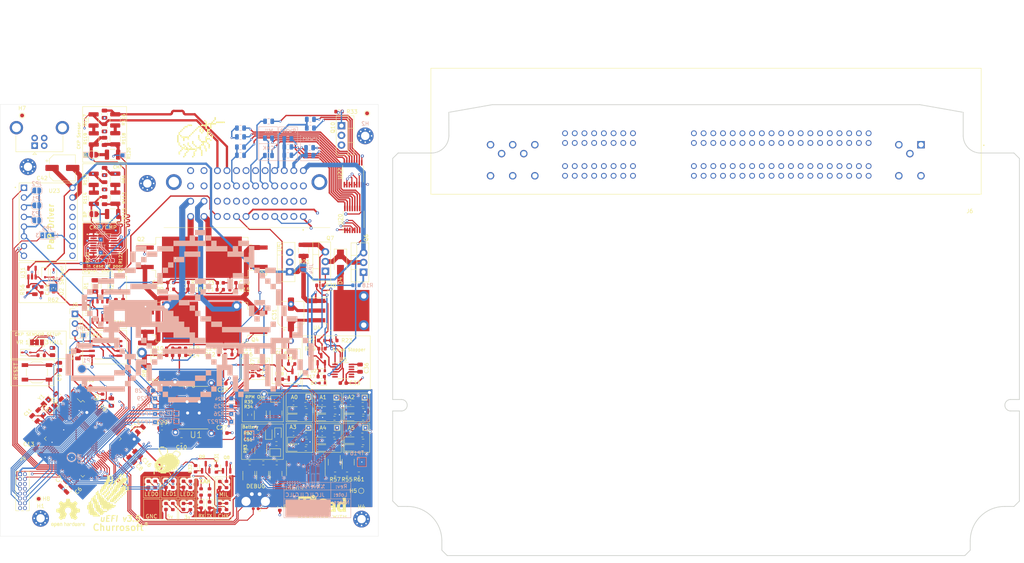
<source format=kicad_pcb>
(kicad_pcb (version 20221018) (generator pcbnew)
  (title_block (title "uEFI") (date "2022-01-10") (rev "v3.0") (company "Churrosoft") (comment 1 "MIT Licence"))
  (layers (0 "F.Cu" signal) (1 "In1.Cu" power) (2 "In2.Cu" signal) (31 "B.Cu" signal) (34 "B.Paste" user) (35 "F.Paste" user) (36 "B.SilkS" user "B.Silkscreen") (37 "F.SilkS" user "F.Silkscreen") (38 "B.Mask" user) (39 "F.Mask" user) (44 "Edge.Cuts" user))
  (net 0 "")
  (net 1 "GND")
  (net 2 "/INY3")
  (net 3 "/INY4")
  (net 4 "/INY2")
  (net 5 "/INY1")
  (net 6 "OSC_IN")
  (net 7 "OSC_OUT")
  (net 8 "+3V3")
  (net 9 "Net-(U3-VCAP_1)")
  (net 10 "Net-(U3-VCAP_2)")
  (net 11 "/NRST")
  (net 12 "/USB_D+")
  (net 13 "/USB_D-")
  (net 14 "/SYS_SWO")
  (net 15 "/SYS_SWCLK")
  (net 16 "/SYS_SWDIO")
  (net 17 "Net-(Q1-E)")
  (net 18 "Net-(U6-GATE)")
  (net 19 "Net-(U6-TMR)")
  (net 20 "/MTR_STEP")
  (net 21 "/MTR_DIR")
  (net 22 "/MTR_FAULT")
  (net 23 "/ECN2")
  (net 24 "/ECN3")
  (net 25 "/ECN4")
  (net 26 "/MTR_ENABLE")
  (net 27 "/RPM_OUT")
  (net 28 "/AUX_CS_1")
  (net 29 "/AUX_CS_2")
  (net 30 "/Sheet5FA9324A/FB0")
  (net 31 "/AUX_OUT_4")
  (net 32 "/Sheet5FA9324A/FB1")
  (net 33 "/Sheet5FA9324A/FB2")
  (net 34 "/CAN1_RX")
  (net 35 "/CAN1_TX")
  (net 36 "/AUX_IN_1")
  (net 37 "/AUX_IN_2")
  (net 38 "/AUX_IN_3")
  (net 39 "/AUX_IN_4")
  (net 40 "/LED_CAN_RX")
  (net 41 "/LED_CAN_TX")
  (net 42 "/VBUS")
  (net 43 "/Sheet5FA9324A/FB3")
  (net 44 "/R_LMB")
  (net 45 "GNDA")
  (net 46 "/Sheet5FA9324A/GD1")
  (net 47 "/ECN1")
  (net 48 "/Sheet5FA9324A/GD0")
  (net 49 "/Sheet5FA9324A/GD2")
  (net 50 "/MEMORY_CS")
  (net 51 "/Sheet5FA9324A/GD3")
  (net 52 "Net-(U31-+)")
  (net 53 "Net-(U27-+)")
  (net 54 "Net-(D1-K)")
  (net 55 "Net-(D2-K)")
  (net 56 "Net-(D3-K)")
  (net 57 "/MIL_OUT")
  (net 58 "/CHK_OUT")
  (net 59 "/PMIC_ENABLE")
  (net 60 "/PMIC_MAXI")
  (net 61 "/PMIC_NOMI")
  (net 62 "/PMIC_SPARK")
  (net 63 "/SPI2_MISO")
  (net 64 "/SPI2_SCK")
  (net 65 "/PMIC_CS")
  (net 66 "Net-(D4-A1)")
  (net 67 "/SPI2_MOSI")
  (net 68 "/GNC_GLP")
  (net 69 "/RSN")
  (net 70 "/RSP")
  (net 71 "Net-(D5-K)")
  (net 72 "/Sensores/CH7")
  (net 73 "/Sensores/CH0")
  (net 74 "M1")
  (net 75 "L1")
  (net 76 "M2")
  (net 77 "L2")
  (net 78 "H4")
  (net 79 "G4")
  (net 80 "F4")
  (net 81 "E4")
  (net 82 "CMP-")
  (net 83 "CMP+")
  (net 84 "CKP+")
  (net 85 "H3")
  (net 86 "G3")
  (net 87 "F3")
  (net 88 "L4")
  (net 89 "L3")
  (net 90 "+12VA")
  (net 91 "+12V")
  (net 92 "/AUX_OUT_1")
  (net 93 "/AUX_OUT_2")
  (net 94 "Net-(D6-K)")
  (net 95 "/Sensores/MUX_3v3")
  (net 96 "/AUX_OUT_3")
  (net 97 "Net-(D7-K)")
  (net 98 "Net-(D8-K)")
  (net 99 "Net-(D9-K)")
  (net 100 "Net-(D10-K)")
  (net 101 "Net-(D12-K)")
  (net 102 "Net-(D13-K)")
  (net 103 "Net-(U22-OUT2)")
  (net 104 "Net-(U22-OUT6)")
  (net 105 "Net-(U22-OUT1)")
  (net 106 "Net-(U22-OUT5)")
  (net 107 "Net-(U20-OUT3)")
  (net 108 "Net-(U22-OUT4)")
  (net 109 "Net-(U20-OUT2)")
  (net 110 "Net-(U20-OUT1)")
  (net 111 "/Sensores/CH1")
  (net 112 "Net-(U22-OUT3)")
  (net 113 "Net-(U20-OUT5)")
  (net 114 "Net-(U20-OUT4)")
  (net 115 "Net-(JP1-B)")
  (net 116 "Net-(JP2-B)")
  (net 117 "Net-(JP3-B)")
  (net 118 "Net-(U2-CH7)")
  (net 119 "Net-(JP23-B)")
  (net 120 "+5VA")
  (net 121 "Net-(JP24-B)")
  (net 122 "Net-(Q5-C)")
  (net 123 "Net-(R113-Pad1)")
  (net 124 "Net-(R112-Pad2)")
  (net 125 "Net-(R116-Pad2)")
  (net 126 "Net-(R117-Pad2)")
  (net 127 "/CKP")
  (net 128 "/CMP")
  (net 129 "/CKP/CMP_sensors/IN1+")
  (net 130 "/CKP/CMP_sensors/IN1-")
  (net 131 "/CKP/CMP_sensors/IN2-")
  (net 132 "/CKP/CMP_sensors/IN2+")
  (net 133 "/R_ECN_INY")
  (net 134 "/R_GNC_GLP")
  (net 135 "/R_AAC")
  (net 136 "/TIM9_CH1")
  (net 137 "/TIM9_CH2")
  (net 138 "Net-(Q6-G)")
  (net 139 "Net-(Q7-G)")
  (net 140 "Net-(Q7-S)")
  (net 141 "J1")
  (net 142 "Net-(Q8-B)")
  (net 143 "Net-(Q9-B)")
  (net 144 "Net-(Q10-G)")
  (net 145 "/LED0")
  (net 146 "/LED1")
  (net 147 "/LED2")
  (net 148 "Net-(Q11-B)")
  (net 149 "Net-(Q11-C)")
  (net 150 "/MIL")
  (net 151 "/CHK")
  (net 152 "CKP-")
  (net 153 "Net-(Q13-G)")
  (net 154 "Net-(U3-BOOT0)")
  (net 155 "Net-(U6-FB)")
  (net 156 "M4")
  (net 157 "M3")
  (net 158 "CAN+")
  (net 159 "K1")
  (net 160 "CAN-")
  (net 161 "Net-(R55-Pad2)")
  (net 162 "Net-(U9--)")
  (net 163 "5V_ENABLE")
  (net 164 "D4")
  (net 165 "H1")
  (net 166 "F1")
  (net 167 "E1")
  (net 168 "D1")
  (net 169 "C1")
  (net 170 "B1")
  (net 171 "A1")
  (net 172 "G1")
  (net 173 "E3")
  (net 174 "D3")
  (net 175 "C4")
  (net 176 "B4")
  (net 177 "Net-(U31--)")
  (net 178 "Net-(U27--)")
  (net 179 "Net-(U3-PB2)")
  (net 188 "/PWM/Relays/R3_OUT")
  (net 189 "/PWM/Relays/MIL_OUT")
  (net 190 "/PWM/Relays/CHECK_ENGINE")
  (net 191 "/Sensores/CH2")
  (net 192 "/Sensores/CH3")
  (net 193 "/Sensores/CH4")
  (net 194 "/Sensores/CH5")
  (net 195 "/Sensores/CH6")
  (net 197 "/ADC_CS")
  (net 200 "/PA4")
  (net 201 "/PA5")
  (net 202 "/PA6")
  (net 203 "/PA7")
  (net 204 "+5C")
  (net 205 "/Sensores/B")
  (net 207 "/ACC_DET")
  (net 208 "/CKP/CMP_sensors/CKP_VR")
  (net 209 "/Sensores/C")
  (net 210 "/Sensores/A")
  (net 212 "/Sensores/mux_out")
  (net 213 "/MUX_B")
  (net 214 "/MUX_C")
  (net 215 "/MUX_A")
  (net 216 "/MUX_OUT")
  (net 220 "Net-(R1-Pad1)")
  (net 225 "Net-(JP5-A)")
  (net 226 "Net-(BT1-+)")
  (net 227 "Net-(SW2-A)")
  (footprint "Symbol:OSHW-Logo2_9.8x8mm_SilkScreen" (layer "F.Cu") (at 32.3004 151.3826)
    (fp_text reference "LOGO1" hide)
    (fp_text value "Logo_Open_Hardware_Large" hide)
  )
  (footprint "Resistor_SMD:R_0603_1608Metric" (layer "F.Cu") (at 43.1204 85.3376)
    (fp_text reference "R122")
    (fp_text value "10k")
  )
  (footprint "Diode_SMD:D_SOD-323" (layer "F.Cu") (at 98.7004 134.3826)
    (fp_text reference "D29" hide)
    (fp_text value "K26")
  )
  (footprint "Diode_SMD:D_SOD-523" (layer "F.Cu") (at 98.8004 114.1806)
    (fp_text reference "D2")
    (fp_text value "1N4148")
  )
  (footprint "Capacitor_SMD:C_0603_1608Metric" (layer "F.Cu") (at 75.9844 108.3246)
    (fp_text reference "C21")
    (fp_text value "10pF")
  )
  (footprint "Resistor_SMD:R_0603_1608Metric" (layer "F.Cu") (at 79.8004 125.6826 -90)
    (fp_text reference "R34")
    (fp_text value "1k")
  )
  (footprint "Resistor_SMD:R_0603_1608Metric" (layer "F.Cu") (at 59.7004 149.6826 90)
    (fp_text reference "R4" hide)
    (fp_text value "4.7k")
  )
  (footprint "Capacitor_SMD:C_0805_2012Metric" (layer "F.Cu") (at 43.6004 122.3826 90)
    (fp_text reference "C14" hide)
    (fp_text value "100nF")
  )
  (footprint "Capacitor_SMD:C_0805_2012Metric" (layer "F.Cu") (at 23.5504 126.6326 135)
    (fp_text reference "C11")
    (fp_text value "100nF")
  )
  (footprint "Capacitor_SMD:C_0805_2012Metric" (layer "F.Cu") (at 29.9994 113.0342 90)
    (fp_text reference "C9")
    (fp_text value "100nF")
  )
  (footprint "Resistor_SMD:R_0603_1608Metric" (layer "F.Cu") (at 102.1754 141.1826 180)
    (fp_text reference "R57")
    (fp_text value "1k5")
  )
  (footprint "Resistor_SMD:R_0603_1608Metric" (layer "F.Cu") (at 109.5004 126.5826)
    (fp_text reference "R40" hide)
    (fp_text value "2.49k +-1%")
  )
  (footprint "LOGO" (layer "F.Cu") (at 67.0754 53.2576)
    (fp_text reference "G***" hide)
    (fp_text value "LOGO" hide)
  )
  (footprint "Resistor_SMD:R_0603_1608Metric" (layer "F.Cu") (at 109.3004 134.5826)
    (fp_text reference "R45" hide)
    (fp_text value "2.49k +-1%")
  )
  (footprint "Resistor_SMD:R_0603_1608Metric" (layer "F.Cu") (at 64.3004 143.9076 90)
    (fp_text reference "R27" hide)
    (fp_text value "4.7k")
  )
  (footprint "Package_TO_SOT_SMD:SOT-23" (layer "F.Cu") (at 98.5504 111.1326 90)
    (fp_text reference "Q5")
    (fp_text value "SS8050")
  )
  (footprint "Resistor_SMD:R_0603_1608Metric" (layer "F.Cu") (at 72.1074 92.9526)
    (fp_text reference "R11")
    (fp_text value "4.02k")
  )
  (footprint "Symbol:KiCad-Logo2_5mm_SilkScreen" (layer "F.Cu") (at 98.8004 149.6326)
    (fp_text reference "SYM1" hide)
    (fp_text value "SYM_Hot_Small" hide)
  )
  (footprint "Resistor_SMD:R_0603_1608Metric" (layer "F.Cu") (at 67.1004 145.8826 90)
    (fp_text reference "R24" hide)
    (fp_text value "4.7k")
  )
  (footprint "Resistor_SMD:R_0603_1608Metric" (layer "F.Cu") (at 72.5844 109.9246)
    (fp_text reference "R12")
    (fp_text value "4.02k")
  )
  (footprint "Diode_SMD:D_SOD-323" (layer "F.Cu") (at 91.2004 132.3826)
    (fp_text reference "D22" hide)
    (fp_text value "K26")
  )
  (footprint "MountingHole:MountingHole_2.2mm_M2_Pad_Via" (layer "F.Cu") (at 21.8004 60.7826)
    (fp_text reference "H9" hide)
    (fp_text value "MountingHole" hide)
  )
  (footprint "Capacitor_SMD:C_0603_1608Metric" (layer "F.Cu") (at 73.0924 130.4734 180)
    (fp_text reference "C27")
    (fp_text value "10nF")
  )
  (footprint "Capacitor_SMD:C_0603_1608Metric" (layer "F.Cu") (at 72.1324 91.1526 180)
    (fp_text reference "C23")
    (fp_text value "10nF")
  )
  (footprint "Resistor_SMD:R_0603_1608Metric" (layer "F.Cu") (at 86.8084 133.2166 180)
    (fp_text reference "R63" hide)
    (fp_text value "470R")
  )
  (footprint "Capacitor_SMD:C_0603_1608Metric" (layer "F.Cu") (at 104.3004 117.3826)
    (fp_text reference "C33")
    (fp_text value "47nF")
  )
  (footprint "LED_SMD:LED_0603_1608Metric" (layer "F.Cu") (at 67.1004 149.2826 -90)
    (fp_text reference "D7" hide)
    (fp_text value "LED")
  )
  (footprint "Package_TO_SOT_SMD:SOT-23" (layer "F.Cu") (at 83.2004 141.0826 90)
    (fp_text reference "Q15" hide)
    (fp_text value "AO3400A")
  )
  (footprint "Capacitor_SMD:CP_Elec_6.3x7.7" (layer "F.Cu") (at 90.6184 99.4346 90)
    (fp_text reference "C31")
    (fp_text value "100uF ±20% 35V")
  )
  (footprint "Jumper:SolderJumper-2_P1.3mm_Open_RoundedPad1.0x1.5mm" (layer "F.Cu") (at 39.011 57.636)
    (fp_text reference "JP24" hide)
    (fp_text value "SolderJumper_2_Open" hide)
  )
  (footprint "Package_TO_SOT_SMD:SOT-23-5" (layer "F.Cu") (at 101.9504 138.0951 -90)
    (fp_text reference "U9" hide)
    (fp_text value "OPA340NA")
  )
  (footprint "Package_TO_SOT_SMD:SOT-23-5" (layer "F.Cu") (at 22.8504 88.4826 90)
    (fp_text reference "U31")
    (fp_text value "LM321")
  )
  (footprint "LED_SMD:LED_0603_1608Metric" (layer "F.Cu") (at 62.5004 149.6826 -90)
    (fp_text reference "D1" hide)
    (fp_text value "LED")
  )
  (footprint "Capacitor_SMD:C_0805_2012Metric" (layer "F.Cu") (at 24.4004 135.2826 135)
    (fp_text reference "C13")
    (fp_text value "100nF")
  )
  (footprint "Capacitor_SMD:C_0603_1608Metric" (layer "F.Cu") (at 59.1574 91.0526 180)
    (fp_text reference "C25")
    (fp_text value "10nF")
  )
  (footprint "TestPoint:TestPoint_THTPad_1.0x1.0mm_Drill0.5mm" (layer "F.Cu") (at 95.2004 129.0826)
    (fp_text reference "TP13" hide)
    (fp_text value "TestPoint_Alt")
  )
  (footprint "Diode_SMD:D_SOD-323" (layer "F.Cu") (at 106.1004 132.3326)
    (fp_text reference "D27" hide)
    (fp_text value "K26")
  )
  (footprint "OpenEFI-STM32F_rev3:churro_new_v4" (layer "F.Cu") (at 42.9004 146.6826)
    (fp_text reference "Churrosoft")
    (fp_text value "SYM_Hot_Large" hide)
  )
  (footprint "Resistor_SMD:R_0603_1608Metric" (layer "F.Cu") (at 55.1004 143.8826 90)
    (fp_text reference "R25" hide)
    (fp_text value "4.7k")
  )
  (footprint "Resistor_SMD:R_0603_1608Metric" (layer "F.Cu") (at 101.9004 134.5826)
    (fp_text reference "R44" hide)
    (fp_text value "2.49k +-1%")
  )
  (footprint "Capacitor_SMD:C_0805_2012Metric" (layer "F.Cu") (at 25.123151 125.125351 -45)
    (fp_text reference "C3")
    (fp_text value "15pF")
  )
  (footprint "Resistor_SMD:R_0603_1608Metric" (layer "F.Cu") (at 62.2434 110.1026)
    (fp_text reference "R14")
    (fp_text value "36K")
  )
  (footprint "Diode_SMD:D_SOD-323" (layer "F.Cu") (at 98.7004 132.3826)
    (fp_text reference "D26" hide)
    (fp_text value "K26")
  )
  (footprint "Capacitor_SMD:C_0805_2012Metric" (layer "F.Cu") (at 23.6004 93.1826 90)
    (fp_text reference "C1" hide)
    (fp_text value "100nF")
  )
  (footprint "Library:TE_1241434-1" (layer "F.Cu") (at 199.2408 50.0144 180)
    (fp_text reference "J6")
    (fp_text value "1241434-1")
  )
  (footprint "Capacitor_SMD:C_0805_2012Metric" (layer "F.Cu") (at 41.8428 69.6366 90)
    (fp_text reference "C54" hide)
    (fp_text value "0.01uF")
  )
  (footprint "TestPoint:TestPoint_Pad_D1.0mm" (layer "F.Cu") (at 109.0004 145.5826)
    (fp_text reference "H5")
    (fp_text value "MountingHole" hide)
  )
  (footprint "Diode_SMD:D_SOD-323" (layer "F.Cu") (at 26.2504 88.6326 -90)
    (fp_text reference "D17" hide)
    (fp_text value "K26")
  )
  (footprint "Resistor_SMD:R_0603_1608Metric" (layer "F.Cu") (at 75.4574 92.9526 180)
    (fp_text reference "R15")
    (fp_text value "36K")
  )
  (footprint "Package_TO_SOT_SMD:SOT-23" (layer "F.Cu") (at 86.7004 141.0826 90)
    (fp_text reference "Q16" hide)
    (fp_text value "AO3400A")
  )
  (footprint "Package_SO:TSSOP-16_4.4x5mm_P0.65mm" (layer "F.Cu") (at 107.0014 74.5426 90)
    (fp_text reference "U20")
    (fp_text value "TPL7407LAPWR")
  )
  (footprint "LED_SMD:LED_0603_1608Metric" (layer "F.Cu") (at 69.3004 149.2826 -90)
    (fp_text reference "D6" hide)
    (fp_text value "LED")
  )
  (footprint "Diode_SMD:D_SOD-323" (layer "F.Cu") (at 21.3504 109.3826)
    (fp_text reference "D14" hide)
    (fp_text value "K26")
  )
  (footprint "Capacitor_SMD:C_0603_1608Metric" (layer "F.Cu") (at 25.4004 92.9826 -90)
    (fp_text reference "C49")
    (fp_text value "0.22uF")
  )
  (footprint "Package_SO:TSSOP-16_4.4x5mm_P0.65mm" (layer "F.Cu") (at 106.8744 62.6046 90)
    (fp_text reference "U22")
    (fp_text value "TPL7407LAPWR")
  )
  (footprint "Diode_SMD:D_SOD-323" (layer "F.Cu") (at 98.7004 126.3826)
    (fp_text reference "D18" hide)
    (fp_text value "K26")
  )
  (footprint "LED_SMD:LED_0603_1608Metric" (layer "F.Cu") (at 62.5004 143.8701 -90)
    (fp_text reference "D10" hide)
    (fp_text value "LED")
  )
  (footprint "Resistor_SMD:R_0603_1608Metric" (layer "F.Cu") (at 89.9004 144.9826 90)
    (fp_text reference "R50" hide)
    (fp_text value "10k")
  )
  (footprint "LOGO" (layer "F.Cu") (at 58.2004 137.7826)
    (fp_text reference "G***" hide)
    (fp_text value "LOGO" hide)
  )
  (footprint "Diode_SMD:D_SOD-323" (layer "F.Cu") (at 28.5004 88.6826 90)
    (fp_text reference "D20" hide)
    (fp_text value "K26")
  )
  (footprint "Resistor_SMD:R_0603_1608Metric" (layer "F.Cu") (at 21.8004 92.9826 -90)
    (fp_text reference "R56")
    (fp_text value "470R")
  )
  (footprint "Resistor_SMD:R_0603_1608Metric" (layer "F.Cu") (at 79.8254 138.2826 180)
    (fp_text reference "R52" hide)
    (fp_text value "10k")
  )
  (footprint "Resistor_SMD:R_0603_1608Metric" (layer "F.Cu") (at 80.5854 114.6746 -90)
    (fp_text reference "R7")
    (fp_text value "100R" hide)
  )
  (footprint "Package_SO:MSOP-12_3x4mm_P0.65mm" (layer "F.Cu") (at 104.3004 114.1326)
    (fp_text reference "U6")
    (fp_text value "LT4363IMS")
  )
  (footprint "Resistor_SMD:R_1210_3225Metric" (layer "F.Cu") (at 44.6284 48.5178 -90)
    (fp_text reference "R116")
    (fp_text value "4.99K 1/2W")
  )
  (footprint "Package_TO_SOT_SMD:SOT-23" (layer "F.Cu") (at 73.779734 139.412863 90)
    (fp_text reference "Q8")
    (fp_text value "SS8050" hide)
  )
  (footprint "Resistor_SMD:R_0603_1608Metric" (layer "F.Cu") (at 87.6004 116.3826)
    (fp_text reference "R58")
    (fp_text value "10k")
  )
  (footprint "Resistor_SMD:R_0603_1608Metric" (layer "F.Cu") (at 71.112734 139.872363 -90)
    (fp_text reference "R31")
    (fp_text value "1k")
  )
  (footprint "Package_QFP:LQFP-100_14x14mm_P0.5mm" (layer "F.Cu") (at 36.1354 131.9466 -45)
    (fp_text reference "U3")
    (fp_text value "STM32F407VGTx")
  )
  (footprint "Diode_SMD:D_SOD-323" (layer "F.Cu") (at 87.2254 130.6296 -90)
    (fp_text reference "D28" hide)
    (fp_text value "K26")
  )
  (footprint "Resistor_SMD:R_0603_1608Metric" (layer "F.Cu") (at 59.7004 143.8576 90)
    (fp_text reference "R26" hide)
    (fp_text value "4.7k")
  )
  (footprint "Capacitor_SMD:C_0603_1608Metric" (layer "F.Cu") (at 98.8004 130.5826 180)
    (fp_text reference "C46" hide)
    (fp_text value "0.22uF")
  )
  (footprint "TestPoint:TestPoint_THTPad_1.0x1.0mm_Drill0.5mm" (layer "F.Cu") (at 110.1004 129.0826)
    (fp_text reference "TP15" hide)
    (fp_text value "TestPoint_Alt")
  )
  (footprint "Package_TO_SOT_THT:TO-220-3_Vertical" (layer "F.Cu") (at 90.2934 88.2586 90)
    (fp_text reference "U5")
    (fp_text value "MIC2940A-5.0WT" hide)
  )
  (footprint "LED_SMD:LED_0603_1608Metric" (layer "F.Cu") (at 72.0004 143.9326 -90)
    (fp_text reference "D12" hide)
    (fp_text value "LED")
  )
  (footprint "Connector_PinHeader_2.54mm:PinHeader_1x03_P2.54mm_Vertical" (layer "F.Cu") (at 34.1004 99.2826)
    (fp_text reference "J5")
    (fp_text value "Conn_01x03")
  )
  (footprint "Capacitor_SMD:C_0805_2012Metric" (layer "F.Cu") (at 109.5004 132.7826)
    (fp_text reference "C43" hide)
    (fp_text value "100nF")
  )
  (footprint "Resistor_SMD:R_0603_1608Metric" (layer "F.Cu") (at 105.3004 141.1826 180)
    (fp_text reference "R55")
    (fp_text value "200R")
  )
  (footprint "TestPoint:TestPoint_THTPad_1.0x1.0mm_Drill0.5mm" (layer "F.Cu") (at 102.7004 129.0826)
    (fp_text reference "TP14" hide)
    (fp_text value "TestPoint_Alt")
  )
  (footprint "Jumper:SolderJumper-2_P1.3mm_Open_TrianglePad1.0x1.5mm" (layer "F.Cu") (at 86.5004 135.5826)
    (fp_text reference "JP12" hide)
    (fp_text value "Jumper_NC_Small")
  )
  (footprint "Diode_SMD:D_SMA" (layer "F.Cu") (at 103.5724 85.7186 -90)
    (fp_text reference "D4")
    (fp_text value "SMAJ58CA")
  )
  (footprint "Capacitor_SMD:C_0805_2012Metric" (layer "F.Cu") (at 50.478649 135.960849 -45)
    (fp_text reference "C16")
    (fp_text value "4.7uF")
  )
  (footprint "Capacitor_SMD:C_0603_1608Metric" (layer "F.Cu") (at 58.8684 110.1026 180)
    (fp_text reference "C26")
    (fp_text value "10nF")
  )
  (footprint "Resistor_SMD:R_0603_1608Metric" (layer "F.Cu") (at 101.9004 130.9826)
    (fp_text reference "R47" hide)
    (fp_text value "470R")
  )
  (footprint "Diode_SMD:D_SOD-323" (layer "F.Cu") (at 91.2304 124.4126)
    (fp_text reference "D16" hide)
    (fp_text value "K26")
  )
  (footprint "Package_TO_SOT_SMD:SOT-23-5" (layer "F.Cu") (at 105.6004 138.0826 90)
    (fp_text reference "U12" hide)
    (fp_text value "OPA340NA")
  )
  (footprint "LED_SMD:LED_0603_1608Metric" (layer "F.Cu") (at 53.3004 143.8826 -90)
    (fp_text reference "D8" hide)
    (fp_text value "LED")
  )
  (footprint "Capacitor_SMD:C_0805_2012Metric" (layer "F.Cu") (at 37.622151 119.160849 45)
    (fp_text reference "C15")
    (fp_text value "100nF")
  )
  (footprint "Resistor_SMD:R_0603_1608Metric" (layer "F.Cu") (at 102.0004 122.9826)
    (fp_text reference "R39" hide)
    (fp_text value "470R")
  )
  (footprint "Resistor_SMD:R_1206_3216Metric" (layer "F.Cu") (at 39.3124 91.949 -90)
    (fp_text reference "R1")
    (fp_text value "120R")
  )
  (footprint "Resistor_SMD:R_0603_1608Metric" (layer "F.Cu") (at 86.9004 138.2826 180)
    (fp_text reference "R54" hide)
    (fp_text value "10k")
  )
  (footprint "Diode_SMD:D_SOD-323" (layer "F.Cu") (at 86.8084 121.5326)
    (fp_text reference "D11" hide)
    (fp_text value "MM3Z24VT1G")
  )
  (footprint "Capacitor_SMD:C_0603_1608Metric" (layer "F.Cu") (at 106.2004 122.5826 180)
    (fp_text reference "C38" hide)
    (fp_text value "0.22uF")
  )
  (footprint "Resistor_SMD:R_1210_3225Metric" (layer "F.Cu") (at 38.9928 64.0783 -90)
    (fp_text reference "R112")
    (fp_text value "4.99K 1/2W")
  )
  (footprint "Capacitor_SMD:C_0805_2012Metric" (layer "F.Cu") (at 41.8134 54.1426 90)
    (fp_text reference "C57" hide)
    (fp_text value "0.01uF")
  )
  (footprint "Package_TO_SOT_SMD:SOT-23" (layer "F.Cu") (at 82.6004 125.2826 90)
    (fp_text reference "Q11" hide)
    (fp_text value "SS8050")
  )
  (footprint "Package_TO_SOT_SMD:TO-263-2" (layer "F.Cu") (at 58.2364 101.4356)
    (fp_text reference "Q1")
    (fp_text value "ISL9V5045S3ST")
  )
  (footprint "Resistor_SMD:R_0603_1608Metric" (layer "F.Cu") (at 87.6974 149.8536 -90)
    (fp_text reference "R46")
    (fp_text value "0")
  )
  (footprint "Capacitor_SMD:C_0805_2012Metric" (layer "F.Cu") (at 31.0554 143.7576 -135)
    (fp_text reference "C7")
    (fp_text value "2.2uF")
  )
  (footprint "Resistor_SMD:R_0603_1608Metric" (layer "F.Cu") (at 78.9854 114.6746 -90)
    (fp_text reference "R6")
    (fp_text value "100R")
  )
  (footprint "Resistor_SMD:R_1210_3225Metric" (layer "F.Cu") (at 39.0134 53.4881 -90)
    (fp_text reference "R119")
    (fp_text value "4.99K 1/2W")
  )
  (footprint "Diode_SMD:D_SOD-323" (layer "F.Cu") (at 106.1004 134.3326)
    (fp_text reference "D30" hide)
    (fp_text value "K26")
  )
  (footprint "Jumper:SolderJumper-3_P1.3mm_Bridged2Bar12_Pad1.0x1.5mm_NumberLabels" (layer "F.Cu") (at 24.1504 106.7326)
    (fp_text reference "JP11" hide)
    (fp_text value "vr/hall")
  )
  (footprint "Diode_SMD:D_SOD-323" (layer "F.Cu") (at 91.2004 126.3826)
    (fp_text reference "D19" hide)
    (fp_text value "K26")
  )
  (footprint "Capacitor_SMD:C_0805_2012Metric" (layer "F.Cu") (at 48.9504 137.4326 -45)
    (fp_text reference "C8")
    (fp_text value "2.2uF")
  )
  (footprint "Capacitor_SMD:C_0603_1608Metric" (layer "F.Cu") (at 106.2504 130.5326 180)
    (fp_text reference "C48" hide)
    (fp_text value "0.22uF")
  )
  (footprint "Package_TO_SOT_THT:TO-220-3_Vertical" (layer "F.Cu") (at 99.6152 88.1316 90)
    (fp_text reference "Q7")
    (fp_text value "IRLZ44N")
  )
  (footprint "Capacitor_SMD:CP_Elec_6.3x7.7" (layer "F.Cu") (at 30.8004 61.0826)
    (fp_text reference "C42")
    (fp_text value "100uF ±20% 35V")
  )
  (footprint "MountingHole:MountingHole_2.2mm_M2_Pad_Via" (layer "F.Cu") (at 25.1004 152.7826)
    (fp_text reference "H1")
    (fp_text value "MountingHole" hide)
  )
  (footprint "Capacitor_SMD:C_0603_1608Metric" (layer "F.Cu") (at 62.9074 92.8526)
    (fp_text reference "C18")
    (fp_text value "10pF")
  )
  (footprint "TestPoint:TestPoint_Pad_D1.0mm" (layer "F.Cu") (at 20.2604 47.3646)
    (fp_text reference "H7")
    (fp_text value "MountingHole" hide)
  )
  (footprint "uEFI_Library:IC_DRV8825_STEPPER_MOTOR_DRIVER_CARRIER" (layer "F.Cu") (at 27.1004 75.1826)
    (fp_text reference "U23")
    (fp_text value "PaP_Driver_v1")
  )
  (footprint "Connector:Tag-Connect_TC2030-IDC-FP_2x03_P1.27mm_Vertical" (layer "F.Cu") (at 81.3904 148.9926 90)
    (fp_text reference "J2" hide)
    (fp_text value "Tag connect")
  )
  (footprint "MountingHole:MountingHole_2.2mm_M2_Pad_Via" (layer "F.Cu") (at 109.1004 152.9826)
    (fp_text reference "H4")
    (fp_text value "MountingHole" hide)
  )
  (footprint "Capacitor_SMD:C_0603_1608Metric" (layer "F.Cu") (at 98.8004 122.5826 180)
    (fp_text reference "C35" hide)
    (fp_text value "0.22uF")
  )
  (footprint "Package_SO:SOIC-8_5.275x5.275mm_P1.27mm" (layer "F.Cu") (at 42.1044 108.3246)
    (fp_text reference "U7" hide)
    (fp_text value "25LCxxx")
  )
  (footprint "Resistor_SMD:R_0603_1608Metric" (layer "F.Cu") (at 98.6364 106.2426)
    (fp_text reference "R22")
    (fp_text value "57.6K 1/10W")
  )
  (footprint "Connector_PinHeader_1.27mm:PinHeader_2x08_P1.27mm_Vertical" (layer "F.Cu") (at 19.7304 141.2326)
    (fp_text reference "J4")
    (fp_text value "Conn_02x08_Odd_Even" hide)
  )
  (footprint "Capacitor_SMD:C_0805_2012Metric" (layer "F.Cu") (at 45.7504 95.8326)
    (fp_text reference "C5")
    (fp_text value "100nF")
  )
  (footprint "Resistor_SMD:R_2512_6332Metric" (layer "F.Cu") (at 52.2644 109.8486 -90)
    (fp_text reference "R8")
    (fp_text value "0.02R")
  )
  (footprint "Resistor_SMD:R_0603_1608Metric" (layer "F.Cu") (at 103.1914 46.3486)
    (fp_text reference "R33")
    (fp_text value "10R 1/10W")
  )
  (footprint "Resistor_SMD:R_0603_1608Metric" (layer "F.Cu") (at 58.8684 108.3026)
    (fp_text reference "R10")
    (fp_text value "4.02k")
  )
  (footprint "Resistor_SMD:R_0603_1608Metric" (layer "F.Cu") (at 90.8004 112.3826)
    (fp_text reference "R59")
    (fp_text value "10k")
  )
  (footprint "uEFI_Library:SOP65P1030X245-33N" (layer "F.Cu") (at 65.0914 123.8186)
    (fp_text reference "U1")
    (fp_text value "MCZ33810EK")
  )
  (footprint "Capacitor_SMD:C_0603_1608Metric" (layer "F.Cu") (at 91.3004 122.5826 180)
    (fp_text reference "C4" hide)
    (fp_text value "0.22uF")
  )
  (footprint "Resistor_SMD:R_0603_1608Metric" (layer "F.Cu") (at 94.5004 130.9826)
    (fp_text reference "R43" hide)
    (fp_text value "470R")
  )
  (footprint "LED_SMD:LED_0603_1608Metric" (layer "F.Cu") (at 57.9004 149.6826 -90)
    (fp_text reference "D5" hide)
    (fp_text value "LED")
  )
  (footprint "Resistor_SMD:R_1210_3225Metric" (layer "F.Cu") (at 38.9634 48.5381 -90)
    (fp_text reference "R117")
    (fp_text value "4.99K 1/2W" hide)
  )
  (footprint "Resistor_SMD:R_1210_3225Metric" (layer "F.Cu") (at 44.6284 53.4561 -90)
    (fp_text reference "R118")
    (fp_text value "4.99K 1/2W" hide)
  )
  (footprint "Package_TO_SOT_THT:TO-220-3_Vertical" (layer "F.Cu") (at 103.8264 50.0316 -90)
    (fp_text reference "Q10")
    (fp_text value "IRF540N" hide)
  )
  (footprint "Package_SO:SOIC-16_3.9x9.9mm_P1.27mm" (layer "F.Cu") (at 94.5004 139.6826 -90)
    (fp_text reference "U2" hide)
    (fp_text value "74HC4851")
  )
  (footprint "Package_TO_SOT_SMD:TO-263-2" (layer "F.Cu") (at 76.3524 101.4476 180)
    (fp_text reference "Q4")
    (fp_text value "ISL9V5045S3ST")
  )
  (footprint "Resistor_SMD:R_1210_3225Metric" (layer "F.Cu") (at 43.9279 57.611 180)
    (fp_text reference "R120")
    (fp_text value "4.99K 1/2W")
  )
  (footprint "Package_TO_SOT_SMD:SOT-23" (layer "F.Cu") (at 91.0004 115.2826 90)
    (fp_text reference "Q13")
    (fp_text value "AO3400A")
  )
  (footprint "Diode_SMD:D_SOD-323" (layer "F.Cu") (at 91.2004 134.3826)
    (fp_text reference "D24" hide)
    (fp_text value "K26")
  )
  (footprint "Resistor_SMD:R_0603_1608Metric" (layer "F.Cu") (at 94.5004 134.5826 180)
    (fp_text reference "R41" hide)
    (fp_text value "2.49k +-1%")
  )
  (footprint "Package_TO_SOT_THT:TO-220-3_Vertical" (layer "F.Cu") (at 109.6176 88.3602 90)
    (fp_text reference "Q6")
    (fp_text value "IRLZ44N")
  )
  (footprint "Package_TO_SOT_SMD:SOT-23" (layer "F.Cu") (at 79.6004 141.0826 90)
    (fp_text reference "Q14" hide)
    (fp_text value "AO3400A")
  )
  (footprint "Resistor_SMD:R_0603_1608Metric" (layer "F.Cu") (at 94.5004 126.5826)
    (fp_text reference "R36" hide)
    (fp_text value "2.49k +-1%")
  )
  (footprint "Capacitor_SMD:C_0805_2012Metric" (layer "F.Cu") (at 94.7004 132.7826)
    (fp_text reference "C39" hide)
    (fp_text value "100nF")
  )
  (footprint "Diode_SMD:D_SOD-323" (layer "F.Cu") (at 106.1004 124.3826)
    (fp_text reference "D21" hide)
    (fp_text value "K26")
  )
  (footprint "Resistor_SMD:R_1210_3225Metric" (layer "F.Cu") (at 43.9573 73.1512 180)
    (fp_text reference "R115")
    (fp_text value "4.99K 1/2W")
  )
  (footprint "Resistor_SMD:R_0603_1608Metric" (layer "F.Cu") (at 109.3004 130.9826)
    (fp_text reference "R48" hide)
    (fp_text value "470R")
  )
  (footprint "Package_TO_SOT_SMD:SOT-23" (layer "F.Cu") (at 86.7004 125.2826 90)
    (fp_text reference "Q12" hide)
    (fp_text value "AO3400A")
  )
  (footprint "Resistor_SMD:R_0603_1608Metric" (layer "F.Cu") (at 25.2504 110.1326)
    (fp_text reference "R60" hide)
    (fp_text value "10k")
  )
  (footprint "Resistor_SMD:R_0603_1608Metric" (layer "F.Cu") (at 83.3754 138.2826 180)
    (fp_text reference "R53" hide)
    (fp_text value "10k")
  )
  (footprint "Resistor_SMD:R_0603_1608Metric" (layer "F.Cu") (at 82.5939 122.2826)
    (fp_text reference "R35")
    (fp_text value "100k")
  )
  (footprint "MountingHole:MountingHole_2.2mm_M2_Pad_Via" (layer "F.Cu") (at 53.0264 65.1446)
    (fp_text reference "H3" hide)
    (fp_text value "MountingHole" hide)
  )
  (footprint "Resistor_SMD:R_0603_1608Metric" (layer "F.Cu") (at 39.8184 85.3376 180)
    (fp_text reference "R121")
    (fp_text value "10k")
  )
  (footprint "Resistor_SMD:R_0603_1608Metric" (layer "F.Cu") (at 64.3004 149.6826 -90)
    (fp_text reference "R3" hide)
    (fp_text value "4.7k")
  )
  (footprint "LED_SMD:LED_0603_1608Metric" (layer "F.Cu") (at 72.0004 149.6826 -90)
    (fp_text reference "D13" hide)
    (fp_text value "LED")
  )
  (footprint "Resistor_SMD:R_0603_1608Metric" (layer "F.Cu") (at 94.4004 122.9826)
    (fp_text reference "R38" hide)
    (fp_text value "470R")
  )
  (footprint "Package_TO_SOT_SMD:TO-263-3_TabPin2" (layer "F.Cu") (at 103.0644 98.4186)
    (fp_text reference "U4")
    (fp_text value "MIC2940A-3.3WU")
  )
  (footprint "LED_SMD:LED_0603_1608Metric" (layer "F.Cu") (at 57.9004 143.8951 -90)
    (fp_text reference "D9" hide)
    (fp_text value "LED")
  )
  (footprint "Capacitor_SMD:C_0805_2012Metric" (layer "F.Cu") (at 51.2004 129.5336 45)
    (fp_text reference "C12")
    (fp_text value "100nF")
  )
  (footprint "Package_TO_SOT_SMD:SOT-23-5" (layer "F.Cu") (at 82.7194 135.0746 -90)
    (fp_text reference "U27" hide)
    (fp_text value "LM321")
  )
  (footprint "TestPoint:TestPoint_Pad_D1.0mm" (layer "F.Cu") (at 110.5404 46.801)
    (fp_text reference "H6" hide)
    (fp_text value "MountingHole" hide)
  )
  (footprint "Capacitor_SMD:C_0603_1608Metric" (layer "F.Cu") (at 72.5844 108.3246 180)
    (fp_text reference "C24")
    (fp_text value "10nF")
  )
  (footprint "Capacitor_SMD:C_0805_2012Metric" (layer "F.Cu") (at 41.8134 50.5866 -90)
    (fp_text reference "C55" hide)
    (fp_text value "0.01uF")
  )
  (footprint "Resistor_SMD:R_0603_1608Metric" (layer "F.Cu") (at 98.7284 108.3826 180)
    (fp_text reference "R19")
    (fp_text value "1M 1/10W")
  )
  (footprint "Resistor_SMD:R_0603_1608Metric" (layer "F.Cu") (at 109.4004 122.9826)
    (fp_text reference "R42" hide)
    (fp_text value "470R")
  )
  (footprint "Capacitor_SMD:C_0603_1608Metric" (layer "F.Cu") (at 91.3004 130.5826 180)
    (fp_text reference "C44" hide)
    (fp_text value "0.22uF")
  )
  (footprint "Resistor_SMD:R_0603_1608Metric" (layer "F.Cu") (at 82.0184 130.2486 180)
    (fp_text reference "R82")
    (fp_text value "100k 1/10W +-1%")
  )
  (footprint "Capacitor_SMD:C_0805_2012Metric" (layer "F.Cu") (at 41.8428 65.7606 -90)
    (fp_text reference "C52" hide)
    (fp_text value "0.01uF")
  )
  (footprint "Diode_SMD:D_SOD-323" (layer "F.Cu") (at 98.7004 124.3826)
    (fp_text reference "D15" hide)
    (fp_text value "K26")
  )
  (footprint "Capacitor_SMD:C_0805_2012Metric" (layer "F.Cu") (at 32.542649 145.191351 -135)
    (fp_text reference "C6")
    (fp_text value "1uF")
  )
  (footprint "Resistor_SMD:R_0603_1608Metric" (layer "F.Cu") (at 41.3004 121.1076 90)
    (fp_text reference "R2")
    (fp_text value "10k")
  )
  (footprint "Capacitor_SMD:C_0603_1608Metric" (layer "F.Cu") (at 75.4324 91.1526)
    (fp_text reference "C20")
    (fp_text value "10pF")
  )
  (footprint "Capacitor_SMD:C_0603_1608Metric" (layer "F.Cu") (at 56.8618 129.1526)
    (fp_text reference "C29")
    (fp_text value "10nF")
  )
  (footprint "Resistor_SMD:R_1210_3225Metric" (layer "F.Cu") (at 39.0428 69.0283 -90)
    (fp_text reference "R114")
    (fp_text value "4.99K 1/2W" hide)
  )
  (footprint "Package_TO_SOT_SMD:TO-263-2" (layer "F.Cu") (at 58.1864 84.4732)
    (fp_text reference "Q2")
    (fp_text value "ISL9V5045S3ST")
  )
  (footprint "Diode_SMD:D_SOD-523" (layer "F.Cu") (at 98.8004 117.3826 180)
    (fp_text reference "D3")
    (fp_text value "1N4148")
  )
  (footprint "Resistor_SMD:R_0603_1608Metric" (layer "F.Cu") (at 108.4004 141.1826 180)
    (fp_text reference "R61")
    (fp_text value "3k3")
  )
  (footprint "Diode_SMD:D_SOD-323" (layer "F.Cu") (at 106.1004 126.3826)
    (fp_text reference "D23" hide)
    (fp_text value "K26")
  )
  (footprint "Resistor_SMD:R_0603_1608Metric" (layer "F.Cu") (at 76.0094 109.9246 180)
    (fp_text reference "R16")
    (fp_text value "36K")
  )
  (footprint "Resistor_SMD:R_0603_1608Metric" (layer "F.Cu") (at 101.8364 106.2426 180)
    (fp_text reference "R23")
    (fp_text value "4.99K 1/10W")
  )
  (footprint "Package_TO_SOT_SMD:TO-263-2" (layer "F.Cu") (at 76.4324 84.4542 180)
    (fp_text reference "Q3")
    (fp_text value "ISL9V5045S3ST")
  )
  (footprint "TestPoint:TestPoint_Pad_D1.0mm" (layer "F.Cu") (at 24.6004 147.6826)
    (fp_text reference "H8")
    (fp_text value "MountingHole" hide)
  )
  (footprint "Resistor_SMD:R_0603_1608Metric" (layer "F.Cu") (at 59.1074 92.8526)
    (fp_text reference "R9")
    (fp_text value "4.02k")
  )
  (footprint "Resistor_SMD:R_0603_1608Metric" (layer "F.Cu") (at 79.8594 134.8206 90)
    (fp_text reference "R83")
    (fp_text value "20k  1/10W +-1%")
  )
  (footprint "Capacitor_SMD:C_0603_1608Metric" (layer "F.Cu") (at 72.813 117.5194 180)
    (fp_text reference "C28")
    (fp_text value "10nF" hide)
  )
  (footprint "Capacitor_SMD:C_0603_1608Metric" (layer "F.Cu") (at 82.1854 114.6746 90)
    (fp_text reference "C22")
    (fp_text value "10pF")
  )
  (footprint "Resistor_SMD:R_0603_1608Metric" (layer "F.Cu") (at 98.1754 91.8146 180)
    (fp_text reference "R20")
    (fp_text value "10R 1/10W")
  )
  (footprint "Capacitor_SMD:C_0603_1608Metric" (layer "F.Cu") (at 82.0184 132.2806 180)
    (fp_text reference "C51")
    (fp_text value "240pF")
  )
  (footprint "Resistor_SMD:R_1210_3225Metric" (layer "F.Cu") (at 44.6578 64.058 -90)
    (fp_text reference "R81")
    (fp_text value "4.99K 1/2W")
  )
  (footprint "Connector_USB:USB_B_OST_USB-B1HSxx_Horizontal" (layer "F.Cu") (at 23.5404 55.2601 90)
    (fp_text reference "J1" hide)
    (fp_text value "USB_B" hide)
  )
  (footprint "OpenEFI-STM32F_rev3:SOP63P602X175-16N" (layer "F.Cu") (at 41.5904 81.0958)
    (fp_text reference "U36")
    (fp_text value "MAX9926UAEE+")
  )
  (footprint "Package_TO_SOT_SMD:SOT-23" (layer "F.Cu") (at 68.318734 139.412863 90)
    (fp_text reference "Q9")
    (fp_text value "SS8050")
  )
  (footprint "TestPoint:TestPoint_THTPad_1.0x1.0mm_Drill0.5mm" (layer "F.Cu") (at 95.2004 120.9826)
    (fp_text reference "TP10" hide)
    (fp_text value "TestPoint_Alt")
  )
  (footprint "Capacitor_SMD:C_0805_2012Metric" (layer "F.Cu") (at 102.2004 124.7826)
    (fp_text reference "C34" hide)
    (fp_text value "100nF")
  )
  (footprint "Capacitor_SMD:C_0805_2012Metric" (layer "F.Cu") (at 29.7854 120.8976 135)
    (fp_text reference "C2")
    (fp_text value "15pF")
  )
  (footprint "TestPoint:TestPoint_THTPad_1.0x1.0mm_Drill0.5mm" (layer "F.Cu") (at 102.5004 121.1826)
    (fp_text reference "TP11" hide)
    (fp_text value "TestPoint_Alt")
  )
  (footprint "Resistor_SMD:R_1206_3216Metric" (layer "F.Cu") (at 41.8524 91.949 -90)
    (fp_text reference "R28")
    (fp_text value "120R")
  )
  (footprint "Resistor_SMD:R_0603_1608Metric" (layer "F.Cu") (at 28.5154 92.7036 90)
    (fp_text reference "R62")
    (fp_text value "470R")
  )
  (footprint "Capacitor_SMD:C_0805_2012Metric" (layer "F.Cu") (at 108.7004 113.4826 -90)
    (fp_text reference "C36")
    (fp_text value "100nF")
  )
  (footprint "Button_Switch_SMD:SW_SPST_TL3342" (layer "F.Cu") (at 24.1504 114.5826)
    (fp_text reference "SW1" hide)
    (fp_text value "SW_Push")
  )
  (footprint "Resistor_SMD:R_1210_3225Metric" (layer "F.Cu") (at 44.6578 68.9963 -90)
    (fp_text reference "R113")
    (fp_text value "4.99K 1/2W" hide)
  )
  (footprint "Jumper:SolderJumper-2_P1.3mm_Open_RoundedPad1.0x1.5mm" (layer "F.Cu") (at 39.0404 73.1762)
    (fp_text reference "JP23" hide)
    (fp_text value "SolderJumper_2_Open" hide)
  )
  (footprint "Capacitor_SMD:C_0805_2012Metric" (layer "F.Cu") (at 61.9672 132.4038 180)
    (fp_text reference "C10")
    (fp_text value "100nF")
  )
  (footprint "Capacitor_SMD:C_0805_2012Metric" (layer "F.Cu") (at 34.8654 109.9756 -90)
    (fp_text reference "C17")
    (fp_text value "100nF")
  )
  (footprint "Capacitor_SMD:C_0603_1608Metric" (layer "F.Cu") (at 62.2684 108.3026 180)
    (fp_text reference "C19")
    (fp_text value "10pF")
  )
  (footprint "Resistor_SMD:R_0603_1608Metric" (layer "F.Cu") (at 102.0004 126.5826)
    (fp_text reference "R37" hide)
    (fp_text value "2.49k +-1%")
  )
  (footprint "Resistor_SMD:R_1210_3225Metric" (layer "F.Cu") (at 93.9204 82.6706 90)
    (fp_text reference "R21")
    (fp_text value "0.01R")
  )
  (footprint "Resistor_SMD:R_0603_1608Metric" (layer "F.Cu") (at 91.5004 144.9826 90)
    (fp_text reference "R49" hide)
    (fp_text value "10k")
  )
  (footprint "Capacitor_SMD:C_0805_2012Metric" (layer "F.Cu") (at 102.1004 132.7826)
    (fp_text reference "C40" hide)
    (fp_text value "100nF")
  )
  (footprint "Resistor_SMD:R_0603_1608Metric" (layer "F.Cu") (at 98.5504 115.7046)
    (fp_text reference "R17")
    (fp_text value "10K 1/10W")
  )
  (footprint "Package_SO:HTSOP-8-1EP_3.9x4.9mm_P1.27mm_EP2.4x3.2mm" (layer "F.Cu") (at 40.6312 98.4186 90)
    (fp_text reference "U15")
    (fp_text value "TJA1042T3118")
  )
  (footprint "TestPoint:TestPoint_THTPad_1.0x1.0mm_Drill0.5mm" (layer "F.Cu") (at 109.9004 121.1826)
    (fp_text reference "TP12" hide)
    (fp_text value "TestPoint_Alt")
  )
  (footprint "Resistor_SMD:R_0603_1608Metric" (layer "F.Cu") (at 69.3004 145.8826 90)
    (fp_text reference "R5" hide)
    (fp_text value "4.7k")
  )
  (footprint "OpenEFI-STM32F_rev3:366380002" (layer "F.Cu") (at 79.1154 47.7926 180)
    (fp_text reference "J3" hide)
    (fp_text value "36638-0002" hide)
  )
  (footprint "Resistor_SMD:R_0603_1608Metric" (layer "F.Cu") (at 93.1004 144.9826 90)
    (fp_text reference "R51" hide)
    (fp_text value "10k")
  )
  (footprint "Capacitor_SMD:C_0805_2012Metric" (layer "F.Cu") (at 94.7004 124.7826)
    (fp_text reference "C32" hide)
    (fp_text value "100nF")
  )
  (footprint "Capacitor_SMD:C_0805_2012Metric" (layer "F.Cu") (at 109.6004 124.7826)
    (fp_text reference "C37" hide)
    (fp_text value "100nF")
  )
  (footprint "Resistor_SMD:R_0603_1608Metric" (layer "F.Cu") (at 73.7504 149.6826 -90)
    (fp_text reference "R30" hide)
    (fp_text value "4.7k")
  )
  (footprint "Capacitor_SMD:C_0805_2012Metric" (layer "F.Cu") (at 28.2004 109.1326 90)
    (fp_text reference "C41" hide)
    (fp_text value "0.01uF")
  )
  (footprint "Resistor_SMD:R_0603_1608Metric" (layer "F.Cu") (at 73.7504 143.9326 90)
    (fp_text reference "R29" hide)
    (fp_text value "4.7k")
  )
  (footprint "Capacitor_SMD:C_0805_2012Metric" (layer "F.Cu") (at 41.8134 47.0306 -90)
    (fp_text reference "C56" hide)
    (fp_text value "0.01uF")
  )
  (footprint "Diode_SMD:D_SOD-323" (layer "F.Cu") (at 84.8124 130.6296 90)
    (fp_text reference "D25" hide)
    (fp_text value "K26")
  )
  (footprint "Capacitor_SMD:C_0805_2012Metric" (layer "F.Cu") (at 41.8428 62.0166 -90)
    (fp_text reference "C53" hide)
    (fp_text value "0.01uF")
  )
  (footprint "Crystal:Crystal_SMD_3225-4Pin_3.2x2.5mm" (layer "F.Cu") (at 27.318542 123.094023 135)
    (fp_text reference "Y1")
    (fp_text value "25MHz")
  )
  (footprint "Resistor_SMD:R_0603_1608Metric" (layer "F.Cu") (at 62.9324 91.0526 180)
    (fp_text reference "R13")
    (fp_text value "36K")
  )
  (footprint "Capacitor_SMD:C_0603_1608Metric" (layer "F.Cu") (at 57.5504 116.8826)
    (fp_text reference "C30")
    (fp_text value "10nF")
  )
  (footprint "Resistor_SMD:R_0603_1608Metric" (layer "F.Cu") (at 65.651734 139.793863 -90)
    (fp_text reference "R32")
    (fp_text value "1k")
  )
  (footprint "TestPoint:TestPoint_Pad_D2.0mm" (layer "B.Cu") (at 33.2004 136.7826 45)
    (fp_text reference "TP2")
    (fp_text value "BOOT1" hide)
  )
  (footprint "Fuse:Fuse_0805_2012Metric" (layer "B.Cu") (at 84.7256 57.8294 180)
    (fp_text reference "F14" hide)
    (fp_text value "750mA" hide)
  )
  (footprint "TestPoint:TestPoint_Pad_2.0x2.0mm" (layer "B.Cu") (at 109.1604 138.0426 180)
    (fp_text reference "TP16")
    (fp_text value "TestPoint")
  )
  (footprint "MountingHole:MountingHole_2.2mm_M2_Pad_Via" (layer "B.Cu") (at 110.0494 52.6986 180)
    (fp_text reference "H2")
    (fp_text value "MountingHole" hide)
  )
  (footprint "TestPoint:TestPoint_Pad_1.0x1.0mm" (layer "B.Cu") (at 55.0584 127.6286 -90)
    (fp_text reference "TP23")
    (fp_text value "TestPoint" hide)
  )
  (footprint "Fuse:Fuse_0805_2012Metric" (layer "B.Cu") (at 84.7764 48.8886 180)
    (fp_text reference "F12" hide)
    (fp_text value "750mA" hide)
  )
  (footprint "Fuse:Fuse_0805_2012Metric" (layer "B.Cu") (at 77.4081 55.6196 180)
    (fp_text reference "F1" hide)
    (fp_text value "750mA" hide)
  )
  (footprint "TestPoint:TestPoint_Pad_1.0x1.0mm" (layer "B.Cu") (at 40.6904 76.451 180)
    (fp_text reference "TP5" hide)
    (fp_text value "TestPoint" hide)
  )
  (footprint "TestPoint:TestPoint_Pad_1.0x1.0mm" (layer "B.Cu") (at 55.0584 121.4056 -90)
    (fp_text reference "TP29")
    (fp_text value "TestPoint" hide)
  )
  (footprint "Jumper:SolderJumper-3_P1.3mm_Bridged2Bar12_Pad1.0x1.5mm_NumberLabels" (layer "B.Cu") (at 26.8644 78.7336 180)
    (fp_text reference "JP5")
    (fp_text value "~")
  )
  (footprint "TestPoint:TestPoint_Pad_1.0x1.0mm" (layer "B.Cu") (at 54.5004 119.3736 -90)
    (fp_text reference "TP28")
    (fp_text value "TestPoint" hide)
  )
  (footprint "TestPoint:TestPoint_Pad_1.0x1.0mm" (layer "B.Cu") (at 60.6464 125.3426 -90)
    (fp_text reference "TP20")
    (fp_text value "TestPoint" hide)
  )
  (footprint "TestPoint:TestPoint_Pad_1.0x1.0mm" (layer "B.Cu") (at 40.8404 79.851 180)
    (fp_text reference "TP7")
    (fp_text value "TestPoint" hide)
  )
  (footprint "TestPoint:TestPoint_Pad_2.0x2.0mm" (layer "B.Cu") (at 79.7578 131.0614 180)
    (fp_text reference "TP19" hide)
    (fp_text value "TestPoint")
  )
  (footprint "TestPoint:TestPoint_Pad_1.0x1.0mm" (layer "B.Cu") (at 36.3004 104.8826 180)
    (fp_text reference "TP9")
    (fp_text value "TestPoint")
  )
  (footprint "Jumper:SolderJumper-2_P1.3mm_Open_RoundedPad1.0x1.5mm" (layer "B.Cu") (at 24.1004 74.7826 180)
    (fp_text reference "JP3")
    (fp_text value "SolderJumper_2_Open" hide)
  )
  (footprint "Fuse:Fuse_0805_2012Metric" (layer "B.Cu") (at 89.8056 55.5942 180)
    (fp_text reference "F7" hide)
    (fp_text value "750mA" hide)
  )
  (footprint "Jumper:SolderJumper-2_P1.3mm_Open_RoundedPad1.0x1.5mm" (layer "B.Cu") (at 24.1004 66.9826 180)
    (fp_text reference "JP2")
    (fp_text value "SolderJumper_2_Open" hide)
  )
  (footprint "Resistor_SMD:R_0603_1608Metric" (layer "B.Cu") (at 107.6364 91.8146 180)
    (fp_text reference "R18")
    (fp_text value "10R 1/10W")
  )
  (footprint "Fuse:Fuse_0805_2012Metric" (layer "B.Cu") (at 77.4104 57.7786 180)
    (fp_text reference "F3" hide)
    (fp_text value "750mA" hide)
  )
  (footprint "LOGO" (layer "B.Cu") (at 64.1004 99.8826 180)
    (fp_text reference "G***" hide)
    (fp_text value "LOGO" hide)
  )
  (footprint "Fuse:Fuse_0805_2012Metric" (layer "B.Cu") (at 95.4952 57.8294 180)
    (fp_text reference "F11" hide)
    (fp_text value "750mA" hide)
  )
  (footprint "TestPoint:TestPoint_Pad_2.0x2.0mm" (layer "B.Cu") (at 28.4504 92.4326 180)
    (fp_text reference "TP18")
    (fp_text value "TestPoint")
  )
  (footprint "TestPoint:TestPoint_Pad_1.0x1.0mm" (layer "B.Cu") (at 46.5494 57.7786 180)
    (fp_text reference "TP3" hide)
    (fp_text value "TestPoint" hide)
  )
  (footprint "TestPoint:TestPoint_Pad_1.0x1.0mm" (layer "B.Cu") (at 37.0244 57.6516 180)
    (fp_text reference "TP6" hide)
    (fp_text value "TestPoint" hide)
  )
  (footprint "TestPoint:TestPoint_Pad_D2.0mm" (layer "B.Cu") (at 35.9004 113.6826 180)
    (fp_text reference "TP1")
    (fp_text value "BOOT0" hide)
  )
  (footprint "Jumper:SolderJumper-2_P1.3mm_Open_RoundedPad1.0x1.5mm" (layer "B.Cu") (at 93.9004 87.0826 90)
    (fp_text reference "JP4")
    (fp_text value "Jumper_NO_Small" hide)
  )
  (footprint "Fuse:Fuse_0805_2012Metric" (layer "B.Cu") (at 89.8056 53.4606 180)
    (fp_text reference "F8" hide)
    (fp_text value "750mA" hide)
  )
  (footprint "TestPoint:TestPoint_Pad_1.0x1.0mm" (layer "B.Cu") (at 74.9974 121.4056 -90)
    (fp_text reference "TP24")
    (fp_text value "TestPoint" hide)
  )
  (footprint "TestPoint:TestPoint_Pad_1.0x1.0mm" (layer "B.Cu") (at 74.9974 123.4376 -90)
    (fp_text reference "TP25")
    (fp_text value "TestPoint" hide)
  )
  (footprint "Jumper:SolderJumper-2_P1.3mm_Open_RoundedPad1.0x1.5mm" (layer "B.Cu") (at 24.1004 70.8826 180)
    (fp_text reference "JP1")
    (fp_text value "SolderJumper_2_Open" hide)
  )
  (footprint "Fuse:Fuse_0805_2012Metric" (layer "B.Cu") (at 95.4952 55.7974 180)
    (fp_text reference "F10" hide)
    (fp_text value "750mA" hide)
  )
  (footprint "TestPoint:TestPoint_Pad_1.0x1.0mm" (layer "B.Cu") (at 74.9974 127.5016 -90)
    (fp_text reference "TP27")
    (fp_text value "TestPoint" hide)
  )
  (footprint "Fuse:Fuse_0805_2012Metric" (layer "B.Cu") (at 95.6984 50.6666 180)
    (fp_text reference "F4" hide)
    (fp_text value "750mA" hide)
  )
  (footprint "TestPoint:TestPoint_Pad_1.0x1.0mm" (layer "B.Cu") (at 74.9974 125.4696 -90)
    (fp_text reference "TP26")
    (fp_text value "TestPoint" hide)
  )
  (footprint "Fuse:Fuse_0805_2012Metric" (layer "B.Cu") (at 89.8056 57.7786 180)
    (fp_text reference "F5" hide)
    (fp_text value "750mA" hide)
  )
  (footprint "Fuse:Fuse_0805_2012Metric" (layer "B.Cu") (at 77.4104 50.6666 180)
    (fp_text reference "F6" hide)
    (fp_text value "750mA" hide)
  )
  (footprint "TestPoint:TestPoint_Pad_1.0x1.0mm" (layer "B.Cu") (at 42.7654 76.451 180)
    (fp_text reference "TP4" hide)
    (fp_text value "TestPoint" hide)
  )
  (footprint "Fuse:Fuse_0805_2012Metric" (layer "B.Cu") (at 77.4104 52.9526 180)
    (fp_text reference "F9" hide)
    (fp_text value "750mA" hide)
  )
  (footprint "TestPoint:TestPoint_Pad_1.0x1.0mm" (layer "B.Cu") (at 60.6464 127.3746 -90)
    (fp_text reference "TP22")
    (fp_text value "TestPoint" hide)
  )
  (footprint "Fuse:Fuse_0805_2012Metric" (layer "B.Cu") (at 84.7256 53.3082 180)
    (fp_text reference "F13" hide)
    (fp_text value "750mA" hide)
  )
  (footprint "TestPoint:TestPoint_Pad_1.0x1.0mm" (layer "B.Cu") (at 55.0584 125.4696 -90)
    (fp_text reference "TP21")
    (fp_text value "TestPoint" hide)
  )
  (footprint "TestPoint:TestPoint_Pad_1.0x1.0mm" (layer "B.Cu") (at 40.8404 83.251 180)
    (fp_text reference "TP8")
    (fp_text value "TestPoint" hide)
  )
  (footprint "TestPoint:TestPoint_Pad_1.0x1.0mm" (layer "B.Cu") (at 55.0584 123.4376 -90)
    (fp_text reference "TP30")
    (fp_text value "TestPoint" hide)
  )
  (footprint "Fuse:Fuse_0805_2012Metric" (layer "B.Cu") (at 95.6984 48.3806 180)
    (fp_text reference "F2" hide)
    (fp_text value "750mA" hide)
  )
  (gr_rect (start 88.7904 143.3846) (end 106.2904 152.6346) (stroke (width 0.12)) (fill none) (layer "B.SilkS"))
  (gr_rect (start 93.1076 52.5462) (end 98.0352 59.201) (stroke (width 0.12)) (fill none) (layer "B.SilkS"))
  (gr_rect (start 87.418 50.3618) (end 92.3456 59.201) (stroke (width 0.12)) (fill none) (layer "B.SilkS"))
  (gr_line (start 106.2904 145.3596) (end 88.7904 145.3596) (stroke (width 0.12)) (layer "B.SilkS"))
  (gr_line (start 82.1856 54.7306) (end 87.1132 54.7306) (stroke (width 0.12)) (layer "B.SilkS"))
  (gr_line (start 106.2404 147.7096) (end 88.8404 147.7096) (stroke (width 0.12)) (layer "B.SilkS"))
  (gr_line (start 101.0504 143.3826) (end 101.0504 147.6826) (stroke (width 0.12)) (layer "B.SilkS"))
  (gr_rect (start 82.1856 50.311) (end 87.1132 59.1502) (stroke (width 0.12)) (fill none) (layer "B.SilkS"))
  (gr_rect (start 19.4414 85.8668) (end 31.6904 96.3378) (stroke (width 0.12)) (fill none) (layer "F.SilkS"))
  (gr_rect (start 77.5374 110.8646) (end 85.0304 116.4526) (stroke (width 0.12)) (fill none) (layer "F.SilkS"))
  (gr_rect (start 85.6574 108.3826) (end 93.1004 117.5706) (stroke (width 0.12)) (fill none) (layer "F.SilkS"))
  (gr_rect (start 70.837736 147.781338) (end 75.089068 153.238863) (stroke (width 0.12)) (fill none) (layer "F.SilkS"))
  (gr_rect (start 36.125749 89.409) (end 47.5928 103.125) (stroke (width 0.12)) (fill none) (layer "F.SilkS"))
  (gr_rect (start 96.8484 127.9826) (end 103.8004 135.5161) (stroke (width 0.12)) (fill none) (layer "F.SilkS"))
  (gr_rect (start 56.634734 141.956338) (end 60.886066 147.413863) (stroke (width 0.12)) (fill none) (layer "F.SilkS"))
  (gr_rect (start 89.3484 119.9826) (end 96.3004 127.5161) (stroke (width 0.12)) (fill none) (layer "F.SilkS"))
  (gr_rect (start 77.8422 119.9578) (end 88.6372 127.5288) (stroke (width 0.12)) (fill none) (layer "F.SilkS"))
  (gr_rect (start 96.8484 119.9826) (end 103.8004 127.5161) (stroke (width 0.12)) (fill none) (layer "F.SilkS"))
  (gr_rect (start 77.6877 128.1023) (end 88.6224 137.3733) (stroke (width 0.12)) (fill none) (layer "F.SilkS"))
  (gr_rect (start 104.2484 119.9826) (end 111.2004 127.5161) (stroke (width 0.12)) (fill none) (layer "F.SilkS"))
  (gr_rect (start 36.1154 103.651) (end 47.6154 112.401) (stroke (width 0.12)) (fill none) (layer "F.SilkS"))
  (gr_rect (start 104.2484 127.9826) (end 111.2004 135.5161) (stroke (width 0.12)) (fill none) (layer "F.SilkS"))
  (gr_rect (start 89.3484 127.9826) (end 96.3004 135.5161) (stroke (width 0.12)) (fill none) (layer "F.SilkS"))
  (gr_rect (start 93.5384 105.0426) (end 111.3824 119.0426) (stroke (width 0.12)) (fill none) (layer "F.SilkS"))
  (gr_rect (start 36.1198 59.9826) (end 47.59195 75.041826) (stroke (width 0.12)) (fill none) (layer "F.SilkS"))
  (gr_rect (start 56.622736 147.761338) (end 60.874068 153.218863) (stroke (width 0.12)) (fill none) (layer "F.SilkS"))
  (gr_rect (start 61.242054 147.771046) (end 65.493386 153.228571) (stroke (width 0.12)) (fill none) (layer "F.SilkS"))
  (gr_rect (start 70.836404 141.928839) (end 75.087736 147.386364) (stroke (width 0.12)) (fill none) (layer "F.SilkS"))
  (gr_rect (start 52.022736 141.945076) (end 56.274068 147.402601) (stroke (width 0.12)) (fill none) (layer "F.SilkS"))
  (gr_rect (start 52.041404 147.753838) (end 56.292736 153.211363) (stroke (width 0.12)) (fill none) (layer "F.SilkS"))
  (gr_rect (start 36.0904 45.0286) (end 47.6004 59.5826) (stroke (width 0.12)) (fill none) (layer "F.SilkS"))
  (gr_line (start 68.217863 150.282185) (end 68.218334 153.233409) (stroke (width 0.12)) (layer "F.SilkS"))
  (gr_rect (start 17.3504 103.7826) (end 31.8004 110.9826) (stroke (width 0.12)) (fill none) (layer "F.SilkS"))
  (gr_rect (start 17.3504 111.3326) (end 28.6504 118.0826) (stroke (width 0.12)) (fill none) (layer "F.SilkS"))
  (gr_rect (start 61.249068 141.953838) (end 65.5004 147.411363) (stroke (width 0.12)) (fill none) (layer "F.SilkS"))
  (gr_rect (start 65.894461 141.944301) (end 70.458612 153.239282) (stroke (width 0.12)) (fill none) (layer "F.SilkS"))
  (gr_rect (start 36.125749 75.54033) (end 47.569368 88.832923) (stroke (width 0.12)) (fill none) (layer "F.SilkS"))
  (gr_rect (start 14.5004 44.4826) (end 113.5004 157.4826) (stroke (width 0.05)) (fill none) (layer "Edge.Cuts"))
  (gr_arc locked (start 278.93905 124.6878) (mid 277.43888 123.1878) (end 278.93905 121.6878) (stroke (width 0.2)) (layer "Edge.Cuts"))
  (gr_arc locked (start 268.37905 158.6778) (mid 271.015089 152.313839) (end 277.37905 149.6778) (stroke (width 0.2)) (layer "Edge.Cuts"))
  (gr_line locked (start 278.93905 121.6878) (end 281.23905 121.6878) (stroke (width 0.2)) (layer "Edge.Cuts"))
  (gr_arc locked (start 271.03905 57.187802) (mid 267.890858 55.876721) (end 266.53905 52.745801) (stroke (width 0.2)) (layer "Edge.Cuts"))
  (gr_line locked (start 255.19905 44.5378) (end 266.53905 46.5378) (stroke (width 0.2)) (layer "Edge.Cuts"))
  (gr_arc locked (start 131.93905 52.625801) (mid 130.59185 55.858449) (end 127.35185 57.1878) (stroke (width 0.2)) (layer "Edge.Cuts"))
  (gr_line locked (start 281.23905 58.602014) (end 281.23905 121.6878) (stroke (width 0.2)) (layer "Edge.Cuts"))
  (gr_line locked (start 119.53905 124.687801) (end 117.23905 124.687801) (stroke (width 0.2)) (layer "Edge.Cuts"))
  (gr_line locked (start 281.23905 58.602014) (end 279.824836 57.187801) (stroke (width 0.2)) (layer "Edge.Cuts"))
  (gr_line locked (start 131.92385 46.5378) (end 131.93905 52.625801) (stroke (width 0.2)) (layer "Edge.Cuts"))
  (gr_line locked (start 130.09905 161.123587) (end 131.513263 162.5378) (stroke (width 0.2)) (layer "Edge.Cuts"))
  (gr_line locked (start 117.23905 58.602014) (end 117.23905 121.687801) (stroke (width 0.2)) (layer "Edge.Cuts"))
  (gr_line locked (start 268.37905 161.123587) (end 266.964836 162.5378) (stroke (width 0.2)) (layer "Edge.Cuts"))
  (gr_arc locked (start 121.09905 149.677801) (mid 127.463011 152.31384) (end 130.09905 158.677801) (stroke (width 0.2)) (layer "Edge.Cuts"))
  (gr_line locked (start 281.23905 148.263587) (end 279.824836 149.6778) (stroke (width 0.2)) (layer "Edge.Cuts"))
  (gr_arc locked (start 119.53905 121.687801) (mid 121.039049 123.1878) (end 119.53905 124.687801) (stroke (width 0.2)) (layer "Edge.Cuts"))
  (gr_line locked (start 117.239049 148.263587) (end 118.653263 149.677801) (stroke (width 0.2)) (layer "Edge.Cuts"))
  (gr_line locked (start 277.37905 149.6778) (end 279.824836 149.6778) (stroke (width 0.2)) (layer "Edge.Cuts"))
  (gr_line locked (start 278.93905 124.6878) (end 281.23905 124.6878) (stroke (width 0.2)) (layer "Edge.Cuts"))
  (gr_line locked (start 266.53905 46.5378) (end 266.53905 52.745801) (stroke (width 0.2)) (layer "Edge.Cuts"))
  (gr_line locked (start 119.53905 121.687801) (end 117.23905 121.687801) (stroke (width 0.2)) (layer "Edge.Cuts"))
  (gr_line locked (start 118.653263 57.1878) (end 127.35185 57.1878) (stroke (width 0.2)) (layer "Edge.Cuts"))
  (gr_line locked (start 143.27905 44.5378) (end 255.19905 44.5378) (stroke (width 0.2)) (layer "Edge.Cuts"))
  (gr_line locked (start 130.09905 158.677801) (end 130.09905 161.123587) (stroke (width 0.2)) (layer "Edge.Cuts"))
  (gr_line locked (start 281.23905 124.687801) (end 281.23905 148.263587) (stroke (width 0.2)) (layer "Edge.Cuts"))
  (gr_line locked (start 121.09905 149.677801) (end 118.653263 149.677801) (stroke (width 0.2)) (layer "Edge.Cuts"))
  (gr_line locked (start 143.27905 44.5378) (end 131.92385 46.5378) (stroke (width 0.2)) (layer "Edge.Cuts"))
  (gr_line locked (start 268.37905 158.6778) (end 268.37905 161.123587) (stroke (width 0.2)) (layer "Edge.Cuts"))
  (gr_line locked (start 117.23905 58.602014) (end 118.653263 57.187801) (stroke (width 0.2)) (layer "Edge.Cuts"))
  (gr_line locked (start 279.824836 57.1878) (end 271.03905 57.1878) (stroke (width 0.2)) (layer "Edge.Cuts"))
  (gr_line locked (start 117.23905 124.687801) (end 117.23905 148.263587) (stroke (width 0.2)) (layer "Edge.Cuts"))
  (gr_line locked (start 131.513263 162.537801) (end 266.964836 162.5378) (stroke (width 0.2)) (layer "Edge.Cuts"))
  (gr_text "%%version%%" (at 94.5904 144.4846) (layer "B.SilkS") (effects (font (size 1 1)) (justify mirror)))
  (gr_text "PWM1" (at 95.4952 53.5622) (layer "B.SilkS") (effects (font (size 1 1)) (justify mirror)))
  (gr_text "JLCJLCJLCJLC" (at 94.2904 146.6596) (layer "B.SilkS") (effects (font (size 1 1)) (justify mirror)))
  (gr_text "Lote:" (at 103.5754 146.5826) (layer "B.SilkS") (effects (font (size 1 1)) (justify mirror)))
  (gr_text "Notes:" (at 103.6004 148.5826) (layer "B.SilkS") (effects (font (size 1 1)) (justify mirror)))
  (gr_text "CHK" (at 84.7256 55.899) (layer "B.SilkS") (effects (font (size 1 1)) (justify mirror)))
  (gr_text "Rev:" (at 103.8004 144.4326) (layer "B.SilkS") (effects (font (size 1 1)) (justify mirror)))
  (gr_text "PWM0" (at 89.8564 51.4286) (layer "B.SilkS") (effects (font (size 1 1)) (justify mirror)))
  (gr_text "MIL" (at 84.7256 51.4286) (layer "B.SilkS") (effects (font (size 1 1)) (justify mirror)))
  (gr_text "VR" (at 19.6504 106.7326) (layer "F.SilkS") (effects (font (size 1 1))))
  (gr_text "CAN" (at 68.139068 143.133863) (layer "F.SilkS") (effects (font (size 1 1) (thickness 0.25))))
  (gr_text "3v" (at 63.497736 152.433838) (layer "F.SilkS") (effects (font (size 1 1))))
  (gr_text "RSP" (at 83.2524 111.8806) (layer "F.SilkS") (effects (font (size 1 1))))
  (gr_text "A2" (at 106.4004 121.0826) (layer "F.SilkS") (effects (font (size 1 1))))
  (gr_text "A1" (at 99.0004 121.0826) (layer "F.SilkS") (effects (font (size 1 1))))
  (gr_text "CAN" (at 45.4064 101.5936) (layer "F.SilkS") (effects (font (size 1 1))))
  (gr_text "A3" (at 91.1504 128.8826) (layer "F.SilkS") (effects (font (size 1 1))))
  (gr_text "Flash" (at 39.1904 104.751) (layer "F.SilkS") (effects (font (size 1 1))))
  (gr_text "CKP Sensor" (at 35.1004 52.6826 90) (layer "F.SilkS") (effects (font (size 0.8 0.8))))
  (gr_text "5v" (at 58.927736 152.321338) (layer "F.SilkS") (effects (font (size 1 1))))
  (gr_text "GNC\n" (at 54.102736 152.273838) (layer "F.SilkS") (effects (font (size 1 1))))
  (gr_text "®" (at 52.7504 154.3326) (layer "F.SilkS") (effects (font (size 0.6 0.6) (thickness 0.1))))
  (gr_text "HALL" (at 29.2004 106.7326) (layer "F.SilkS") (effects (font (size 1 1))))
  (gr_text "RX" (at 67.179068 152.123863) (layer "F.SilkS") (effects (font (size 0.8 0.8))))
  (gr_text "A0" (at 91.5004 121.0826) (layer "F.SilkS") (effects (font (size 1 1))))
  (gr_text "A5" (at 106.4004 129.0826) (layer "F.SilkS") (effects (font (size 1 1))))
  (gr_text "CKP/CMP" (at 41.4404 76.6762) (layer "F.SilkS") (effects (font (size 1 1))))
  (gr_text "DEBUG" (at 81.4004 144.3826) (layer "F.SilkS") (effects (font (size 1 1))))
  (gr_text "TX" (at 69.289068 152.143863) (layer "F.SilkS") (effects (font (size 0.8 0.8))))
  (gr_text "Surge Stopper" (at 105.8004 108.6326) (layer "F.SilkS") (effects (font (size 0.8 0.8))))
  (gr_text "CHK" (at 73.017736 152.198863) (layer "F.SilkS") (effects (font (size 1 1))))
  (gr_text "RPM Out	" (at 81.7284 121.0246) (layer "F.SilkS") (effects (font (size 0.8 0.8))))
  (gr_text "MIL" (at 73.04207 146.556364) (layer "F.SilkS") (effects (font (size 1 1))))
  (gr_text "uEFI v3.5" (at 45.9004 152.8826) (layer "F.SilkS") (effects (font (size 1.5 1.5) (thickness 0.3) italic)))
  (gr_text "BP" (at 36.8904 57.701 90) (layer "F.SilkS") (effects (font (size 0.8 0.8))))
  (gr_text "LED2" (at 63.400401 146.451338) (layer "F.SilkS") (effects (font (size 1 1))))
  (gr_text "LED0" (at 54.112736 146.453838) (layer "F.SilkS") (effects (font (size 1 1))))
  (gr_text "CKP SENSOR SETUP" (at 24.3504 104.6326) (layer "F.SilkS") (effects (font (size 0.8 0.8))))
  (gr_text "O2 Sensor" (at 30.6004 90.5826 90) (layer "F.SilkS") (effects (font (size 1 1))))
  (gr_text "BP" (at 36.7698 73.2724 90) (layer "F.SilkS") (effects (font (size 0.8 0.8))))
  (gr_text "in case of poor\nsignal, short \"BP\"" (at 41.8904 87.377) (layer "F.SilkS") (effects (font (size 0.8 0.8))))
  (gr_text "RESET" (at 18.6504 114.3326 90) (layer "F.SilkS") (effects (font (size 1 1))))
  (gr_text "A4" (at 99.0004 129.0826) (layer "F.SilkS") (effects (font (size 1 1))))
  (gr_text "Battery" (at 79.9864 128.8516) (layer "F.SilkS") (effects (font (size 0.8 0.8))))
  (gr_text "LED1" (at 58.890401 146.401338) (layer "F.SilkS") (effects (font (size 1 1))))
  (gr_text "PaP Driver" (at 27.8004 76.4826 90) (layer "F.SilkS") (effects (font (size 1.5 1.5) (thickness 0.3))))
  (gr_text "ACC detect" (at 89.2004 109.4326) (layer "F.SilkS") (effects (font (size 0.8 0.8))))
  (gr_text "CMP" (at 45.3004 60.8826) (layer "F.SilkS") (effects (font (size 0.8 0.8))))
  (segment (start 58.0934 110.1026) (end 52.2704 110.1026) (width 0.35) (layer "F.Cu") (net 1))
  (segment (start 39.9962 98.3424) (end 39.9962 101.0686) (width 0.35) (layer "F.Cu") (net 1))
  (segment (start 49.622151 138.104351) (end 49.678649 138.104351) (width 0.25) (layer "F.Cu") (net 1))
  (segment (start 97.1004 117.3826) (end 96.5504 117.3826) (width 0.3) (layer "F.Cu") (net 1))
  (segment (start 88.1004 121.7746) (end 87.8584 121.5326) (width 0.3) (layer "F.Cu") (net 1))
  (segment (start 35.3004 67.4826) (end 33.9504 68.8326) (width 1.2) (layer "F.Cu") (net 1))
  (segment (start 35.3004 62.8826) (end 35.3004 67.4826) (width 1.2) (layer "F.Cu") (net 1))
  (segment (start 31.769016 125.458895) (end 30.9504 124.640279) (width 0.25) (layer "F.Cu") (net 1))
  (segment (start 90.0554 138.7276) (end 90.0504 138.7326) (width 0.35) (layer "F.Cu") (net 1))
  (segment (start 96.5504 117.3826) (end 95.3879 116.2201) (width 0.3) (layer "F.Cu") (net 1))
  (segment (start 84.1629 126.2201) (end 84.2004 126.1826) (width 0.3) (layer "F.Cu") (net 1))
  (segment (start 59.18392 90.25108) (end 58.3824 91.0526) (width 0.35) (layer "F.Cu") (net 1))
  (segment (start 31.095398 145.087602) (end 31.0504 145.087602) (width 0.3) (layer "F.Cu") (net 1))
  (segment (start 52.2644 110.0966) (end 51.6004 109.4326) (width 1.3) (layer "F.Cu") (net 1))
  (segment (start 58.3824 91.0526) (end 58.3824 92.7526) (width 0.35) (layer "F.Cu") (net 1))
  (segment (start 52.2644 112.8111) (end 52.2644 110.0966) (width 1.3) (layer "F.Cu") (net 1))
  (segment (start 22.878649 125.960849) (end 25.631155 125.960849) (width 0.25) (layer "F.Cu") (net 1))
  (segment (start 37.8854 83.3183) (end 37.5504 82.9833) (width 0.25) (layer "F.Cu") (net 1))
  (segment (start 23.728649 134.554351) (end 24.6004 133.6826) (width 0.25) (layer "F.Cu") (net 1))
  (segment (start 83.5504 126.2201) (end 84.1629 126.2201) (width 0.3) (layer "F.Cu") (net 1))
  (segment (start 23.728649 134.610849) (end 23.728649 134.554351) (width 0.25) (layer "F.Cu") (net 1))
  (segment (start 88.1004 125.6826) (end 88.1004 121.7746) (width 0.3) (layer "F.Cu") (net 1))
  (segment (start 102.4004 105.9816) (end 102.6614 106.2426) (width 0.35) (layer "F.Cu") (net 1))
  (segment (start 47.5504 134.8326) (end 46.799575 134.8326) (width 0.25) (layer "F.Cu") (net 1))
  (segment (start 64.4004 151.4826) (end 64.3004 151.3826) (width 0.25) (layer "F.Cu") (net 1))
  (segment (start 25.8484 125.4326) (end 25.8484 126.609347) (width 0.25) (layer "F.Cu") (net 1))
  (segment (start 46.7004 93.6166) (end 45.6604 92.5766) (width 0.25) (layer "F.Cu") (net 1))
  (segment (start 24.6004 133.6826) (end 24.6004 133.2826) (width 0.25) (layer "F.Cu") (net 1))
  (segment (start 74.729734 138.503266) (end 74.9004 138.3326) (width 0.35) (layer "F.Cu") (net 1))
  (segment (start 82.3104 147.7226) (end 82.0254 147.7226) (width 0.25) (layer "F.Cu") (net 1))
  (segment (start 90.0554 137.2076) (end 90.0554 138.7276) (width 0.35) (layer "F.Cu") (net 1))
  (segment (start 92.3024 98.4186) (end 90.6184 96.7346) (width 0.8) (layer "F.Cu") (net 1))
  (segment (start 38.7262 97.0724) (end 39.9962 98.3424) (width 0.35) (layer "F.Cu") (net 1))
  (segment (start 83.2504 146.7826) (end 82.3104 147.7226) (width 0.25) (layer "F.Cu") (net 1))
  (segment (start 56.0998 130.3464) (end 57.7 131.9466) (width 0.25) (layer "F.Cu") (net 1))
  (segment (start 71.8094 109.8746) (end 71.7594 109.9246) (width 0.35) (layer "F.Cu") (net 1))
  (segment (start 58.3824 92.7526) (end 58.2824 92.8526) (width 0.35) (layer "F.Cu") (net 1))
  (segment (start 48.3504 130.2826) (end 49.771151 128.861849) (width 0.3) (layer "F.Cu") (net 1))
  (segment (start 56.7754 117.8576) (end 56.8004 117.8826) (width 0.45) (layer "F.Cu") (net 1))
  (segment (start 25.692976 134.610849) (end 23.728649 134.610849) (width 0.25) (layer "F.Cu") (net 1))
  (segment (start 82.1854 115.4496) (end 83.7334 115.4496) (width 0.35) (layer "F.Cu") (net 1))
  (segment (start 25.8484 126.609347) (end 28.233482 128.994429) (width 0.25) (layer "F.Cu") (net 1))
  (segment (start 88.0504 118.6326) (end 87.8584 118.8246) (width 0.3) (layer "F.Cu") (net 1))
  (segment (start 37.3111 80.1433) (end 37.3004 80.1326) (width 0.25) (layer "F.Cu") (net 1))
  (segment (start 23.6004 92.3826) (end 24.9754 93.7576) (width 0.35) (layer "F.Cu") (net 1))
  (segment (start 24.9754 93.7576) (end 25.4004 93.7576) (width 0.35) (layer "F.Cu") (net 1))
  (segment (start 45.4461 80.7783) (end 46.0414 81.3736) (width 0.25) (layer "F.Cu") (net 1))
  (segment (start 28.5004 87.6326) (end 28.5004 88.3826) (width 0.35) (layer "F.Cu") (net 1))
  (segment (start 37.0144 95.7686) (end 38.7262 95.7686) (width 0.35) (layer "F.Cu") (net 1))
  (segment (start 43.6004 121.4326) (end 43.6004 120.3326) (width 0.3) (layer "F.Cu") (net 1))
  (segment (start 38.9554 83.3183) (end 37.8854 83.3183) (width 0.25) (layer "F.Cu") (net 1))
  (segment (start 79.7684 114.6326) (end 81.3684 114.6326) (width 0.35) (layer "F.Cu") (net 1))
  (segment (start 78.9854 113.8496) (end 79.7684 114.6326) (width 0.35) (layer "F.Cu") (net 1))
  (segment (start 97.1004 117.3826) (end 98.1004 117.3826) (width 0.35) (layer "F.Cu") (net 1))
  (segment (start 59.7004 148.9826) (end 62.0004 151.2826) (width 0.25) (layer "F.Cu") (net 1))
  (segment (start 73.9436 130.3972) (end 73.8674 130.4734) (width 0.45) (layer "F.Cu") (net 1))
  (segment (start 38.5044 110.2296) (end 35.5614 110.2296) (width 0.4) (layer "F.Cu") (net 1))
  (segment (start 84.7504 146.7826) (end 83.2504 146.7826) (width 0.25) (layer "F.Cu") (net 1))
  (segment (start 38.5484 110.2736) (end 38.5044 110.2296) (width 0.45) (layer "F.Cu") (net 1))
  (segment (start 38.9554 78.8733) (end 37.8854 78.8733) (width 0.25) (layer "F.Cu") (net 1))
  (segment (start 97.2894 98.4186) (end 92.3024 98.4186) (width 0.8) (layer "F.Cu") (net 1))
  (segment (start 28.5004 88.3826) (end 28.4504 88.4326) (width 0.35) (layer "F.Cu") (net 1))
  (segment (start 56.0998 130.3464) (end 56.0998 129.4958) (width 0.45) (layer "F.Cu") (net 1))
  (segment (start 74.5148 116.097) (end 73.588 117.0238) (width 0.35) (layer "F.Cu") (net 1))
  (segment (start 70.45588 90.25108) (end 59.18392 90.25108) (width 0.35) (layer "F.Cu") (net 1))
  (segment (start 40.3004 120.2826) (end 39.6004 119.5826) (width 0.25) (layer "F.Cu") (net 1))
  (segment (start 105.7254 114.4576) (end 106.4504 114.4576) (width 0.35) (layer "F.Cu") (net 1))
  (segment (start 51.3004 136.7826) (end 51.1504 136.6326) (width 0.25) (layer "F.Cu") (net 1))
  (segment (start 81.3684 114.6326) (end 82.1854 115.4496) (width 0.35) (layer "F.Cu") (net 1))
  (segment (start 52.2704 110.1026) (end 51.6004 109.4326) (width 0.35) (layer "F.Cu") (net 1))
  (segment (start 109.2179 65.3986) (end 109.1494 65.4671) (width 0.3) (layer "F.Cu") (net 1))
  (segment (start 59.0374 107.3086) (end 58.0434 108.3026) (width 0.35) (layer "F.Cu") (net 1))
  (segment (start 41.3004 120.2826) (end 40.3004 120.2826) (width 0.25) (layer "F.Cu") (net 1))
  (segment (start 36.9004 95.8826) (end 37.0144 95.7686) (width 0.35) (layer "F.Cu") (net 1))
  (segment (start 27.501 116.4826) (end 29.9994 113.9842) (width 0.25) (layer "F.Cu") (net 1))
  (segment (start 87.8584 118.8246) (end 87.8584 121.5326) (width 0.3) (layer "F.Cu") (net 1))
  (segment (start 37.6347 82.0483) (end 37.5504 82.1326) (width 0.25) (layer "F.Cu") (net 1))
  (segment (start 37.5504 82.9833) (end 37.5504 82.1326) (width 0.25) (layer "F.Cu") (net 1))
  (segment (start 60.56 131.9466) (end 61.0172 132.4038) (width 0.25) (layer "F.Cu") (net 1))
  (segment (start 110.6989 65.3986) (end 109.2179 65.3986) (width 0.3) (layer "F.Cu") (net 1))
  (segment (start 27.3004 118.4126) (end 29.113649 120.225849) (width 0.25) (layer "F.Cu") (net 1))
  (segment (start 22.8504 89.6201) (end 22.8504 88.3326) (width 0.35) (layer "F.Cu") (net 1))
  (segment (start 103.0644 94.6086) (end 103.5724 94.1006) (width 1.6) (layer "F.Cu") (net 1))
  (segment (start 31.870898 145.863102) (end 31.095398 145.087602) (width 0.3) (layer "F.Cu") (net 1))
  (segment (start 49.771151 128.861849) (end 51.872151 128.861849) (width 0.3) (layer "F.Cu") (net 1))
  (segment (start 103.5724 94.1006) (end 103.5724 87.7186) (width 1.6) (layer "F.Cu") (net 1))
  (segment (start 38.9554 80.1433) (end 37.3111 80.1433) (width 0.25) (layer "F.Cu") (net 1))
  (segment (start 56.0868 129.4828) (end 56.0868 129.1526) (width 0.45) (layer "F.Cu") (net 1))
  (segment (start 75.2514 130.3972) (end 73.9436 130.3972) (width 0.45) (layer "F.Cu") (net 1))
  (segment (start 63.5254 151.2826) (end 64.3004 150.5076) (width 0.25) (layer "F.Cu") (net 1))
  (segment (start 46.0414 81.3736) (end 46.0414 81.7816) (width 0.25) (layer "F.Cu") (net 1))
  (segment (start 56.0998 129.4958) (end 56.0868 129.4828) (width 0.45) (layer "F.Cu") (net 1))
  (segment (start 58.0434 110.0526) (end 58.0934 110.1026) (width 0.35) (layer "F.Cu") (net 1))
  (segment (start 26.819268 133.484557) (end 25.692976 134.610849) (width 0.25) (layer "F.Cu") (net 1))
  (segment (start 105.0754 117.3826) (end 105.0754 115.1076) (width 0.35) (layer "F.Cu") (net 1))
  (segment (start 105.0754 115.1076) (end 105.7254 114.4576) (width 0.35) (layer "F.Cu") (net 1))
  (segment (start 95.3879 116.2201) (end 91.9504 116.2201) (width 0.3) (layer "F.Cu") (net 1))
  (segment (start 44.2254 80.7783) (end 45.4461 80.7783) (width 0.25) (layer "F.Cu") (net 1))
  (segment (start 58.0434 108.3026) (end 58.0434 110.0526) (width 0.35) (layer "F.Cu") (net 1))
  (segment (start 71.3574 92.8776) (end 71.2824 92.9526) (width 0.35) (layer "F.Cu") (net 1))
  (segment (start 64.3004 151.3826) (end 64.3004 150.5076) (width 0.25) (layer "F.Cu") (net 1))
  (segment (start 108.0004 117.3826) (end 105.0754 117.3826) (width 0.35) (layer "F.Cu") (net 1))
  (segment (start 87.6974 151.8796) (end 87.6974 150.6786) (width 0.4) (layer "F.Cu") (net 1))
  (segment (start 51.3004 138.2826) (end 51.3004 136.7826) (width 0.25) (layer "F.Cu") (net 1))
  (segment (start 38.8359 121.467925) (end 37.673357 122.630468) (width 0.25) (layer "F.Cu") (net 1))
  (segment (start 73.588 117.0238) (end 73.588 117.5194) (width 0.35) (layer "F.Cu") (net 1))
  (segment (start 62.0004 151.2826) (end 63.5254 151.2826) (width 0.25) (layer "F.Cu") (net 1))
  (segment (start 102.4004 104.8826) (end 102.4004 105.9816) (width 0.35) (layer "F.Cu") (net 1))
  (segment (start 83.7334 115.4496) (end 83.8004 115.3826) (width 0.35) (layer "F.Cu") (net 1))
  (segment (start 21.0004 116.4826) (end 27.3004 116.4826) (width 0.25) (layer "F.Cu") (net 1))
  (segment (start 25.631155 125.960849) (end 25.794902 125.797102) (width 0.25) (layer "F.Cu") (net 1))
  (segment (start 43.6004 120.3326) (end 43.5504 120.2826) (width 0.3) (layer "F.Cu") (net 1))
  (segment (start 33.9504 68.8326) (end 33.4504 68.8326) (width 1.2) (layer "F.Cu") (net 1))
  (segment (start 71.8094 108.3246) (end 70.7934 107.3086) (width 0.35) (layer "F.Cu") (net 1))
  (segment (start 92.5954 137.2076) (end 92.5954 138.6776) (width 0.35) (layer "F.Cu") (net 1))
  (segment (start 44.2254 82.0483) (end 45.7747 82.0483) (width 0.25) (layer "F.Cu") (net 1))
  (segment (start 71.3574 91.1526) (end 70.45588 90.25108) (width 0.35) (layer "F.Cu") (net 1))
  (segment (start 45.7747 82.0483) (end 46.0414 81.7816) (width 0.25) (layer "F.Cu") (net 1))
  (segment (start 38.9554 82.0483) (end 37.6347 82.0483) (width 0.25) (layer "F.Cu") (net 1))
  (segment (start 38.5484 113.1506) (end 38.5484 110.2736) (width 0.45) (layer "F.Cu") (net 1))
  (segment (start 71.8094 108.3246) (end 71.8094 109.8746) (width 0.35) (layer "F.Cu") (net 1))
  (segment (start 30.392149 144.429351) (end 30.383649 144.429351) (width 0.3) (layer "F.Cu") (net 1))
  (segment (start 38.7262 95.7686) (end 38.7262 97.0724) (width 0.35) (layer "F.Cu") (net 1))
  (segment (start 25.1504 94.0076) (end 25.1504 95.1326) (width 0.35) (layer "F.Cu") (net 1))
  (segment (start 87.6004 126.1826) (end 88.1004 125.6826) (width 0.3) (layer "F.Cu") (net 1))
  (segment (start 37.3004 79.4583) (end 37.3004 80.1326) (width 0.25) (layer "F.Cu") (net 1))
  (segment (start 71.3574 91.1526) (end 71.3574 92.8776) (width 0.35) (layer "F.Cu") (net 1))
  (segment (start 31.0504 145.087602) (end 30.392149 144.429351) (width 0.3) (layer "F.Cu") (net 1))
  (segment (start 35.5614 110.2296) (end 34.8654 110.9256) (width 0.4) (layer "F.Cu") (net 1))
  (segment (start 87.7004 151.8826) (end 87.6974 151.8796) (width 0.4) (layer "F.Cu") (net 1))
  (segment (start 46.7004 95.8326) (end 46.7004 93.6166) (width 0.25) (layer "F.Cu") (net 1))
  (segment (start 57.7 131.9466) (end 60.56 131.9466) (width 0.25) (layer "F.Cu") (net 1))
  (segment (start 33.5004 61.0826) (end 35.3004 62.8826) (width 1.2) (layer "F.Cu") (net 1))
  (segment (start 69.268734 139.114266) (end 69.4254 138.9576) (width 0.25) (layer "F.Cu") (net 1))
  (segment (start 70.7934 107.3086) (end 59.0374 107.3086) (width 0.35) (layer "F.Cu") (net 1))
  (segment (start 92.5954 138.6776) (end 92.6004 138.6826) (width 0.35) (layer "F.Cu") (net 1))
  (segment (start 49.678649 138.104351) (end 51.1504 136.6326) (width 0.25) (layer "F.Cu") (net 1))
  (segment (start 56.7754 116.8826) (end 56.7754 117.8576) (width 0.45) (layer "F.Cu") (net 1))
  (segment (start 37.8854 78.8733) (end 37.3004 79.4583) (width 0.25) (layer "F.Cu") (net 1))
  (segment (start 30.9504 124.640279) (end 30.9504 122.8326) (width 0.25) (layer "F.Cu") (net 1))
  (segment (start 108.1444 80.8926) (end 109.2764 79.7606) (width 0.3) (layer "F.Cu") (net 1))
  (segment (start 25.4004 93.7576) (end 25.1504 94.0076) (width 0.35) (layer "F.Cu") (net 1))
  (segment (start 109.4004 115.9826) (end 108.0004 117.3826) (width 0.35) (layer "F.Cu") (net 1))
  (segment (start 109.2764 79.7606) (end 109.2764 77.4051) (width 0.3) (layer "F.Cu") (net 1))
  (segment (start 27.3004 116.4826) (end 27.3004 118.4126) (width 0.25) (layer "F.Cu") (net 1))
  (segment (start 74.729734 140.350363) (end 74.729734 138.503266) (width 0.35) (layer "F.Cu") (net 1))
  (segment (start 46.799575 134.8326) (end 45.451532 133.484557) (width 0.25) (layer "F.Cu") (net 1))
  (segment (start 69.268734 140.350363) (end 69.268734 139.114266) (width 0.25) (layer "F.Cu") (net 1))
  (segment (start 106.4504 114.4576) (end 108.6754 114.4576) (width 0.35) (layer "F.Cu") (net 1))
  (segment (start 108.6754 114.4576) (end 108.7004 114.4326) (width 0.35) (layer "F.Cu") (net 1))
  (segment (start 59.7004 148.8576) (end 59.7004 148.9826) (width 0.25) (layer "F.Cu") (net 1))
  (segment (start 38.506898 118.489098) (end 39.6004 119.5826) (width 0.25) (layer "F.Cu") (net 1))
  (segment (start 38.293902 118.489098) (end 38.506898 118.489098) (width 0.25) (layer "F.Cu") (net 1))
  (segment (start 58.3824 91.0526) (end 54.0424 91.0526) (width 0.35) (layer "F.Cu") (net 1))
  (segment (start 38.8359 121.310425) (end 38.8359 121.467925) (width 0.25) (layer "F.Cu") (net 1))
  (via (at 109.4004 115.9826) (size 0.6) (drill 0.3) (layers "F.Cu" "B.Cu") (net 1))
  (via (at 69.4254 138.9576) (size 0.6) (drill 0.3) (layers "F.Cu" "B.Cu") (net 1))
  (via (at 87.6004 126.1826) (size 0.6) (drill 0.3) (layers "F.Cu" "B.Cu") (net 1))
  (via (at 27.1184 121.7866) (size 0.6) (drill 0.3) (layers "F.Cu" "B.Cu") (net 1))
  (via (at 51.6004 109.4326) (size 2.6) (drill 1.4) (layers "F.Cu" "B.Cu") (net 1))
  (via (at 45.6604 92.5766) (size 0.6) (drill 0.3) (layers "F.Cu" "B.Cu") (net 1))
  (via (at 41.7996 63.011) (size 0.6) (drill 0.3) (layers "F.Cu" "B.Cu") (net 1))
  (via (at 27.9504 108.1826) (size 0.8) (drill 0.4) (layers "F.Cu" "B.Cu") (net 1))
  (via (at 28.4504 88.4326) (size 0.6) (drill 0.3) (layers "F.Cu" "B.Cu") (net 1))
  (via (at 48.3504 130.2826) (size 0.7) (drill 0.4) (layers "F.Cu" "B.Cu") (net 1))
  (via (at 39.6004 119.5826) (size 0.6) (drill 0.3) (layers "F.Cu" "B.Cu") (net 1))
  (via (at 66.6154 122.2946) (size 1.6) (drill 0.8) (layers "F.Cu" "B.Cu") (net 1))
  (via (at 63.5674 125.2156) (size 1.6) (drill 0.8) (layers "F.Cu" "B.Cu") (net 1))
  (via (at 36.9004 95.8826) (size 0.8) (drill 0.4) (layers "F.Cu" "B.Cu") (net 1))
  (via (at 51.3004 138.2826) (size 0.6) (drill 0.3) (layers "F.Cu" "B.Cu") (net 1))
  (via (at 109.6684 94.6086) (size 2.6) (drill 1.4) (layers "F.Cu" "B.Cu") (net 1))
  (via (at 66.6154 125.2156) (size 1.6) (drill 0.8) (layers "F.Cu" "B.Cu") (net 1))
  (via (at 25.8484 125.4326) (size 0.6) (drill 0.3) (layers "F.Cu" "B.Cu") (net 1))
  (via (at 41.8504 51.5556) (size 0.7) (drill 0.4) (layers "F.Cu" "B.Cu") (net 1))
  (via (at 24.6004 133.2826) (size 0.6) (drill 0.3) (layers "F.Cu" "B.Cu") (net 1))
  (via (at 22.8504 88.3326) (size 0.6) (drill 0.3) (layers "F.Cu" "B.Cu") (net 1))
  (via (at 102.4004 104.8826) (size 0.6) (drill 0.3) (layers "F.Cu" "B.Cu") (net 1))
  (via (at 37.5504 82.1326) (size 0.6) (drill 0.3) (layers "F.Cu" "B.Cu") (net 1))
  (via (at 31.0504 145.087602) (size 0.7) (drill 0.4) (layers "F.Cu" "B.Cu") (net 1))
  (via (at 87.7004 151.8826) (size 0.7) (drill 0.4) (layers "F.Cu" "B.Cu") (net 1))
  (via (at 37.3004 80.1326) (size 0.6) (drill 0.3) (layers "F.Cu" "B.Cu") (net 1))
  (via (at 74.5148 116.097) (size 0.7) (drill 0.4) (layers "F.Cu" "B.Cu") (net 1))
  (via (at 56.8004 117.8826) (size 0.7) (drill 0.4) (layers "F.Cu" "B.Cu") (net 1))
  (via (at 47.5504 134.8326) (size 0.6) (drill 0.3) (layers "F.Cu" "B.Cu") (net 1))
  (via (at 41.8504 47.9996) (size 0.7) (drill 0.4) (layers "F.Cu" "B.Cu") (net 1))
  (via (at 64.4004 151.4826) (size 0.6) (drill 0.3) (layers "F.Cu" "B.Cu") (net 1))
  (via (at 29.1504 120.2626) (size 0.6) (drill 0.3) (layers "F.Cu" "B.Cu") (net 1))
  (via (at 43.5504 120.2826) (size 0.6) (drill 0.3) (layers "F.Cu" "B.Cu") (net 1))
  (via (at 97.1004 117.3826) (size 0.6) (drill 0.3) (layers "F.Cu" "B.Cu") (net 1))
  (via (at 30.9504 122.8326) (size 0.6) (drill 0.3) (layers "F.Cu" "B.Cu") (net 1))
  (via (at 88.0504 118.6326) (size 0.6) (drill 0.3) (layers "F.Cu" "B.Cu") (net 1))
  (via (at 38.5484 113.1506) (size 0.8) (drill 0.4) (layers "F.Cu" "B.Cu") (net 1))
  (via (at 38.8359 121.310425) (size 0.6) (drill 0.3) (layers "F.Cu" "B.Cu") (net 1))
  (via (at 90.0504 138.7326) (size 0.6) (drill 0.3) (layers "F.Cu" "B.Cu") (net 1))
  (via (at 46.0414 81.7816) (size 0.6) (drill 0.3) (layers "F.Cu" "B.Cu") (net 1))
  (via (at 83.8004 115.3826) (size 0.6) (drill 0.3) (layers "F.Cu" "B.Cu") (net 1))
  (via (at 25.1504 95.1326) (size 0.6) (drill 0.3) (layers "F.Cu" "B.Cu") (net 1))
  (via (at 108.1444 80.8926) (size 0.7) (drill 0.4) (layers "F.Cu" "B.Cu") (net 1))
  (via (at 110.6989 65.3986) (size 0.7) (drill 0.4) (layers "F.Cu" "B.Cu") (net 1))
  (via (at 56.0998 130.3464) (size 0.7) (drill 0.4) (layers "F.Cu" "B.Cu") (net 1))
  (via (at 84.2004 126.1826) (size 0.6) (drill 0.3) (layers "F.Cu" "B.Cu") (net 1))
  (via (at 74.9004 138.3326) (size 0.6) (drill 0.3) (layers "F.Cu" "B.Cu") (net 1))
  (via (at 109.6684 102.2286) (size 2.6) (drill 1.4) (layers "F.Cu" "B.Cu") (net 1))
  (via (at 41.7996 66.821) (size 0.6) (drill 0.3) (layers "F.Cu" "B.Cu") (net 1))
  (via (at 75.2514 130.3972) (size 0.7) (drill 0.4) (layers "F.Cu" "B.Cu") (net 1))
  (via (at 84.7504 146.7826) (size 0.6) (drill 0.3) (layers "F.Cu" "B.Cu") (net 1))
  (via (at 54.0424 91.0526) (size 0.6) (drill 0.3) (layers "F.Cu" "B.Cu") (net 1))
  (via (at 44.7714 77.4636) (size 0.6) (drill 0.3) (layers "F.Cu" "B.Cu") (net 1))
  (via (at 92.6004 138.6826) (size 0.6) (drill 0.3) (layers "F.Cu" "B.Cu") (net 1))
  (via (at 63.4404 122.2946) (size 1.6) (drill 0.8) (layers "F.Cu" "B.Cu") (net 1))
  (via (at 27.4994 124.5806) (size 0.6) (drill 0.3) (layers "F.Cu" "B.Cu") (net 1))
  (via (at 90.6184 96.7346) (size 1.6) (drill 0.8) (layers "F.Cu" "B.Cu") (net 1))
  (segment (start 47.1844 91.0526) (end 45.6604 92.5766) (width 0.35) (layer "B.Cu") (net 1))
  (segment (start 84.2004 126.1826) (end 87.6004 126.1826) (width 0.3) (layer "B.Cu") (net 1))
  (segment (start 54.0424 91.0526) (end 47.1844 91.0526) (width 0.35) (layer "B.Cu") (net 1))
  (segment (start 38.4899 138.1696) (end 38.4899 138.543741) (width 0.25) (layer "F.Cu") (net 2))
  (segment (start 57.2763 126.1046) (end 57.2174 126.0457) (width 0.3) (layer "F.Cu") (net 2))
  (segment (start 60.3924 126.1046) (end 57.2763 126.1046) (width 0.3) (layer "F.Cu") (net 2))
  (segment (start 38.4899 138.543741) (end 39.441124 139.494965) (width 0.25) (layer "F.Cu") (net 2))
  (via (at 57.2174 126.0457) (size 0.6) (drill 0.3) (layers "F.Cu" "B.Cu") (net 2))
  (via (at 38.4899 138.1696) (size 0.6) (drill 0.3) (layers "F.Cu" "B.Cu") (net 2))
  (segment (start 59.3175 126.0457) (end 60.6464 127.3746) (width 0.3) (layer "B.Cu") (net 2))
  (segment (start 47.606318 126.4856) (end 37.8004 136.291518) (width 0.25) (layer "B.Cu") (net 2))
  (segment (start 57.2174 126.0457) (end 56.7775 126.4856) (width 0.25) (layer "B.Cu") (net 2))
  (segment (start 56.7775 126.4856) (end 47.606318 126.4856) (width 0.25) (layer "B.Cu") (net 2))
  (segment (start 37.8004 137.4801) (end 38.4899 138.1696) (width 0.25) (layer "B.Cu") (net 2))
  (segment (start 57.2174 126.0457) (end 59.3175 126.0457) (width 0.3) (layer "B.Cu") (net 2))
  (segment (start 37.8004 136.291518) (end 37.8004 137.4801) (width 0.25) (layer "B.Cu") (net 2))
  (segment (start 55.5664 127.6286) (end 55.0584 127.6286) (width 0.3) (layer "F.Cu") (net 3))
  (segment (start 60.3924 126.7396) (end 56.4554 126.7396) (width 0.3) (layer "F.Cu") (net 3))
  (segment (start 39.162647 138.50938) (end 39.794678 139.141411) (width 0.25) (layer "F.Cu") (net 3))
  (segment (start 39.162647 137.834685) (end 39.162647 138.50938) (width 0.25) (layer "F.Cu") (net 3))
  (segment (start 56.4554 126.7396) (end 55.5664 127.6286) (width 0.3) (layer "F.Cu") (net 3))
  (via (at 55.0584 127.6286) (size 0.6) (drill 0.3) (layers "F.Cu" "B.Cu") (net 3))
  (via (at 39.162647 137.834685) (size 0.6) (drill 0.3) (layers "F.Cu" "B.Cu") (net 3))
  (segment (start 39.162647 137.834685) (end 38.3004 136.972438) (width 0.25) (layer "B.Cu") (net 3))
  (segment (start 38.3004 136.972438) (end 38.3004 136.359354) (width 0.25) (layer "B.Cu") (net 3))
  (segment (start 38.3004 136.359354) (end 47.031154 127.6286) (width 0.25) (layer "B.Cu") (net 3))
  (segment (start 47.031154 127.6286) (end 55.0584 127.6286) (width 0.25) (layer "B.Cu") (net 3))
  (segment (start 60.3924 125.4442) (end 55.0838 125.4442) (width 0.3) (layer "F.Cu") (net 4))
  (segment (start 40.4534 141.0906) (end 40.329653 141.0906) (width 0.25) (layer "F.Cu") (net 4))
  (segment (start 40.329653 141.0906) (end 39.087571 139.848518) (width 0.25) (layer "F.Cu") (net 4))
  (segment (start 55.0838 125.4442) (end 55.0584 125.4696) (width 0.3) (layer "F.Cu") (net 4))
  (via (at 40.4534 141.0906) (size 0.6) (drill 0.3) (layers "F.Cu" "B.Cu") (net 4))
  (via (at 55.0584 125.4696) (size 0.6) (drill 0.3) (layers "F.Cu" "B.Cu") (net 4))
  (segment (start 40.4534 141.0906) (end 37.3004 137.9376) (width 0.25) (layer "B.Cu") (net 4))
  (segment (start 48.054483 125.4696) (end 55.0584 125.4696) (width 0.25) (layer "B.Cu") (net 4))
  (segment (start 37.3004 136.223683) (end 48.054483 125.4696) (width 0.25) (layer "B.Cu") (net 4))
  (segment (start 37.3004 137.9376) (end 37.3004 136.223683) (width 0.25) (layer "B.Cu") (net 4))
  (segment (start 38.734017 140.202072) (end 38.675872 140.202072) (width 0.25) (layer "F.Cu") (net 5))
  (segment (start 38.675872 140.202072) (end 37.7864 139.3126) (width 0.25) (layer "F.Cu") (net 5))
  (segment (start 57.5222 124.7838) (end 60.3924 124.7838) (width 0.3) (layer "F.Cu") (net 5))
  (segment (start 57.4714 124.8346) (end 57.5222 124.7838) (width 0.3) (layer "F.Cu") (net 5))
  (via (at 37.7864 139.3126) (size 0.6) (drill 0.3) (layers "F.Cu" "B.Cu") (net 5))
  (via (at 57.4714 124.8346) (size 0.6) (drill 0.3) (layers "F.Cu" "B.Cu") (net 5))
  (segment (start 37.7864 139.3126) (end 36.5504 138.0766) (width 0.25) (layer "B.Cu") (net 5))
  (segment (start 36.5504 138.0766) (end 36.5504 136.405848) (width 0.25) (layer "B.Cu") (net 5))
  (segment (start 36.5504 136.405848) (end 48.375648 124.5806) (width 0.25) (layer "B.Cu") (net 5))
  (segment (start 57.9794 124.3266) (end 59.6304 124.3266) (width 0.3) (layer "B.Cu") (net 5))
  (segment (start 59.6304 124.3266) (end 60.6464 125.3426) (width 0.3) (layer "B.Cu") (net 5))
  (segment (start 57.2174 124.5806) (end 57.4714 124.8346) (width 0.25) (layer "B.Cu") (net 5))
  (segment (start 57.4714 124.8346) (end 57.9794 124.3266) (width 0.3) (layer "B.Cu") (net 5))
  (segment (start 48.375648 124.5806) (end 57.2174 124.5806) (width 0.25) (layer "B.Cu") (net 5))
  (segment (start 28.6974 123.801493) (end 31.061909 126.166002) (width 0.25) (layer "F.Cu") (net 6))
  (segment (start 28.6974 123.2708) (end 28.755702 123.2708) (width 0.25) (layer "F.Cu") (net 6))
  (segment (start 28.755702 123.2708) (end 30.457151 121.569351) (width 0.25) (layer "F.Cu") (net 6))
  (segment (start 28.6974 123.2708) (end 28.6974 123.801493) (width 0.25) (layer "F.Cu") (net 6))
  (segment (start 25.939684 124.156832) (end 25.939684 122.917246) (width 0.25) (layer "F.Cu") (net 7))
  (segment (start 27.451492 125.66864) (end 25.939684 124.156832) (width 0.25) (layer "F.Cu") (net 7))
  (segment (start 29.85744 125.66864) (end 27.451492 125.66864) (width 0.25) (layer "F.Cu") (net 7))
  (segment (start 24.4514 124.40553) (end 25.939684 122.917246) (width 0.25) (layer "F.Cu") (net 7))
  (segment (start 30.708355 126.519555) (end 29.85744 125.66864) (width 0.25) (layer "F.Cu") (net 7))
  (segment (start 24.4514 124.4536) (end 24.4514 124.40553) (width 0.25) (layer "F.Cu") (net 7))
  (segment (start 79.0004 137.9826) (end 79.6504 137.3326) (width 0.35) (layer "F.Cu") (net 8))
  (segment (start 27.172822 133.838111) (end 27.172822 133.810178) (width 0.25) (layer "F.Cu") (net 8))
  (segment (start 37.9504 120.8326) (end 37.9504 121.646319) (width 0.25) (layer "F.Cu") (net 8))
  (segment (start 42.4092 86.76) (end 42.4092 85.4514) (width 0.3) (layer "F.Cu") (net 8))
  (segment (start 27.526375 129.701536) (end 25.12919 127.304351) (width 0.25) (layer "F.Cu") (net 8))
  (segment (start 86.1504 138.2076) (end 86.0754 138.2826) (width 0.25) (layer "F.Cu") (net 8))
  (segment (start 31.979114 126.376101) (end 31.415462 125.812449) (width 0.25) (layer "F.Cu") (net 8))
  (segment (start 79.0004 138.2826) (end 78.6504 138.6326) (width 0.35) (layer "F.Cu") (net 8))
  (segment (start 50.528649 131.142351) (end 49.5974 132.0736) (width 0.3) (layer "F.Cu") (net 8))
  (segment (start 61.6062 123.4884) (end 60.3924 123.4884) (width 0.25) (layer "F.Cu") (net 8))
  (segment (start 21.3004 109.5866) (end 21.3004 109.2326) (width 0.25) (layer "F.Cu") (net 8))
  (segment (start 34.4504 142.116881) (end 34.950996 141.616285) (width 0.25) (layer "F.Cu") (net 8))
  (segment (start 44.8004 95.8326) (end 42.6002 95.8326) (width 0.25) (layer "F.Cu") (net 8))
  (segment (start 43.3004 95.1326) (end 43.1722 95.1326) (width 0.35) (layer "F.Cu") (net 8))
  (segment (start 35.201969 124.39475) (end 35.201969 124.581031) (width 0.25) (layer "F.Cu") (net 8))
  (segment (start 43.6004 123.3326) (end 43.6504 123.2826) (width 0.3) (layer "F.Cu") (net 8))
  (segment (start 38.4384 109.0256) (end 38.5044 108.9596) (width 0.4) (layer "F.Cu") (net 8))
  (segment (start 62.9172 127.3994) (end 62.1504 126.6326) (width 0.25) (layer "F.Cu") (net 8))
  (segment (start 33.5004 116.3826) (end 33.5004 109.0936) (width 0.35) (layer "F.Cu") (net 8))
  (segment (start 31.9504 127.2326) (end 31.979114 127.203886) (width 0.25) (layer "F.Cu") (net 8))
  (segment (start 91.7944 100.9586) (end 90.6184 102.1346) (width 0.8) (layer "F.Cu") (net 8))
  (segment (start 62.9172 132.4038) (end 62.9172 127.3994) (width 0.25) (layer "F.Cu") (net 8))
  (segment (start 82.067851 150.220149) (end 82.0254 150.2626) (width 0.25) (layer "F.Cu") (net 8))
  (segment (start 42.6002 95.8326) (end 42.5362 95.7686) (width 0.25) (layer "F.Cu") (net 8))
  (segment (start 25.072151 135.954351) (end 25.072151 135.938782) (width 0.25) (layer "F.Cu") (net 8))
  (segment (start 24.222151 127.504351) (end 25.3504 128.6326) (width 0.25) (layer "F.Cu") (net 8))
  (segment (start 33.183229 124.044682) (end 33.971147 124.8326) (width 0.25) (layer "F.Cu") (net 8))
  (segment (start 33.3634 144.5196) (end 34.4504 143.4326) (width 0.25) (layer "F.Cu") (net 8))
  (segment (start 84.262851 150.220149) (end 82.067851 150.220149) (width 0.25) (layer "F.Cu") (net 8))
  (segment (start 82.5504 138.2826) (end 82.5504 137.8326) (width 0.35) (layer "F.Cu") (net 8))
  (segment (start 48.539996 133.131004) (end 49.5974 132.0736) (width 0.25) (layer "F.Cu") (net 8))
  (segment (start 62.1504 124.0326) (end 61.6062 123.4884) (width 0.25) (layer "F.Cu") (net 8))
  (segment (start 19.9504 109.3826) (end 21.1504 109.3826) (width 0.25) (layer "F.Cu") (net 8))
  (segment (start 34.6504 108.3686) (end 34.6504 107.9436) (width 0.4) (layer "F.Cu") (net 8))
  (segment (start 28.587035 128.640876) (end 29.578759 129.6326) (width 0.25) (layer "F.Cu") (net 8))
  (segment (start 36.9504 119.8326) (end 33.5004 116.3826) (width 0.35) (layer "F.Cu") (net 8))
  (segment (start 24.222151 127.304351) (end 25.836296 127.304351) (width 0.25) (layer "F.Cu") (net 8))
  (segment (start 25.472151 135.954351) (end 26.3004 136.7826) (width 0.25) (layer "F.Cu") (net 8))
  (segment (start 62.5004 150.4701) (end 62.2879 150.4701) (width 0.25) (layer "F.Cu") (net 8))
  (segment (start 86.1504 137.1326) (end 86.1504 138.2076) (width 0.25) (layer "F.Cu") (net 8))
  (segment (start 36.9504 119.8326) (end 37.9504 120.8326) (width 0.25) (layer "F.Cu") (net 8))
  (segment (start 57.8339 123.4884) (end 60.3924 123.4884) (width 0.3) (layer "F.Cu") (net 8))
  (segment (start 31.979114 127.203886) (end 31.979114 126.376101) (width 0.25) (layer "F.Cu") (net 8))
  (segment (start 62.2879 150.4701) (end 61.2004 149.3826) (width 0.25) (layer "F.Cu") (net 8))
  (segment (start 25.836296 127.304351) (end 27.879928 129.347983) (width 0.25) (layer "F.Cu") (net 8))
  (segment (start 34.8654 109.0256) (end 38.4384 109.0256) (width 0.4) (layer "F.Cu") (net 8))
  (segment (start 90.593 106.3434) (end 90.593 102.16) (width 0.8) (layer "F.Cu") (net 8))
  (segment (start 25.072151 135.954351) (end 25.472151 135.954351) (width 0.25) (layer "F.Cu") (net 8))
  (segment (start 34.9504 124.8326) (end 35.201969 124.581031) (width 0.25) (layer "F.Cu") (net 8))
  (segment (start 85.6554 148.8276) (end 86.0004 148.4826) (width 0.25) (layer "F.Cu") (net 8))
  (segment (start 78.6504 138.6326) (end 78.6504 142.0201) (width 0.35) (layer "F.Cu") (net 8))
  (segment (start 35.349917 142.583083) (end 35.299917 142.583083) (width 0.25) (layer "F.Cu") (net 8))
  (segment (start 104.6504 136.2326) (end 105.1004 135.7826) (width 0.25) (layer "F.Cu") (net 8))
  (segment (start 34.4504 143.4326) (end 34.4504 142.116881) (width 0.25) (layer "F.Cu") (net 8))
  (segment (start 56.7004 139.1766) (end 49.5974 132.0736) (width 0.4) (layer "F.Cu") (net 8))
  (segment (start 89.9754 106.961) (end 90.593 106.3434) (width 0.3) (layer "F.Cu") (net 8))
  (segment (start 71.3504 145.3701) (end 72.0004 144.7201) (width 0.4) (layer "F.Cu") (net 8))
  (segment (start 97.2894 100.9586) (end 91.7944 100.9586) (width 0.8) (layer "F.Cu") (net 8))
  (segment (start 72.0004 150.4701) (end 72.0004 150.4826) (width 0.4) (layer "F.Cu") (net 8))
  (segment (start 33.971147 124.8326) (end 34.9504 124.8326) (width 0.25) (layer "F.Cu") (net 8))
  (segment (start 85.6554 148.8276) (end 84.262851 150.220149) (width 0.25) (layer "F.Cu") (net 8))
  (segment (start 82.5504 137.8326) (end 82.9024 137.4806) (width 0.35) (layer "F.Cu") (net 8))
  (segment (start 42.4092 85.4514) (end 42.2954 85.3376) (width 0.3) (layer "F.Cu") (net 8))
  (segment (start 85.2734 137.4806) (end 86.0754 138.2826) (width 0.35) (layer "F.Cu") (net 8))
  (segment (start 43.1722 95.1326) (end 42.5362 95.7686) (width 0.35) (layer "F.Cu") (net 8))
  (segment (start 81.6004 137.3326) (end 82.5504 138.2826) (width 0.35) (layer "F.Cu") (net 8))
  (segment (start 86.0004 143.5326) (end 86.0004 142.2701) (width 0.25) (layer "F.Cu") (net 8))
  (segment (start 42.2954 85.3376) (end 40.6434 85.3376) (width 0.3) (layer "F.Cu") (net 8))
  (segment (start 82.2504 138.5826) (end 82.2504 142.0201) (width 0.35) (layer "F.Cu") (net 8))
  (segment (start 62.1504 126.6326) (end 62.1504 124.0326) (width 0.25) (layer "F.Cu") (net 8))
  (segment (start 57.8004 123.4549) (end 57.8339 123.4884) (width 0.3) (layer "F.Cu") (net 8))
  (segment (start 24.4254 110.1326) (end 24.2754 110.2826) (width 0.25) (layer "F.Cu") (net 8))
  (segment (start 35.3074 109.0256) (end 34.6504 108.3686) (width 0.4) (layer "F.Cu") (net 8))
  (segment (start 27.172822 133.810178) (end 28.1004 132.8826) (width 0.25) (layer "F.Cu") (net 8))
  (segment (start 78.6504 142.0201) (end 78.4129 141.7826) (width 0.35) (layer "F.Cu") (net 8))
  (segment (start 45.7044 106.4196) (end 45.7044 107.6896) (width 0.25) (layer "F.Cu") (net 8))
  (segment (start 24.2754 110.2826) (end 21.9964 110.2826) (width 0.25) (layer "F.Cu") (net 8))
  (segment (start 104.6504 136.9451) (end 104.6504 136.2326) (width 0.25) (layer "F.Cu") (net 8))
  (segment (start 21.1504 109.3826) (end 21.3004 109.2326) (width 0.25) (layer "F.Cu") (net 8))
  (segment (start 56.7004 143.4826) (end 56.7004 139.1766) (width 0.4) (layer "F.Cu") (net 8))
  (segment (start 57.9004 144.6826) (end 56.7004 143.4826) (width 0.4) (layer "F.Cu") (net 8))
  (segment (start 37.319804 122.276915) (end 35.201969 124.39475) (width 0.25) (layer "F.Cu") (net 8))
  (segment (start 35.299917 142.583083) (end 33.3634 144.5196) (width 0.25) (layer "F.Cu") (net 8))
  (segment (start 50.528649 130.205351) (end 50.528649 131.142351) (width 0.3) (layer "F.Cu") (net 8))
  (segment (start 86.0004 148.4826) (end 86.0004 143.5326) (width 0.25) (layer "F.Cu") (net 8))
  (segment (start 82.9024 137.4806) (end 85.2734 137.4806) (width 0.35) (layer "F.Cu") (net 8))
  (segment (start 29.578759 129.6326) (end 31.1504 129.6326) (width 0.25) (layer "F.Cu") (net 8))
  (segment (start 86.0004 142.2701) (end 85.7504 142.0201) (width 0.25) (layer "F.Cu") (net 8))
  (segment (start 86.0754 138.2826) (end 85.7504 138.6076) (width 0.35) (layer "F.Cu") (net 8))
  (segment (start 33.5004 109.0936) (end 34.6504 107.9436) (width 0.35) (layer "F.Cu") (net 8))
  (segment (start 79.0004 138.2826) (end 79.0004 137.9826) (width 0.35) (layer "F.Cu") (net 8))
  (segment (start 85.7504 138.6076) (end 85.7504 142.0201) (width 0.35) (layer "F.Cu") (net 8))
  (segment (start 82.5504 138.2826) (end 82.2504 138.5826) (width 0.35) (layer "F.Cu") (net 8))
  (segment (start 90.593 102.16) (end 90.6184 102.1346) (width 0.8) (layer "F.Cu") (net 8))
  (segment (start 49.806898 135.289098) (end 47.648804 133.131004) (width 0.25) (layer "F.Cu") (net 8))
  (segment (start 45.805085 133.131004) (end 48.539996 133.131004) (width 0.25) (layer "F.Cu") (net 8))
  (segment (start 24.222151 127.304351) (end 24.222151 127.504351) (width 0.25) (layer "F.Cu") (net 8))
  (segment (start 89.9754 112.3826) (end 89.9754 106.961) (width 0.3) (layer "F.Cu") (net 8))
  (segment (start 25.072151 135.938782) (end 27.172822 133.838111) (width 0.25) (layer "F.Cu") (net 8))
  (segment (start 71.3504 146.5326) (end 71.3504 145.3701) (width 0.4) (layer "F.Cu") (net 8))
  (segment (start 33.3634 144.5196) (end 33.2144 144.5196) (width 0.25) (layer "F.Cu") (net 8))
  (segment (start 78.4129 141.7826) (end 75.0004 141.7826) (width 0.35) (layer "F.Cu") (net 8))
  (segment (start 79.6504 137.3326) (end 81.6004 137.3326) (width 0.35) (layer "F.Cu") (net 8))
  (segment (start 37.9504 121.646319) (end 37.319804 122.276915) (width 0.25) (layer "F.Cu") (net 8))
  (segment (start 72.0004 150.4826) (end 71.2004 151.2826) (width 0.4) (layer "F.Cu") (net 8))
  (segment (start 21.9964 110.2826) (end 21.3004 109.5866) (width 0.25) (layer "F.Cu") (net 8))
  (via (at 25.3504 128.6326) (size 0.6) (drill 0.3) (layers "F.Cu" "B.Cu") (net 8))
  (via (at 63.3642 120.87814) (size 0.6) (drill 0.3) (layers "F.Cu" "B.Cu") (net 8))
  (via (at 90.593 106.3434) (size 1.6) (drill 0.8) (layers "F.Cu" "B.Cu") (net 8))
  (via (at 28.1004 132.8826) (size 0.6) (drill 0.3) (layers "F.Cu" "B.Cu") (net 8))
  (via (at 105.1004 135.7826) (size 0.6) (drill 0.3) (layers "F.Cu" "B.Cu") (net 8))
  (via (at 43.3004 95.1326) (size 0.8) (drill 0.4) (layers "F.Cu" "B.Cu") (net 8))
  (via (at 37.2004 125.0826) (size 1.6) (drill 0.8) (layers "F.Cu" "B.Cu") (net 8))
  (via (at 35.201969 124.581031) (size 0.6) (drill 0.3) (layers "F.Cu" "B.Cu") (net 8))
  (via (at 71.3504 146.5326) (size 0.6) (drill 0.3) (layers "F.Cu" "B.Cu") (net 8))
  (via (at 86.1504 137.1326) (size 0.6) (drill 0.3) (layers "F.Cu" "B.Cu") (net 8))
  (via (at 42.4092 86.76) (size 0.8) (drill 0.4) (layers "F.Cu" "B.Cu") (net 8))
  (via (at 31.1504 129.6326) (size 0.6) (drill 0.3) (layers "F.Cu" "B.Cu") (net 8))
  (via (at 31.9504 127.2326) (size 0.6) (drill 0.3) (layers "F.Cu" "B.Cu") (net 8))
  (via (at 35.349917 142.583083) (size 0.6) (drill 0.3) (layers "F.Cu" "B.Cu") (net 8))
  (via (at 49.5974 132.0736) (size 1.6) (drill 0.8) (layers "F.Cu" "B.Cu") (net 8))
  (via (at 21.3004 109.2326) (size 0.8) (drill 0.4) (layers "F.Cu" "B.Cu") (net 8))
  (via (at 71.2004 151.2826) (size 0.6) (drill 0.3) (layers "F.Cu" "B.Cu") (net 8))
  (via (at 43.6504 123.2826) (size 0.6) (drill 0.3) (layers "F.Cu" "B.Cu") (net 8))
  (via (at 26.3004 136.7826) (size 0.6) (drill 0.3) (layers "F.Cu" "B.Cu") (net 8))
  (via (at 57.8004 123.4549) (size 0.6) (drill 0.3) (layers "F.Cu" "B.Cu") (net 8))
  (via (at 34.6504 107.9436) (size 0.6) (drill 0.3) (layers "F.Cu" "B.Cu") (net 8))
  (via (at 45.7044 107.6896) (size 0.6) (drill 0.3) (layers "F.Cu" "B.Cu") (net 8))
  (segment (start 26.8644 77.6836) (end 24.7504 75.5696) (width 0.3) (layer "B.Cu") (net 8))
  (segment (start 39.0004 95.1326) (end 43.3004 95.1326) (width 0.3) (layer "B.Cu") (net 8))
  (segment (start 37.1004 95.0826) (end 43.2504 95.0826) (width 0.35) (layer "B.Cu") (net 8))
  (segment (start 19.7304 141.2326) (end 19.7304 140.3526) (width 0.4) (layer "B.Cu") (net 8))
  (segment (start 43.3004 87.6512) (end 43.3004 95.1326) (width 0.3) (layer "B.Cu") (net 8))
  (segment (start 71.2004 151.2826) (end 71.3504 151.1326) (width 0.4) (layer "B.Cu") (net 8))
  (segment (start 34.6504 107.9436) (end 45.4504 107.9436) (width 0.4) (layer "B.Cu") (net 8))
  (segment (start 37.2004 124.4826) (end 37.2004 125.0826) (width 0.3) (layer "B.Cu") (net 8))
  (segment (start 43.6504 123.2826) (end 42.3484 121.9806) (width 0.3) (layer "B.Cu") (net 8))
  (segment (start 38.073397 96.059603) (end 39.0004 95.1326) (width 0.3) (layer "B.Cu") (net 8))
  (segment (start 71.3504 151.1326) (end 71.3504 146.5326) (width 0.4) (layer "B.Cu") (net 8))
  (segment (start 37.1394 107.9436) (end 38.073397 107.009603) (width 0.3) (layer "B.Cu") (net 8))
  (segment (start 20.7504 76.4526) (end 20.7504 78.9926) (width 0.35) (layer "B.Cu") (net 8))
  (segment (start 39.7024 121.9806) (end 37.2004 124.4826) (width 0.3) (layer "B.Cu") (net 8))
  (segment (start 24.7504 75.5696) (end 24.7504 74.7826) (width 0.3) (layer "B.Cu") (net 8))
  (segment (start 57.8004 123.4549) (end 58.4874 123.4549) (width 0.3) (layer "B.Cu") (net 8))
  (segment (start 20.4004 139.6826) (end 23.5004 139.6826) (width 0.4) (layer "B.Cu") (net 8))
  (segment (start 42.4092 86.76) (end 43.3004 87.6512) (width 0.3) (layer "B.Cu") (net 8))
  (segment (start 58.4874 123.4549) (end 61.06416 120.87814) (width 0.3) (layer "B.Cu") (net 8))
  (segment (start 34.6504 107.9436) (end 37.1394 107.9436) (width 0.3) (layer "B.Cu") (net 8))
  (segment (start 20.7504 78.9926) (end 21.0104 78.9926) (width 0.35) (layer "B.Cu") (net 8))
  (segment (start 34.6504 107.9436) (end 36.8614 107.9436) (width 0.3) (layer "B.Cu") (net 8))
  (segment (start 23.5004 139.6826) (end 26.3504 136.8326) (width 0.4) (layer "B.Cu") (net 8))
  (segment (start 21.0104 78.9926) (end 37.1004 95.0826) (width 0.35) (layer "B.Cu") (net 8))
  (segment (start 24.7504 74.7826) (end 24.7504 75.5326) (width 0.4) (layer "B.Cu") (net 8))
  (segment (start 19.7304 140.3526) (end 20.4004 139.6826) (width 0.4) (layer "B.Cu") (net 8))
  (segment (start 23.8304 76.4526) (end 20.7504 76.4526) (width 0.4) (layer "B.Cu") (net 8))
  (segment (start 45.4504 107.9436) (end 45.7044 107.6896) (width 0.4) (layer "B.Cu") (net 8))
  (segment (start 38.073397 107.009603) (end 38.073397 96.059603) (width 0.3) (layer "B.Cu") (net 8))
  (segment (start 26.8644 78.7336) (end 26.8644 77.6836) (width 0.3) (layer "B.Cu") (net 8))
  (segment (start 24.7504 66.9826) (end 24.7504 74.7826) (width 0.4) (layer "B.Cu") (net 8))
  (segment (start 24.7504 75.5326) (end 23.8304 76.4526) (width 0.4) (layer "B.Cu") (net 8))
  (segment (start 61.06416 120.87814) (end 63.3642 120.87814) (width 0.3) (layer "B.Cu") (net 8))
  (segment (start 42.3484 121.9806) (end 39.7024 121.9806) (width 0.3) (layer "B.Cu") (net 8))
  (segment (start 43.2504 95.0826) (end 43.3004 95.1326) (width 0.35) (layer "B.Cu") (net 8))
  (segment (start 32.774326 143.085849) (end 34.597443 141.262732) (width 0.25) (layer "F.Cu") (net 9))
  (segment (start 31.727151 143.085849) (end 32.774326 143.085849) (width 0.25) (layer "F.Cu") (net 9))
  (segment (start 45.097978 133.838111) (end 48.020716 136.760849) (width 0.25) (layer "F.Cu") (net 10))
  (segment (start 48.020716 136.760849) (end 48.278649 136.760849) (width 0.25) (layer "F.Cu") (net 10))
  (segment (start 28.818543 126.309457) (end 29.79115 126.309457) (width 0.25) (layer "F.Cu") (net 11))
  (segment (start 28.7694 126.3586) (end 28.818543 126.309457) (width 0.25) (layer "F.Cu") (net 11))
  (segment (start 28.7294 112.5262) (end 29.1714 112.0842) (width 0.25) (layer "F.Cu") (net 11))
  (segment (start 82.249351 148.9926) (end 82.9004 149.643649) (width 0.3) (layer "F.Cu") (net 11))
  (segment (start 29.1714 112.0842) (end 29.9994 112.0842) (width 0.25) (layer "F.Cu") (net 11))
  (segment (start 29.79115 126.309457) (end 30.354802 126.873109) (width 0.25) (layer "F.Cu") (net 11))
  (segment (start 21.0004 112.6826) (end 27.3004 112.6826) (width 0.25) (layer "F.Cu") (net 11))
  (segment (start 28.7294 112.5262) (end 27.4568 112.5262) (width 0.25) (layer "F.Cu") (net 11))
  (segment (start 82.0254 148.9926) (end 82.249351 148.9926) (width 0.3) (layer "F.Cu") (net 11))
  (via (at 28.7694 126.3586) (size 0.6) (drill 0.3) (layers "F.Cu" "B.Cu") (net 11))
  (via (at 24.6004 130.5826) (size 0.6) (drill 0.3) (layers "F.Cu" "B.Cu") (net 11))
  (via (at 28.7294 112.5262) (size 0.6) (drill 0.3) (layers "F.Cu" "B.Cu") (net 11))
  (via (at 82.9004 149.643649) (size 0.6) (drill 0.3) (layers "F.Cu" "B.Cu") (net 11))
  (segment (start 26.969911 126.163089) (end 28.573889 126.163089) (width 0.25) (layer "B.Cu") (net 11))
  (segment (start 24.0004 129.1326) (end 26.969911 126.163089) (width 0.25) (layer "B.Cu") (net 11))
  (segment (start 28.573889 126.163089) (end 28.7694 126.3586) (width 0.25) (layer "B.Cu") (net 11))
  (segment (start 28.573889 126.163089) (end 28.573889 112.681711) (width 0.25) (layer "B.Cu") (net 11))
  (segment (start 24.6004 130.484311) (end 24.0004 129.884311) (width 0.25) (layer "B.Cu") (net 11))
  (segment (start 28.573889 112.681711) (end 28.7294 112.5262) (width 0.25) (layer "B.Cu") (net 11))
  (segment (start 24.6004 130.5826) (end 24.6004 130.484311) (width 0.25) (layer "B.Cu") (net 11))
  (segment (start 24.0004 129.884311) (end 24.0004 129.1326) (width 0.25) (layer "B.Cu") (net 11))
  (segment (start 46.124504 136.278849) (end 44.390872 134.545217) (width 0.2) (layer "F.Cu") (net 12))
  (segment (start 46.124504 136.634002) (end 46.124504 136.278849) (width 0.2) (layer "F.Cu") (net 12))
  (via (at 46.124504 136.634002) (size 0.8) (drill 0.4) (layers "F.Cu" "B.Cu") (net 12))
  (segment (start 45.173033 136.034486) (end 44.037318 134.898771) (width 0.2) (layer "F.Cu") (net 13))
  (segment (start 45.173033 136.626339) (end 45.173033 136.034486) (width 0.2) (layer "F.Cu") (net 13))
  (via (at 45.173033 136.626339) (size 0.8) (drill 0.4) (layers "F.Cu" "B.Cu") (net 13))
  (segment (start 39.7616 127.306089) (end 40.068804 127.306089) (width 0.25) (layer "F.Cu") (net 14))
  (segment (start 48.7024 150.4846) (end 48.7024 141.484585) (width 0.25) (layer "F.Cu") (net 14))
  (segment (start 39.423889 128.802951) (end 39.423889 127.6438) (width 0.25) (layer "F.Cu") (net 14))
  (segment (start 51.8004 153.5826) (end 48.7024 150.4846) (width 0.25) (layer "F.Cu") (net 14))
  (segment (start 75.631886 153.5826) (end 51.8004 153.5826) (width 0.25) (layer "F.Cu") (net 14))
  (segment (start 48.7024 141.484585) (end 45.500415 138.2826) (width 0.25) (layer "F.Cu") (net 14))
  (segment (start 40.068804 127.306089) (end 41.208891 126.166002) (width 0.25) (layer "F.Cu") (net 14))
  (segment (start 39.423889 127.6438) (end 39.7616 127.306089) (width 0.25) (layer "F.Cu") (net 14))
  (segment (start 76.3984 152.816086) (end 75.631886 153.5826) (width 0.25) (layer "F.Cu") (net 14))
  (segment (start 80.7554 147.7226) (end 80.0154 146.9826) (width 0.25) (layer "F.Cu") (net 14))
  (segment (start 45.500415 138.2826) (end 45.4004 138.2826) (width 0.25) (layer "F.Cu") (net 14))
  (segment (start 39.501969 128.881031) (end 39.423889 128.802951) (width 0.25) (layer "F.Cu") (net 14))
  (segment (start 76.3984 148.3846) (end 76.3984 152.816086) (width 0.25) (layer "F.Cu") (net 14))
  (segment (start 80.0154 146.9826) (end 77.8004 146.9826) (width 0.25) (layer "F.Cu") (net 14))
  (segment (start 77.8004 146.9826) (end 76.3984 148.3846) (width 0.25) (layer "F.Cu") (net 14))
  (via (at 45.4004 138.2826) (size 0.6) (drill 0.3) (layers "F.Cu" "B.Cu") (net 14))
  (via (at 39.501969 128.881031) (size 0.6) (drill 0.3) (layers "F.Cu" "B.Cu") (net 14))
  (segment (start 76.8004 152.9826) (end 76.8004 150.944771) (width 0.25) (layer "F.Cu") (net 15))
  (segment (start 78.07512 149.670051) (end 80.077949 149.670051) (width 0.25) (layer "F.Cu") (net 15))
  (segment (start 76.8004 150.944771) (end 78.07512 149.670051) (width 0.25) (layer "F.Cu") (net 15))
  (segment (start 47.288446 129.278835) (end 45.805085 130.762196) (width 0.25) (layer "F.Cu") (net 15))
  (segment (start 48.3004 150.651114) (end 51.633886 153.9846) (width 0.25) (layer "F.Cu") (net 15))
  (segment (start 80.077949 149.670051) (end 80.7554 148.9926) (width 0.25) (layer "F.Cu") (net 15))
  (segment (start 48.3004 141.897896) (end 48.3004 150.651114) (width 0.25) (layer "F.Cu") (net 15))
  (segment (start 47.396635 129.278835) (end 47.288446 129.278835) (width 0.25) (layer "F.Cu") (net 15))
  (segment (start 51.633886 153.9846) (end 75.7984 153.9846) (width 0.25) (layer "F.Cu") (net 15))
  (segment (start 75.7984 153.9846) (end 76.8004 152.9826) (width 0.25) (layer "F.Cu") (net 15))
  (segment (start 45.492752 139.090248) (end 48.3004 141.897896) (width 0.25) (layer "F.Cu") (net 15))
  (via (at 45.492752 139.090248) (size 0.6) (drill 0.3) (layers "F.Cu" "B.Cu") (net 15))
  (via (at 47.396635 129.278835) (size 0.6) (drill 0.3) (layers "F.Cu" "B.Cu") (net 15))
  (segment (start 45.492752 139.090248) (end 45.243316 139.090248) (width 0.25) (layer "B.Cu") (net 15))
  (segment (start 45.243316 139.090248) (end 43.2004 137.047332) (width 0.25) (layer "B.Cu") (net 15))
  (segment (start 43.2004 133.47507) (end 47.396635 129.278835) (width 0.25) (layer "B.Cu") (net 15))
  (segment (start 43.2004 137.047332) (end 43.2004 133.47507) (width 0.25) (layer "B.Cu") (net 15))
  (segment (start 79.2004 153.2826) (end 80.7554 151.7276) (width 0.25) (layer "F.Cu") (net 16))
  (segment (start 75.964914 154.3866) (end 77.068914 153.2826) (width 0.25) (layer "F.Cu") (net 16))
  (segment (start 47.8984 143.928496) (end 47.8984 150.817628) (width 0.25) (layer "F.Cu") (net 16))
  (segment (start 46.801504 136.248743) (end 44.744425 134.191664) (width 0.25) (layer "F.Cu") (net 16))
  (segment (start 47.8984 150.817628) (end 51.467372 154.3866) (width 0.25) (layer "F.Cu") (net 16))
  (segment (start 49.3504 139.47758) (end 49.0004 139.47758) (width 0.25) (layer "F.Cu") (net 16))
  (segment (start 49.0004 139.47758) (end 46.801504 137.278684) (width 0.25) (layer "F.Cu") (net 16))
  (segment (start 51.467372 154.3866) (end 75.964914 154.3866) (width 0.25) (layer "F.Cu") (net 16))
  (segment (start 77.068914 153.2826) (end 79.2004 153.2826) (width 0.25) (layer "F.Cu") (net 16))
  (segment (start 80.7554 151.7276) (end 80.7554 150.2626) (width 0.25) (layer "F.Cu") (net 16))
  (segment (start 47.701302 143.731398) (end 47.8984 143.928496) (width 0.25) (layer "F.Cu") (net 16))
  (segment (start 46.801504 137.278684) (end 46.801504 136.248743) (width 0.25) (layer "F.Cu") (net 16))
  (via (at 49.3504 139.47758) (size 0.6) (drill 0.3) (layers "F.Cu" "B.Cu") (net 16))
  (via (at 47.701302 143.731398) (size 0.6) (drill 0.3) (layers "F.Cu" "B.Cu") (net 16))
  (segment (start 47.7239 143.7088) (end 47.701302 143.731398) (width 0.25) (layer "B.Cu") (net 16))
  (segment (start 47.7239 141.10408) (end 47.7239 143.7088) (width 0.25) (layer "B.Cu") (net 16))
  (segment (start 49.3504 139.47758) (end 47.7239 141.10408) (width 0.25) (layer "B.Cu") (net 16))
  (segment (start 83.5334 113.8996) (end 83.5504 113.8826) (width 0.35) (layer "F.Cu") (net 17))
  (segment (start 56.0744 95.3706) (end 55.5664 95.3706) (width 1.2) (layer "F.Cu") (net 17))
  (segment (start 56.3284 95.1166) (end 77.8284 95.1166) (width 1.3) (layer "F.Cu") (net 17))
  (segment (start 55.8204 106.0386) (end 54.9729 106.8861) (width 1.3) (layer "F.Cu") (net 17))
  (segment (start 52.4614 103.9756) (end 52.4614 106.6891) (width 1.2) (layer "F.Cu") (net 17))
  (segment (start 78.9344 94.0106) (end 78.9344 82.9246) (width 1.3) (layer "F.Cu") (net 17))
  (segment (start 54.9729 106.8861) (end 52.2644 106.8861) (width 1.3) (layer "F.Cu") (net 17))
  (segment (start 55.5664 95.3706) (end 52.4114 92.2156) (width 1.2) (layer "F.Cu") (net 17))
  (segment (start 78.0824 94.8626) (end 78.9344 94.0106) (width 1.3) (layer "F.Cu") (net 17))
  (segment (start 56.0744 95.3706) (end 55.8204 95.6246) (width 1.3) (layer "F.Cu") (net 17))
  (segment (start 78.9344 82.9246) (end 79.9448 81.9142) (width 1.3) (layer "F.Cu") (net 17))
  (segment (start 79.9448 81.9142) (end 82.2074 81.9142) (width 1.3) (layer "F.Cu") (net 17))
  (segment (start 80.5854 113.8496) (end 82.1354 113.8496) (width 0.35) (layer "F.Cu") (net 17))
  (segment (start 82.1354 113.8496) (end 82.1854 113.8996) (width 0.35) (layer "F.Cu") (net 17))
  (segment (start 52.4614 106.6891) (end 52.2644 106.8861) (width 1.2) (layer "F.Cu") (net 17))
  (segment (start 77.8284 95.1166) (end 78.0824 94.8626) (width 1.3) (layer "F.Cu") (net 17))
  (segment (start 78.0824 94.8626) (end 82.1274 98.9076) (width 1.3) (layer "F.Cu") (net 17))
  (segment (start 52.4114 92.2156) (end 52.4114 87.0132) (width 1.2) (layer "F.Cu") (net 17))
  (segment (start 56.0744 95.3706) (end 56.3284 95.1166) (width 1.3) (layer "F.Cu") (net 17))
  (segment (start 83.5504 96.8826) (end 83.5504 97.4846) (width 0.35) (layer "F.Cu") (net 17))
  (segment (start 55.8204 95.6246) (end 55.8204 106.0386) (width 1.3) (layer "F.Cu") (net 17))
  (segment (start 82.1854 113.8996) (end 83.5334 113.8996) (width 0.35) (layer "F.Cu") (net 17))
  (segment (start 83.5504 97.4846) (end 82.1274 98.9076) (width 0.35) (layer "F.Cu") (net 17))
  (via (at 83.5504 96.8826) (size 0.6) (drill 0.3) (layers "F.Cu" "B.Cu") (net 17))
  (via (at 83.5504 113.8826) (size 0.6) (drill 0.3) (layers "F.Cu" "B.Cu") (net 17))
  (segment (start 83.5504 113.8826) (end 83.5504 96.8826) (width 0.35) (layer "B.Cu") (net 17))
  (segment (start 100.0164 94.3546) (end 98.8734 94.3546) (width 0.35) (layer "F.Cu") (net 18))
  (segment (start 103.3004 107.6326) (end 100.3004 107.6326) (width 0.35) (layer "F.Cu") (net 18))
  (segment (start 103.5254 117.3826) (end 104.3004 116.6076) (width 0.35) (layer "F.Cu") (net 18))
  (segment (start 104.3004 116.6076) (end 104.3004 113.6326) (width 0.35) (layer "F.Cu") (net 18))
  (segment (start 103.0754 114.4576) (end 104.0504 113.4826) (width 0.35) (layer "F.Cu") (net 18))
  (segment (start 104.3004 113.6326) (end 104.0504 113.3826) (width 0.35) (layer "F.Cu") (net 18))
  (segment (start 97.3504 92.8316) (end 97.3504 91.8146) (width 0.35) (layer "F.Cu") (net 18))
  (segment (start 104.0504 113.3826) (end 104.0504 108.3826) (width 0.35) (layer "F.Cu") (net 18))
  (segment (start 102.1504 114.4576) (end 103.0754 114.4576) (width 0.35) (layer "F.Cu") (net 18))
  (segment (start 104.0504 113.4826) (end 104.0504 113.3826) (width 0.35) (layer "F.Cu") (net 18))
  (segment (start 100.3004 107.6326) (end 100.3004 107.6356) (width 0.35) (layer "F.Cu") (net 18))
  (segment (start 98.8734 94.3546) (end 97.3504 92.8316) (width 0.35) (layer "F.Cu") (net 18))
  (segment (start 104.0504 108.3826) (end 103.3004 107.6326) (width 0.35) (layer "F.Cu") (net 18))
  (segment (start 100.3004 107.6356) (end 99.5534 108.3826) (width 0.35) (layer "F.Cu") (net 18))
  (via (at 100.3004 107.6326) (size 0.8) (drill 0.4) (layers "F.Cu" "B.Cu") (net 18))
  (via (at 100.0164 94.3546) (size 0.8) (drill 0.4) (layers "F.Cu" "B.Cu") (net 18))
  (segment (start 100.3004 107.6326) (end 99.5504 106.8826) (width 0.35) (layer "B.Cu") (net 18))
  (segment (start 99.5504 106.8826) (end 99.5504 103.2026) (width 0.35) (layer "B.Cu") (net 18))
  (segment (start 100.0164 102.7366) (end 100.0164 94.3546) (width 0.35) (layer "B.Cu") (net 18))
  (segment (start 99.5504 103.2026) (end 100.0164 102.7366) (width 0.35) (layer "B.Cu") (net 18))
  (segment (start 108.6754 112.5076) (end 108.7004 112.5326) (width 0.35) (layer "F.Cu") (net 19))
  (segment (start 106.4504 112.5076) (end 108.6754 112.5076) (width 0.35) (layer "F.Cu") (net 19))
  (segment (start 30.708355 137.373645) (end 29.30396 138.77804) (width 0.25) (layer "F.Cu") (net 20))
  (segment (start 19.0044 133.150931) (end 19.0044 83.2786) (width 0.25) (layer "F.Cu") (net 20))
  (segment (start 29.30396 138.77804) (end 24.631509 138.77804) (width 0.25) (layer "F.Cu") (net 20))
  (segment (start 19.0044 83.2786) (end 20.7504 81.5326) (width 0.25) (layer "F.Cu") (net 20))
  (segment (start 24.631509 138.77804) (end 19.0044 133.150931) (width 0.25) (layer "F.Cu") (net 20))
  (segment (start 29.609547 139.17956) (end 31.061909 137.727198) (width 0.25) (layer "F.Cu") (net 21))
  (segment (start 19.392752 82.074952) (end 18.6024 82.865304) (width 0.25) (layer "F.Cu") (net 21))
  (segment (start 18.6024 82.865304) (end 18.6024 133.316766) (width 0.25) (layer "F.Cu") (net 21))
  (segment (start 18.6024 133.316766) (end 24.465194 139.17956) (width 0.25) (layer "F.Cu") (net 21))
  (segment (start 24.465194 139.17956) (end 29.609547 139.17956) (width 0.25) (layer "F.Cu") (net 21))
  (via (at 19.392752 82.074952) (size 0.6) (drill 0.3) (layers "F.Cu" "B.Cu") (net 21))
  (segment (start 19.392752 82.714952) (end 20.7504 84.0726) (width 0.25) (layer "B.Cu") (net 21))
  (segment (start 19.392752 82.074952) (end 19.392752 82.714952) (width 0.25) (layer "B.Cu") (net 21))
  (segment (start 18.2004 82.0826) (end 18.2004 133.482601) (width 0.25) (layer "F.Cu") (net 22))
  (segment (start 18.2004 133.482601) (end 24.298879 139.58108) (width 0.25) (layer "F.Cu") (net 22))
  (segment (start 24.1154 80.1826) (end 20.1004 80.1826) (width 0.25) (layer "F.Cu") (net 22))
  (segment (start 29.915133 139.58108) (end 31.415462 138.080751) (width 0.25) (layer "F.Cu") (net 22))
  (segment (start 20.1004 80.1826) (end 18.2004 82.0826) (width 0.25) (layer "F.Cu") (net 22))
  (segment (start 24.298879 139.58108) (end 29.915133 139.58108) (width 0.25) (layer "F.Cu") (net 22))
  (segment (start 25.5644 78.7336) (end 24.1154 80.1826) (width 0.25) (layer "F.Cu") (net 22))
  (via (at 25.5644 78.7336) (size 0.6) (drill 0.3) (layers "F.Cu" "B.Cu") (net 22))
  (segment (start 41.8504 139.782921) (end 41.8504 140.7096) (width 0.25) (layer "F.Cu") (net 23))
  (segment (start 69.7904 124.7838) (end 76.3436 124.7838) (width 0.25) (layer "F.Cu") (net 23))
  (segment (start 40.501784 138.434305) (end 41.8504 139.782921) (width 0.25) (layer "F.Cu") (net 23))
  (segment (start 76.3436 124.7838) (end 76.7754 125.2156) (width 0.25) (layer "F.Cu") (net 23))
  (via (at 41.8504 140.7096) (size 0.6) (drill 0.3) (layers "F.Cu" "B.Cu") (net 23))
  (via (at 76.7754 125.2156) (size 0.6) (drill 0.3) (layers "F.Cu" "B.Cu") (net 23))
  (segment (start 76.7754 125.2156) (end 74.9974 123.4376) (width 0.25) (layer "B.Cu") (net 23))
  (segment (start 74.972 125.4442) (end 74.9974 125.4696) (width 0.25) (layer "F.Cu") (net 24))
  (segment (start 42.498154 139.723567) (end 40.855338 138.080751) (width 0.25) (layer "F.Cu") (net 24))
  (segment (start 42.498154 141.090611) (end 42.498154 139.723567) (width 0.25) (layer "F.Cu") (net 24))
  (segment (start 69.7904 125.4442) (end 74.972 125.4442) (width 0.25) (layer "F.Cu") (net 24))
  (via (at 42.498154 141.090611) (size 0.6) (drill 0.3) (layers "F.Cu" "B.Cu") (net 24))
  (via (at 74.9974 125.4696) (size 0.6) (drill 0.3) (layers "F.Cu" "B.Cu") (net 24))
  (segment (start 41.563998 141.667111) (end 42.736965 141.667111) (width 0.25) (layer "F.Cu") (net 25))
  (segment (start 43.1204 139.638707) (end 41.208891 137.727198) (width 0.25) (layer "F.Cu") (net 25))
  (segment (start 74.9974 126.7396) (end 74.9974 127.5016) (width 0.25) (layer "F.Cu") (net 25))
  (segment (start 69.7904 126.1046) (end 74.3624 126.1046) (width 0.25) (layer "F.Cu") (net 25))
  (segment (start 42.736965 141.667111) (end 43.1204 141.283676) (width 0.25) (layer "F.Cu") (net 25))
  (segment (start 74.3624 126.1046) (end 74.9974 126.7396) (width 0.25) (layer "F.Cu") (net 25))
  (segment (start 41.297967 141.40108) (end 41.563998 141.667111) (width 0.25) (layer "F.Cu") (net 25))
  (segment (start 43.1204 141.283676) (end 43.1204 139.638707) (width 0.25) (layer "F.Cu") (net 25))
  (via (at 74.9974 127.5016) (size 0.6) (drill 0.3) (layers "F.Cu" "B.Cu") (net 25))
  (via (at 41.297967 141.40108) (size 0.6) (drill 0.3) (layers "F.Cu" "B.Cu") (net 25))
  (segment (start 24.131885 139.9826) (end 17.7984 133.649115) (width 0.25) (layer "F.Cu") (net 26))
  (segment (start 30.220721 139.9826) (end 24.131885 139.9826) (width 0.25) (layer "F.Cu") (net 26))
  (segment (start 17.7984 133.649115) (end 17.7984 69.2446) (width 0.25) (layer "F.Cu") (net 26))
  (segment (start 17.7984 69.2446) (end 20.7504 66.2926) (width 0.25) (layer "F.Cu") (net 26))
  (segment (start 31.769016 138.434305) (end 30.220721 139.9826) (width 0.25) (layer "F.Cu") (net 26))
  (segment (start 75.3504 132.1326) (end 77.2004 130.2826) (width 0.25) (layer "F.Cu") (net 27))
  (segment (start 66.1004 133.1826) (end 67.1504 132.1326) (width 0.25) (layer "F.Cu") (net 27))
  (segment (start 77.2004 130.2826) (end 77.2004 127.4576) (width 0.25) (layer "F.Cu") (net 27))
  (segment (start 30.7004 140.210027) (end 32.122569 138.787858) (width 0.25) (layer "F.Cu") (net 27))
  (segment (start 30.7004 140.4826) (end 30.7004 140.210027) (width 0.25) (layer "F.Cu") (net 27))
  (segment (start 77.2004 127.4576) (end 79.8004 124.8576) (width 0.25) (layer "F.Cu") (net 27))
  (segment (start 67.1504 132.1326) (end 75.3504 132.1326) (width 0.25) (layer "F.Cu") (net 27))
  (via (at 30.7004 140.4826) (size 0.7) (drill 0.4) (layers "F.Cu" "B.Cu") (net 27))
  (via (at 66.1004 133.1826) (size 0.6) (drill 0.3) (layers "F.Cu" "B.Cu") (net 27))
  (segment (start 30.7004 141.119602) (end 33.240398 143.6596) (width 0.25) (layer "B.Cu") (net 27))
  (segment (start 33.240398 143.6596) (end 44.005717 143.6596) (width 0.25) (layer "B.Cu") (net 27))
  (segment (start 53.032717 134.6326) (end 64.6504 134.6326) (width 0.25) (layer "B.Cu") (net 27))
  (segment (start 30.7004 140.4826) (end 30.7004 141.119602) (width 0.25) (layer "B.Cu") (net 27))
  (segment (start 44.005717 143.6596) (end 53.032717 134.6326) (width 0.25) (layer "B.Cu") (net 27))
  (segment (start 64.6504 134.6326) (end 66.1004 133.1826) (width 0.25) (layer "B.Cu") (net 27))
  (segment (start 31.849147 141.1826) (end 29.6004 141.1826) (width 0.2) (layer "F.Cu") (net 28))
  (segment (start 19.023294 142.5026) (end 19.7304 142.5026) (width 0.2) (layer "F.Cu") (net 28))
  (segment (start 18.978889 140.481089) (end 18.9004 140.559578) (width 0.2) (layer "F.Cu") (net 28))
  (segment (start 18.9004 142.379706) (end 19.023294 142.5026) (width 0.2) (layer "F.Cu") (net 28))
  (segment (start 18.9004 140.559578) (end 18.9004 142.379706) (width 0.2) (layer "F.Cu") (net 28))
  (segment (start 28.898889 140.481089) (end 18.978889 140.481089) (width 0.2) (layer "F.Cu") (net 28))
  (segment (start 29.6004 141.1826) (end 28.898889 140.481089) (width 0.2) (layer "F.Cu") (net 28))
  (segment (start 33.183229 139.848518) (end 31.849147 141.1826) (width 0.2) (layer "F.Cu") (net 28))
  (segment (start 29.003265 141.082589) (end 29.503276 141.5826) (width 0.2) (layer "F.Cu") (net 29))
  (segment (start 29.503276 141.5826) (end 32.2004 141.5826) (width 0.2) (layer "F.Cu") (net 29))
  (segment (start 22.9004 141.1826) (end 23.000411 141.082589) (width 0.2) (layer "F.Cu") (net 29))
  (segment (start 23.000411 141.082589) (end 29.003265 141.082589) (width 0.2) (layer "F.Cu") (net 29))
  (segment (start 33.536783 140.246217) (end 33.536783 140.202072) (width 0.2) (layer "F.Cu") (net 29))
  (segment (start 32.2004 141.5826) (end 33.536783 140.246217) (width 0.2) (layer "F.Cu") (net 29))
  (via (at 22.9004 141.1826) (size 0.7) (drill 0.4) (layers "F.Cu" "B.Cu") (net 29))
  (segment (start 63.0644 93.8466) (end 63.6824 93.2286) (width 0.35) (layer "F.Cu") (net 30))
  (segment (start 59.9324 92.8526) (end 60.9264 93.8466) (width 0.35) (layer "F.Cu") (net 30))
  (segment (start 63.7574 92.7776) (end 63.6824 92.8526) (width 0.35) (layer "F.Cu") (net 30))
  (segment (start 63.6824 92.8526) (end 63.6824 93.3266) (width 0.35) (layer "F.Cu") (net 30))
  (segment (start 61.824644 119.6022) (end 60.3924 119.6022) (width 0.35) (layer "F.Cu") (net 30))
  (segment (start 63.6824 93.3266) (end 64.0754 93.7196) (width 0.35) (layer "F.Cu") (net 30))
  (segment (start 63.034579 118.392265) (end 61.824644 119.6022) (width 0.35) (layer "F.Cu") (net 30))
  (segment (start 63.7574 91.0526) (end 63.7574 92.7776) (width 0.35) (layer "F.Cu") (net 30))
  (segment (start 60.9264 93.8466) (end 63.0644 93.8466) (width 0.35) (layer "F.Cu") (net 30))
  (via (at 63.034579 118.392265) (size 0.7) (drill 0.4) (layers "F.Cu" "B.Cu") (net 30))
  (via (at 64.0754 93.7196) (size 0.7) (drill 0.4) (layers "F.Cu" "B.Cu") (net 30))
  (segment (start 59.6934 108.3026) (end 61.4934 108.3026) (width 0.35) (layer "F.Cu") (net 32))
  (segment (start 61.4184 114.45108) (end 61.4184 110.1026) (width 0.35) (layer "F.Cu") (net 32))
  (segment (start 62.0688 128.035) (end 60.3924 128.035) (width 0.35) (layer "F.Cu") (net 32))
  (segment (start 61.4934 108.3026) (end 61.4934 110.0276) (width 0.35) (layer "F.Cu") (net 32))
  (segment (start 61.0149 114.85458) (end 61.4184 114.45108) (width 0.35) (layer "F.Cu") (net 32))
  (segment (start 61.4934 110.0276) (end 61.4184 110.1026) (width 0.35) (layer "F.Cu") (net 32))
  (segment (start 62.1704 128.1366) (end 62.0688 128.035) (width 0.35) (layer "F.Cu") (net 32))
  (via (at 62.1704 128.1366) (size 0.7) (drill 0.4) (layers "F.Cu" "B.Cu") (net 32))
  (via (at 61.0149 114.85458) (size 0.7) (drill 0.4) (layers "F.Cu" "B.Cu") (net 32))
  (segment (start 76.2824 92.9526) (end 76.2824 91.2276) (width 0.35) (layer "F.Cu") (net 33))
  (segment (start 71.9199 93.9651) (end 75.2699 93.9651) (width 0.35) (layer "F.Cu") (net 33))
  (segment (start 71.9199 93.9651) (end 65.4724 93.9651) (width 0.35) (layer "F.Cu") (net 33))
  (segment (start 68.1394 119.6276) (end 69.765 119.6276) (width 0.35) (layer "F.Cu") (net 33))
  (segment (start 75.2699 93.9651) (end 76.2824 92.9526) (width 0.35) (layer "F.Cu") (net 33))
  (segment (start 69.765 119.6276) (end 69.7904 119.6022) (width 0.35) (layer "F.Cu") (net 33))
  (segment (start 76.2824 91.2276) (end 76.2074 91.1526) (width 0.35) (layer "F.Cu") (net 33))
  (segment (start 72.9324 92.9526) (end 71.9199 93.9651) (width 0.35) (layer "F.Cu") (net 33))
  (via (at 65.4724 93.9651) (size 0.7) (drill 0.4) (layers "F.Cu" "B.Cu") (net 33))
  (via (at 68.1394 119.6276) (size 0.7) (drill 0.4) (layers "F.Cu" "B.Cu") (net 33))
  (segment (start 48.50192 106.316284) (end 43.254236 101.0686) (width 0.25) (layer "F.Cu") (net 34))
  (segment (start 44.037318 128.945682) (end 48.50192 124.48108) (width 0.25) (layer "F.Cu") (net 34))
  (segment (start 44.037318 128.994429) (end 44.037318 128.945682) (width 0.25) (layer "F.Cu") (net 34))
  (segment (start 43.254236 101.0686) (end 42.5362 101.0686) (width 0.25) (layer "F.Cu") (net 34))
  (segment (start 48.50192 124.48108) (end 48.50192 106.316284) (width 0.25) (layer "F.Cu") (net 34))
  (segment (start 48.1004 124.1826) (end 48.1004 106.4826) (width 0.25) (layer "F.Cu") (net 35))
  (segment (start 38.7262 101.7084) (end 38.7262 101.0686) (width 0.25) (layer "F.Cu") (net 35))
  (segment (start 43.683765 128.640876) (end 43.683765 128.599235) (width 0.25) (layer "F.Cu") (net 35))
  (segment (start 43.683765 128.599235) (end 48.1004 124.1826) (width 0.25) (layer "F.Cu") (net 35))
  (segment (start 44.6004 102.9826) (end 40.0004 102.9826) (width 0.25) (layer "F.Cu") (net 35))
  (segment (start 48.1004 106.4826) (end 44.6004 102.9826) (width 0.25) (layer "F.Cu") (net 35))
  (segment (start 40.0004 102.9826) (end 38.7262 101.7084) (width 0.25) (layer "F.Cu") (net 35))
  (segment (start 40.501784 125.431216) (end 41.2504 124.6826) (width 0.25) (layer "F.Cu") (net 36))
  (segment (start 40.501784 125.458895) (end 40.501784 125.431216) (width 0.25) (layer "F.Cu") (net 36))
  (segment (start 41.2504 124.6826) (end 42.2004 124.6826) (width 0.25) (layer "F.Cu") (net 36))
  (via (at 42.2004 124.6826) (size 0.6) (drill 0.3) (layers "F.Cu" "B.Cu") (net 36))
  (segment (start 42.2004 124.6826) (end 41.437428 124.6826) (width 0.25) (layer "B.Cu") (net 36))
  (segment (start 23.366914 135.3846) (end 18.6064 140.145114) (width 0.25) (layer "B.Cu") (net 36))
  (segment (start 18.6064 143.9186) (end 19.7304 145.0426) (width 0.25) (layer "B.Cu") (net 36))
  (segment (start 18.6064 140.145114) (end 18.6064 143.9186) (width 0.25) (layer "B.Cu") (net 36))
  (segment (start 30.735428 135.3846) (end 23.366914 135.3846) (width 0.25) (layer "B.Cu") (net 36))
  (segment (start 41.437428 124.6826) (end 30.735428 135.3846) (width 0.25) (layer "B.Cu") (net 36))
  (segment (start 41.2004 124.0326) (end 41.6504 124.0326) (width 0.25) (layer "F.Cu") (net 37))
  (segment (start 40.148231 125.105342) (end 40.148231 125.084769) (width 0.25) (layer "F.Cu") (net 37))
  (segment (start 40.148231 125.084769) (end 40.7504 124.4826) (width 0.25) (layer "F.Cu") (net 37))
  (segment (start 40.7504 124.4826) (end 41.2004 124.0326) (width 0.25) (layer "F.Cu") (net 37))
  (via (at 41.6504 124.0326) (size 0.6) (drill 0.3) (layers "F.Cu" "B.Cu") (net 37))
  (segment (start 18.2044 145.488086) (end 18.2044 139.9786) (width 0.25) (layer "B.Cu") (net 37))
  (segment (start 41.518914 124.0326) (end 41.6504 124.0326) (width 0.25) (layer "B.Cu") (net 37))
  (segment (start 30.568914 134.9826) (end 41.518914 124.0326) (width 0.25) (layer "B.Cu") (net 37))
  (segment (start 19.7304 146.3126) (end 19.028914 146.3126) (width 0.25) (layer "B.Cu") (net 37))
  (segment (start 18.2044 139.9786) (end 23.2004 134.9826) (width 0.25) (layer "B.Cu") (net 37))
  (segment (start 23.2004 134.9826) (end 30.568914 134.9826) (width 0.25) (layer "B.Cu") (net 37))
  (segment (start 19.028914 146.3126) (end 18.2044 145.488086) (width 0.25) (layer "B.Cu") (net 37))
  (segment (start 39.871507 124.751789) (end 41.320548 123.302748) (width 0.25) (layer "F.Cu") (net 38))
  (segment (start 39.794678 124.751789) (end 39.871507 124.751789) (width 0.25) (layer "F.Cu") (net 38))
  (via (at 41.320548 123.302748) (size 0.6) (drill 0.3) (layers "F.Cu" "B.Cu") (net 38))
  (segment (start 41.0734 123.9096) (end 30.4024 134.5806) (width 0.25) (layer "B.Cu") (net 38))
  (segment (start 23.0024 134.5806) (end 17.8024 139.7806) (width 0.25) (layer "B.Cu") (net 38))
  (segment (start 17.8024 145.6546) (end 19.7304 147.5826) (width 0.25) (layer "B.Cu") (net 38))
  (segment (start 30.4024 134.5806) (end 23.0024 134.5806) (width 0.25) (layer "B.Cu") (net 38))
  (segment (start 41.320548 123.302748) (end 41.0734 123.549896) (width 0.25) (layer "B.Cu") (net 38))
  (segment (start 41.0734 123.549896) (end 41.0734 123.9096) (width 0.25) (layer "B.Cu") (net 38))
  (segment (start 17.8024 139.7806) (end 17.8024 145.6546) (width 0.25) (layer "B.Cu") (net 38))
  (segment (start 39.7004 123.3826) (end 40.0004 123.0826) (width 0.25) (layer "F.Cu") (net 39))
  (segment (start 39.087571 123.995429) (end 39.7004 123.3826) (width 0.25) (layer "F.Cu") (net 39))
  (segment (start 39.087571 124.044682) (end 39.087571 123.995429) (width 0.25) (layer "F.Cu") (net 39))
  (segment (start 40.0004 123.0826) (end 40.0004 122.5826) (width 0.25) (layer "F.Cu") (net 39))
  (via (at 40.0004 122.5826) (size 0.6) (drill 0.3) (layers "F.Cu" "B.Cu") (net 39))
  (segment (start 17.4004 146.5226) (end 19.7304 148.8526) (width 0.25) (layer "B.Cu") (net 39))
  (segment (start 40.0004 124.414086) (end 37.165884 127.248602) (width 0.25) (layer "B.Cu") (net 39))
  (segment (start 22.835886 134.1786) (end 17.4004 139.614086) (width 0.25) (layer "B.Cu") (net 39))
  (segment (start 37.165884 127.248602) (end 37.1504 127.248602) (width 0.25) (layer "B.Cu") (net 39))
  (segment (start 37.1504 127.248602) (end 30.220402 134.1786) (width 0.25) (layer "B.Cu") (net 39))
  (segment (start 17.4004 139.614086) (end 17.4004 146.5226) (width 0.25) (layer "B.Cu") (net 39))
  (segment (start 40.0004 122.5826) (end 40.0004 124.414086) (width 0.25) (layer "B.Cu") (net 39))
  (segment (start 30.220402 134.1786) (end 22.835886 134.1786) (width 0.25) (layer "B.Cu") (net 39))
  (segment (start 41.6004 127.1826) (end 40.9004 127.8826) (width 0.25) (layer "F.Cu") (net 40))
  (segment (start 41.909891 126.873109) (end 41.6004 127.1826) (width 0.25) (layer "F.Cu") (net 40))
  (segment (start 41.915998 126.873109) (end 41.909891 126.873109) (width 0.25) (layer "F.Cu") (net 40))
  (segment (start 40.9004 127.8826) (end 40.9004 128.1826) (width 0.25) (layer "F.Cu") (net 40))
  (segment (start 67.1004 142.4061) (end 67.1004 145.0576) (width 0.25) (layer "F.Cu") (net 40))
  (segment (start 67.0004 142.3061) (end 67.1004 142.4061) (width 0.25) (layer "F.Cu") (net 40))
  (via (at 40.9004 128.1826) (size 0.6) (drill 0.3) (layers "F.Cu" "B.Cu") (net 40))
  (via (at 67.0004 142.3061) (size 0.6) (drill 0.3) (layers "F.Cu" "B.Cu") (net 40))
  (segment (start 41.4004 126.6826) (end 40.2004 127.8826) (width 0.25) (layer "F.Cu") (net 41))
  (segment (start 41.562445 126.519555) (end 41.562445 126.520555) (width 0.25) (layer "F.Cu") (net 41))
  (segment (start 66.1039 141.7291) (end 67.7969 141.7291) (width 0.25) (layer "F.Cu") (net 41))
  (segment (start 41.562445 126.520555) (end 41.4004 126.6826) (width 0.25) (layer "F.Cu") (net 41))
  (segment (start 66.1004 141.7326) (end 66.1039 141.7291) (width 0.25) (layer "F.Cu") (net 41))
  (segment (start 40.2004 127.8826) (end 40.0004 127.8826) (width 0.25) (layer "F.Cu") (net 41))
  (segment (start 69.3004 143.2326) (end 69.3004 145.0576) (width 0.25) (layer "F.Cu") (net 41))
  (segment (start 67.7969 141.7291) (end 69.3004 143.2326) (width 0.25) (layer "F.Cu") (net 41))
  (segment (start 65.1004 141.7326) (end 66.1004 141.7326) (width 0.25) (layer "F.Cu") (net 41))
  (via (at 65.1004 141.7326) (size 0.6) (drill 0.3) (layers "F.Cu" "B.Cu") (net 41))
  (via (at 40.0004 127.8826) (size 0.6) (drill 0.3) (layers "F.Cu" "B.Cu") (net 41))
  (segment (start 44.496522 136.772189) (end 43.330211 135.605878) (width 0.25) (layer "F.Cu") (net 42))
  (segment (start 44.798297 137.5061) (end 44.496522 137.204325) (width 0.25) (layer "F.Cu") (net 42))
  (segment (start 44.496522 137.204325) (end 44.496522 136.772189) (width 0.25) (layer "F.Cu") (net 42))
  (via (at 44.798297 137.5061) (size 0.8) (drill 0.4) (layers "F.Cu" "B.Cu") (net 42))
  (segment (start 73.7004 111.0326) (end 75.7264 111.0326) (width 0.35) (layer "F.Cu") (net 43))
  (segment (start 72.9654 111.8976) (end 72.9654 111.7676) (width 0.35) (layer "F.Cu") (net 43))
  (segment (start 72.559 128.035) (end 69.7904 128.035) (width 0.35) (layer "F.Cu") (net 43))
  (segment (start 72.9654 116.3256) (end 72.9654 111.8976) (width 0.35) (layer "F.Cu") (net 43))
  (segment (start 72.9654 111.8976) (end 72.9654 110.3686) (width 0.35) (layer "F.Cu") (net 43))
  (segment (start 72.9654 110.3686) (end 73.4094 109.9246) (width 0.35) (layer "F.Cu") (net 43))
  (segment (start 72.9654 111.7676) (end 73.7004 111.0326) (width 0.35) (layer "F.Cu") (net 43))
  (segment (start 76.7594 108.3246) (end 76.7594 109.8496) (width 0.35) (layer "F.Cu") (net 43))
  (segment (start 76.7594 109.8496) (end 76.8344 109.9246) (width 0.35) (layer "F.Cu") (net 43))
  (segment (start 72.5844 128.0096) (end 72.559 128.035) (width 0.35) (layer "F.Cu") (net 43))
  (segment (start 75.7264 111.0326) (end 76.8344 109.9246) (width 0.35) (layer "F.Cu") (net 43))
  (via (at 72.9654 116.3256) (size 0.7) (drill 0.4) (layers "F.Cu" "B.Cu") (net 43))
  (via (at 72.5844 128.0096) (size 0.7) (drill 0.4) (layers "F.Cu" "B.Cu") (net 43))
  (segment (start 72.9654 116.3256) (end 72.796889 116.494111) (width 0.35) (layer "B.Cu") (net 43))
  (segment (start 72.796889 116.494111) (end 72.796889 127.797111) (width 0.35) (layer "B.Cu") (net 43))
  (segment (start 72.796889 127.797111) (end 72.5844 128.0096) (width 0.35) (layer "B.Cu") (net 43))
  (segment (start 108.4994 64.811765) (end 108.4994 65.4671) (width 0.3) (layer "F.Cu") (net 44))
  (segment (start 108.5004 62.7826) (end 108.5004 64.810765) (width 0.3) (layer "F.Cu") (net 44))
  (segment (start 39.4374 122.280639) (end 38.380464 123.337575) (width 0.3) (layer "F.Cu") (net 44))
  (segment (start 36.2624 117.8496) (end 39.4374 121.0246) (width 0.3) (layer "F.Cu") (net 44))
  (segment (start 36.2039 117.8496) (end 36.2624 117.8496) (width 0.3) (layer "F.Cu") (net 44))
  (segment (start 39.4374 121.0246) (end 39.4374 122.280639) (width 0.3) (layer "F.Cu") (net 44))
  (segment (start 108.5004 64.810765) (end 108.4994 64.811765) (width 0.3) (layer "F.Cu") (net 44))
  (via (at 36.2039 117.8496) (size 0.6) (drill 0.3) (layers "F.Cu" "B.Cu") (net 44))
  (via (at 108.5004 62.7826) (size 0.6) (drill 0.3) (layers "F.Cu" "B.Cu") (net 44))
  (segment (start 87.2254 130.7006) (end 87.2094 130.6846) (width 0.3) (layer "F.Cu") (net 45))
  (segment (start 106.3004 126.3826) (end 106.2004 126.2826) (width 0.3) (layer "F.Cu") (net 45))
  (segment (start 81.2434 132.2806) (end 81.444495 132.2806) (width 0.25) (layer "F.Cu") (net 45))
  (segment (start 92.2504 133.6326) (end 92.6004 133.2826) (width 0.3) (layer "F.Cu") (net 45))
  (segment (start 98.0254 123.2076) (end 98.7004 123.8826) (width 0.3) (layer "F.Cu") (net 45))
  (segment (start 92.2504 128.8576) (end 92.2504 127.5326) (width 0.3) (layer "F.Cu") (net 45))
  (segment (start 110.5504 124.7826) (end 110.1004 124.7826) (width 0.35) (layer "F.Cu") (net 45))
  (segment (start 103.3004 125.6826) (end 103.3004 124.9326) (width 0.3) (layer "F.Cu") (net 45))
  (segment (start 96.3004 125.3826) (end 96.3004 127.2826) (width 0.3) (layer "F.Cu") (net 45))
  (segment (start 110.1004 124.7826) (end 110.0004 124.8826) (width 0.35) (layer "F.Cu") (net 45))
  (segment (start 96.3004 127.2826) (end 95.9004 127.6826) (width 0.3) (layer "F.Cu") (net 45))
  (segment (start 82.7194 133.555505) (end 82.7194 133.9371) (width 0.25) (layer "F.Cu") (net 45))
  (segment (start 98.0254 122.5826) (end 98.0254 123.2076) (width 0.3) (layer "F.Cu") (net 45))
  (segment (start 92.2504 127.5326) (end 92.2504 126.3826) (width 0.3) (layer "F.Cu") (net 45))
  (segment (start 92.2504 134.3826) (end 92.2504 133.6326) (width 0.3) (layer "F.Cu") (net 45))
  (segment (start 103.3004 124.9326) (end 103.1504 124.7826) (width 0.3) (layer "F.Cu") (net 45))
  (segment (start 95.9004 124.9826) (end 96.3004 125.3826) (width 0.3) (layer "F.Cu") (net 45))
  (segment (start 92.4004 127.6826) (end 92.2504 127.5326) (width 0.3) (layer "F.Cu") (net 45))
  (segment (start 81.444495 132.2806) (end 82.7194 133.555505) (width 0.25) (layer "F.Cu") (net 45))
  (segment (start 107.1504 126.3826) (end 106.3004 126.3826) (width 0.3) (layer "F.Cu") (net 45))
  (segment (start 87.2254 131.6796) (end 87.2254 130.7006) (width 0.3) (layer "F.Cu") (net 45))
  (segment (start 103.0254 132.9826) (end 105.4754 130.5326) (width 0.3) (layer "F.Cu") (net 45))
  (segment (start 99.7504 126.3826) (end 98.9004 126.3826) (width 0.3) (layer "F.Cu") (net 45))
  (segment (start 90.5254 130.5826) (end 92.2504 128.8576) (width 0.3) (layer "F.Cu") (net 45))
  (segment (start 95.9004 127.6826) (end 92.4004 127.6826) (width 0.3) (layer "F.Cu") (net 45))
  (via (at 98.9004 126.3826) (size 0.6) (drill 0.3) (layers "F.Cu" "B.Cu") (net 45))
  (via (at 106.2004 126.2826) (size 0.6) (drill 0.3) (layers "F.Cu" "B.Cu") (net 45))
  (via (at 95.6004 132.7826) (size 0.6) (drill 0.3) (layers "F.Cu" "B.Cu") (net 45))
  (via (at 111.1504 119.8326) (size 1.6) (drill 0.8) (layers "F.Cu" "B.Cu") (net 45))
  (via (at 110.0004 124.8826) (size 0.8) (drill 0.4) (layers "F.Cu" "B.Cu") (net 45))
  (via (at 103.3004 125.6826) (size 0.6) (drill 0.3) (layers "F.Cu" "B.Cu") (net 45))
  (via (at 87.2094 130.6846) (size 0.6) (drill 0.3) (layers "F.Cu" "B.Cu") (net 45))
  (via (at 92.6004 133.2826) (size 0.6) (drill 0.3) (layers "F.Cu" "B.Cu") (net 45))
  (via (at 98.7004 123.8826) (size 0.6) (drill 0.3) (layers "F.Cu" "B.Cu") (net 45))
  (segment (start 100.5004 125.6826) (end 103.3004 125.6826) (width 0.3) (layer "B.Cu") (net 45))
  (segment (start 95.1004 133.2826) (end 92.6004 133.2826) (width 0.3) (layer "B.Cu") (net 45))
  (segment (start 95.6004 132.7826) (end 95.1004 133.2826) (width 0.3) (layer "B.Cu") (net 45))
  (segment (start 98.7004 123.8826) (end 100.5004 125.6826) (width 0.3) (layer "B.Cu") (net 45))
  (segment (start 58.8684 127.4) (end 60.3924 127.4) (width 0.25) (layer "F.Cu") (net 46))
  (segment (start 52.5504 97.3826) (end 52.5504 98.8066) (width 0.25) (layer "F.Cu") (net 46))
  (segment (start 52.5504 98.8066) (end 52.4614 98.8956) (width 0.25) (layer "F.Cu") (net 46))
  (segment (start 58.6398 127.6286) (end 58.8684 127.4) (width 0.25) (layer "F.Cu") (net 46))
  (via (at 58.6398 127.6286) (size 0.7) (drill 0.4) (layers "F.Cu" "B.Cu") (net 46))
  (via (at 52.5504 97.3826) (size 0.7) (drill 0.4) (layers "F.Cu" "B.Cu") (net 46))
  (segment (start 40.148231 138.787858) (end 40.904302 139.543929) (width 0.25) (layer "F.Cu") (net 47))
  (segment (start 76.7593 124.1488) (end 76.7754 124.1649) (width 0.25) (layer "F.Cu") (net 47))
  (segment (start 69.7904 124.1488) (end 76.7593 124.1488) (width 0.25) (layer "F.Cu") (net 47))
  (segment (start 40.904302 139.543929) (end 40.904302 140.489398) (width 0.25) (layer "F.Cu") (net 47))
  (via (at 76.7754 124.1649) (size 0.6) (drill 0.3) (layers "F.Cu" "B.Cu") (net 47))
  (via (at 40.904302 140.489398) (size 0.6) (drill 0.3) (layers "F.Cu" "B.Cu") (net 47))
  (segment (start 75.7594 121.4056) (end 74.9974 121.4056) (width 0.25) (layer "B.Cu") (net 47))
  (segment (start 76.7754 122.4216) (end 75.7594 121.4056) (width 0.25) (layer "B.Cu") (net 47))
  (segment (start 76.7754 124.1649) (end 76.7754 122.4216) (width 0.25) (layer "B.Cu") (net 47))
  (segment (start 59.0504 119.9953) (end 59.2923 120.2372) (width 0.3) (layer "F.Cu") (net 48))
  (segment (start 59.0504 118.1326) (end 59.0504 119.9953) (width 0.3) (layer "F.Cu") (net 48))
  (segment (start 52.3004 82.0442) (end 52.4114 81.9332) (width 0.3) (layer "F.Cu") (net 48))
  (segment (start 59.2923 120.2372) (end 60.3924 120.2372) (width 0.3) (layer "F.Cu") (net 48))
  (segment (start 52.3004 83.6326) (end 52.3004 82.0442) (width 0.3) (layer "F.Cu") (net 48))
  (via (at 59.0504 118.1326) (size 0.6) (drill 0.3) (layers "F.Cu" "B.Cu") (net 48))
  (via (at 52.3004 83.6326) (size 0.7) (drill 0.4) (layers "F.Cu" "B.Cu") (net 48))
  (segment (start 72.987821 120.2372) (end 69.7904 120.2372) (width 0.25) (layer "F.Cu") (net 49))
  (segment (start 82.4904 93.7196) (end 82.2074 93.4366) (width 0.25) (layer "F.Cu") (net 49))
  (segment (start 75.1004 118.124621) (end 72.987821 120.2372) (width 0.25) (layer "F.Cu") (net 49))
  (segment (start 75.1004 117.3826) (end 75.1004 118.124621) (width 0.25) (layer "F.Cu") (net 49))
  (segment (start 82.2074 93.4366) (end 82.2074 86.9942) (width 0.25) (layer "F.Cu") (net 49))
  (via (at 75.1004 117.3826) (size 0.8) (drill 0.4) (layers "F.Cu" "B.Cu") (net 49))
  (via (at 82.4904 93.7196) (size 0.8) (drill 0.4) (layers "F.Cu" "B.Cu") (net 49))
  (segment (start 77.2834 102.9906) (end 82.4904 97.7836) (width 0.25) (layer "B.Cu") (net 49))
  (segment (start 77.2834 116.131764) (end 77.2834 102.9906) (width 0.25) (layer "B.Cu") (net 49))
  (segment (start 75.1004 117.3826) (end 76.032564 117.3826) (width 0.25) (layer "B.Cu") (net 49))
  (segment (start 82.4904 97.7836) (end 82.4904 93.7196) (width 0.25) (layer "B.Cu") (net 49))
  (segment (start 76.032564 117.3826) (end 77.2834 116.131764) (width 0.25) (layer "B.Cu") (net 49))
  (segment (start 34.4004 128.197896) (end 32.792752 126.590248) (width 0.25) (layer "F.Cu") (net 50))
  (segment (start 36.3634 106.4196) (end 36.3004 106.4826) (width 0.25) (layer "F.Cu") (net 50))
  (segment (start 38.5044 106.4196) (end 36.3634 106.4196) (width 0.25) (layer "F.Cu") (net 50))
  (segment (start 32.829676 139.494965) (end 34.4004 137.924241) (width 0.25) (layer "F.Cu") (net 50))
  (segment (start 34.4004 137.924241) (end 34.4004 128.197896) (width 0.25) (layer "F.Cu") (net 50))
  (via (at 32.792752 126.590248) (size 0.6) (drill 0.3) (layers "F.Cu" "B.Cu") (net 50))
  (via (at 36.3004 106.4826) (size 0.6) (drill 0.3) (layers "F.Cu" "B.Cu") (net 50))
  (segment (start 36.3004 106.4826) (end 36.3004 104.8826) (width 0.35) (layer "B.Cu") (net 50))
  (segment (start 34.2004 106.4826) (end 36.3004 106.4826) (width 0.25) (layer "B.Cu") (net 50))
  (segment (start 32.792752 107.890248) (end 34.2004 106.4826) (width 0.25) (layer "B.Cu") (net 50))
  (segment (start 32.792752 126.590248) (end 32.792752 107.890248) (width 0.25) (layer "B.Cu") (net 50))
  (segment (start 73.523389 127.441888) (end 73.46459 127.383089) (width 0.25) (layer "F.Cu") (net 51))
  (segment (start 81.3664 103.9876) (end 79.1884 106.1656) (width 0.25) (layer "F.Cu") (net 51))
  (segment (start 69.807311 127.383089) (end 69.7904 127.4) (width 0.25) (layer "F.Cu") (net 51))
  (segment (start 73.46459 127.383089) (end 69.807311 127.383089) (width 0.25) (layer "F.Cu") (net 51))
  (segment (start 82.1274 103.9876) (end 81.3664 103.9876) (width 0.25) (layer "F.Cu") (net 51))
  (via (at 73.523389 127.441888) (size 0.8) (drill 0.4) (layers "F.Cu" "B.Cu") (net 51))
  (via (at 79.1884 106.1656) (size 0.8) (drill 0.4) (layers "F.Cu" "B.Cu") (net 51))
  (segment (start 77.68492 107.66908) (end 79.1884 106.1656) (width 0.25) (layer "B.Cu") (net 51))
  (segment (start 73.523389 127.441888) (end 73.523389 120.459611) (width 0.25) (layer "B.Cu") (net 51))
  (segment (start 77.68492 116.29808) (end 77.68492 107.66908) (width 0.25) (layer "B.Cu") (net 51))
  (segment (start 73.523389 120.459611) (end 77.68492 116.29808) (width 0.25) (layer "B.Cu") (net 51))
  (segment (start 22.5754 91.3826) (end 21.8004 92.1576) (width 0.35) (layer "F.Cu") (net 52))
  (segment (start 21.9004 92.0576) (end 21.9004 89.6201) (width 0.35) (layer "F.Cu") (net 52))
  (segment (start 25.4004 92.2076) (end 25.116401 92.2076) (width 0.35) (layer "F.Cu") (net 52))
  (segment (start 21.8004 92.1576) (end 21.9004 92.0576) (width 0.35) (layer "F.Cu") (net 52))
  (segment (start 25.116401 92.2076) (end 24.291401 91.3826) (width 0.35) (layer "F.Cu") (net 52))
  (segment (start 24.291401 91.3826) (end 22.5754 91.3826) (width 0.35) (layer "F.Cu") (net 52))
  (segment (start 82.8434 132.2306) (end 82.8434 130.2486) (width 0.3) (layer "F.Cu") (net 53))
  (segment (start 82.726936 131.421136) (end 82.8434 131.304672) (width 0.3) (layer "F.Cu") (net 53))
  (segment (start 82.7934 132.2806) (end 82.8434 132.2306) (width 0.3) (layer "F.Cu") (net 53))
  (segment (start 79.8594 135.9636) (end 79.2244 136.5986) (width 0.3) (layer "F.Cu") (net 53))
  (segment (start 82.8434 131.304672) (end 82.8434 130.2486) (width 0.3) (layer "F.Cu") (net 53))
  (segment (start 83.6694 133.1566) (end 82.7934 132.2806) (width 0.3) (layer "F.Cu") (net 53))
  (segment (start 79.8594 135.6456) (end 79.8594 135.9636) (width 0.3) (layer "F.Cu") (net 53))
  (segment (start 83.6694 133.9371) (end 83.6694 133.1566) (width 0.3) (layer "F.Cu") (net 53))
  (via (at 79.2244 136.5986) (size 0.8) (drill 0.4) (layers "F.Cu" "B.Cu") (net 53))
  (via (at 82.726936 131.421136) (size 0.8) (drill 0.4) (layers "F.Cu" "B.Cu") (net 53))
  (segment (start 82.726936 131.421136) (end 82.726936 133.096064) (width 0.3) (layer "B.Cu") (net 53))
  (segment (start 82.726936 133.096064) (end 79.2244 136.5986) (width 0.3) (layer "B.Cu") (net 53))
  (segment (start 64.2629 148.8951) (end 64.3004 148.8576) (width 0.25) (layer "F.Cu") (net 54))
  (segment (start 62.5004 148.8951) (end 64.2629 148.8951) (width 0.25) (layer "F.Cu") (net 54))
  (segment (start 97.6004 113.6806) (end 97.6004 112.0701) (width 0.35) (layer "F.Cu") (net 55))
  (segment (start 97.7254 115.7046) (end 97.7254 114.5556) (width 0.35) (layer "F.Cu") (net 55))
  (segment (start 97.7254 114.5556) (end 98.1004 114.1806) (width 0.35) (layer "F.Cu") (net 55))
  (segment (start 98.1004 114.1806) (end 97.6004 113.6806) (width 0.35) (layer "F.Cu") (net 55))
  (segment (start 99.5004 117.3826) (end 99.5004 115.8296) (width 0.35) (layer "F.Cu") (net 56))
  (segment (start 99.5004 115.8296) (end 99.3754 115.7046) (width 0.35) (layer "F.Cu") (net 56))
  (segment (start 40.910409 135.540275) (end 41.220245 135.850111) (width 0.3) (layer "F.Cu") (net 57))
  (segment (start 70.362734 137.1826) (end 71.112734 137.9326) (width 0.25) (layer "F.Cu") (net 57))
  (segment (start 46.317752 144.215248) (end 44.3004 142.197896) (width 0.25) (layer "F.Cu") (net 57))
  (segment (start 105.3004 74.8311) (end 106.708414 74.8311) (width 0.3) (layer "F.Cu") (net 57))
  (segment (start 108.6264 76.749086) (end 108.6264 77.4051) (width 0.3) (layer "F.Cu") (net 57))
  (segment (start 40.708075 135.540275) (end 40.910409 135.540275) (width 0.3) (layer "F.Cu") (net 57))
  (segment (start 106.708414 74.8311) (end 108.6264 76.749086) (width 0.3) (layer "F.Cu") (net 57))
  (segment (start 66.1004 137.1826) (end 70.362734 137.1826) (width 0.25) (layer "F.Cu") (net 57))
  (segment (start 42.269551 136.682358) (end 42.269551 136.666538) (width 0.25) (layer "F.Cu") (net 57))
  (segment (start 41.220245 135.850111) (end 41.453124 135.850111) (width 0.3) (layer "F.Cu") (net 57))
  (segment (start 44.3004 142.197896) (end 44.3004 138.713207) (width 0.25) (layer "F.Cu") (net 57))
  (segment (start 41.453124 135.850111) (end 42.269551 136.666538) (width 0.3) (layer "F.Cu") (net 57))
  (segment (start 66.0504 137.2326) (end 66.1004 137.1826) (width 0.25) (layer "F.Cu") (net 57))
  (segment (start 44.3004 138.713207) (end 42.269551 136.682358) (width 0.25) (layer "F.Cu") (net 57))
  (segment (start 71.112734 137.9326) (end 71.112734 139.047363) (width 0.25) (layer "F.Cu") (net 57))
  (via (at 40.708075 135.540275) (size 0.6) (drill 0.3) (layers "F.Cu" "B.Cu") (net 57))
  (via (at 105.3004 74.8311) (size 0.7) (drill 0.4) (layers "F.Cu" "B.Cu") (net 57))
  (via (at 46.317752 144.215248) (size 0.6) (drill 0.3) (layers "F.Cu" "B.Cu") (net 57))
  (via (at 66.0504 137.2326) (size 0.6) (drill 0.3) (layers "F.Cu" "B.Cu") (net 57))
  (segment (start 66.0504 137.2326) (end 64.7004 137.2326) (width 0.25) (layer "B.Cu") (net 57))
  (segment (start 64.7004 137.2326) (end 56.8004 145.1326) (width 0.25) (layer "B.Cu") (net 57))
  (segment (start 47.235104 145.1326) (end 46.317752 144.215248) (width 0.25) (layer "B.Cu") (net 57))
  (segment (start 56.8004 145.1326) (end 47.235104 145.1326) (width 0.25) (layer "B.Cu") (net 57))
  (segment (start 64.765471 138.0826) (end 65.651734 138.968863) (width 0.25) (layer "F.Cu") (net 58))
  (segment (start 47.2504 144.3326) (end 44.70192 141.78412) (width 0.25) (layer "F.Cu") (net 58))
  (segment (start 44.70192 141.78412) (end 44.70192 138.391799) (width 0.25) (layer "F.Cu") (net 58))
  (segment (start 107.9764 76.749086) (end 107.9764 77.4051) (width 0.3) (layer "F.Cu") (net 58))
  (segment (start 63.035104 138.0826) (end 64.765471 138.0826) (width 0.25) (layer "F.Cu") (net 58))
  (segment (start 106.709914 75.4826) (end 107.9764 76.749086) (width 0.3) (layer "F.Cu") (net 58))
  (segment (start 104.5004 75.4826) (end 106.709914 75.4826) (width 0.3) (layer "F.Cu") (net 58))
  (segment (start 41.4694 135.2486) (end 41.558721 135.2486) (width 0.3) (layer "F.Cu") (net 58))
  (segment (start 41.558721 135.2486) (end 42.623105 136.312984) (width 0.3) (layer "F.Cu") (net 58))
  (segment (start 44.70192 138.391799) (end 42.623105 136.312984) (width 0.25) (layer "F.Cu") (net 58))
  (segment (start 62.092752 139.024952) (end 63.035104 138.0826) (width 0.25) (layer "F.Cu") (net 58))
  (via (at 41.4694 135.2486) (size 0.6) (drill 0.3) (layers "F.Cu" "B.Cu") (net 58))
  (via (at 62.092752 139.024952) (size 0.6) (drill 0.3) (layers "F.Cu" "B.Cu") (net 58))
  (via (at 47.2504 144.3326) (size 0.6) (drill 0.3) (layers "F.Cu" "B.Cu") (net 58))
  (via (at 104.5004 75.4826) (size 0.7) (drill 0.4) (layers "F.Cu" "B.Cu") (net 58))
  (segment (start 62.092752 139.040248) (end 56.5734 144.5596) (width 0.25) (layer "B.Cu") (net 58))
  (segment (start 62.092752 139.024952) (end 62.092752 139.040248) (width 0.25) (layer "B.Cu") (net 58))
  (segment (start 56.5734 144.5596) (end 47.4774 144.5596) (width 0.25) (layer "B.Cu") (net 58))
  (segment (start 47.4774 144.5596) (end 47.2504 144.3326) (width 0.25) (layer "B.Cu") (net 58))
  (segment (start 38.8769 136.6326) (end 38.765084 136.6326) (width 0.3) (layer "F.Cu") (net 59))
  (segment (start 48.5504 128.2051) (end 52.6067 124.1488) (width 0.3) (layer "F.Cu") (net 59))
  (segment (start 36.5504 138.847284) (end 36.5504 140.846881) (width 0.3) (layer "F.Cu") (net 59))
  (segment (start 52.6067 124.1488) (end 60.3924 124.1488) (width 0.3) (layer "F.Cu") (net 59))
  (segment (start 36.5504 140.846881) (end 37.319804 141.616285) (width 0.3) (layer "F.Cu") (net 59))
  (segment (start 38.765084 136.6326) (end 36.5504 138.847284) (width 0.3) (layer "F.Cu") (net 59))
  (via (at 48.5504 128.2051) (size 0.6) (drill 0.3) (layers "F.Cu" "B.Cu") (net 59))
  (via (at 38.8769 136.6326) (size 0.6) (drill 0.3) (layers "F.Cu" "B.Cu") (net 59))
  (segment (start 38.8769 136.520784) (end 47.192584 128.2051) (width 0.3) (layer "B.Cu") (net 59))
  (segment (start 38.8769 136.6326) (end 38.8769 136.520784) (width 0.3) (layer "B.Cu") (net 59))
  (segment (start 47.192584 128.2051) (end 48.5504 128.2051) (width 0.3) (layer "B.Cu") (net 59))
  (segment (start 66.95192 119.326141) (end 66.95192 118.03412) (width 0.25) (layer "F.Cu") (net 60))
  (segment (start 53.0504 118.6326) (end 53.0504 121.395561) (width 0.25) (layer "F.Cu") (net 60))
  (segment (start 69.7904 120.8976) (end 68.523379 120.8976) (width 0.25) (layer "F.Cu") (net 60))
  (segment (start 68.523379 120.8976) (end 66.95192 119.326141) (width 0.25) (layer "F.Cu") (net 60))
  (segment (start 64.39888 115.48108) (end 56.201921 115.48108) (width 0.25) (layer "F.Cu") (net 60))
  (segment (start 66.95192 118.03412) (end 64.39888 115.48108) (width 0.25) (layer "F.Cu") (net 60))
  (segment (start 56.201921 115.48108) (end 53.0504 118.6326) (width 0.25) (layer "F.Cu") (net 60))
  (segment (start 53.0504 121.395561) (end 44.744425 129.701536) (width 0.25) (layer "F.Cu") (net 60))
  (segment (start 64.0504 115.8826) (end 56.368236 115.8826) (width 0.25) (layer "F.Cu") (net 61))
  (segment (start 69.7904 121.5326) (end 68.311422 121.5326) (width 0.25) (layer "F.Cu") (net 61))
  (segment (start 53.45192 118.798916) (end 53.45192 121.701147) (width 0.25) (layer "F.Cu") (net 61))
  (segment (start 56.368236 115.8826) (end 53.45192 118.798916) (width 0.25) (layer "F.Cu") (net 61))
  (segment (start 68.311422 121.5326) (end 66.5504 119.771578) (width 0.25) (layer "F.Cu") (net 61))
  (segment (start 53.45192 121.701147) (end 45.097978 130.055089) (width 0.25) (layer "F.Cu") (net 61))
  (segment (start 66.5504 119.771578) (end 66.5504 118.3826) (width 0.25) (layer "F.Cu") (net 61))
  (segment (start 66.5504 118.3826) (end 64.0504 115.8826) (width 0.25) (layer "F.Cu") (net 61))
  (segment (start 69.7904 126.7396) (end 73.777833 126.7396) (width 0.25) (layer "F.Cu") (net 62))
  (segment (start 38.421716 142.011091) (end 37.673357 141.262732) (width 0.25) (layer "F.Cu") (net 62))
  (segment (start 38.421716 142.444262) (end 38.421716 142.011091) (width 0.25) (layer "F.Cu") (net 62))
  (segment (start 74.3624 127.324167) (end 74.3624 128.6446) (width 0.25) (layer "F.Cu") (net 62))
  (segment (start 73.777833 126.7396) (end 74.3624 127.324167) (width 0.25) (layer "F.Cu") (net 62))
  (via (at 38.421716 142.444262) (size 0.6) (drill 0.3) (layers "F.Cu" "B.Cu") (net 62))
  (via (at 74.3624 128.6446) (size 0.6) (drill 0.3) (layers "F.Cu" "B.Cu") (net 62))
  (segment (start 55.6426 122.8534) (end 55.0584 123.4376) (width 0.3) (layer "F.Cu") (net 63))
  (segment (start 38.026911 140.909178) (end 39.351333 142.2336) (width 0.3) (layer "F.Cu") (net 63))
  (segment (start 34.1004 105.8826) (end 35.9074 107.6896) (width 0.35) (layer "F.Cu") (net 63))
  (segment (start 40.3074 107.6896) (end 38.5044 107.6896) (width 0.35) (layer "F.Cu") (net 63))
  (segment (start 41.5004 110.6826) (end 41.5004 108.8826) (width 0.35) (layer "F.Cu") (net 63))
  (segment (start 34.1004 104.3626) (end 34.1004 105.8826) (width 0.35) (layer "F.Cu") (net 63))
  (segment (start 39.351333 142.2336) (end 39.8184 142.2336) (width 0.3) (layer "F.Cu") (net 63))
  (segment (start 35.9074 107.6896) (end 38.5044 107.6896) (width 0.35) (layer "F.Cu") (net 63))
  (segment (start 41.5004 108.8826) (end 40.3074 107.6896) (width 0.35) (layer "F.Cu") (net 63))
  (segment (start 60.3924 122.8534) (end 55.6426 122.8534) (width 0.3) (layer "F.Cu") (net 63))
  (via (at 39.8184 142.2336) (size 0.6) (drill 0.3) (layers "F.Cu" "B.Cu") (net 63))
  (via (at 55.0584 123.4376) (size 0.6) (drill 0.3) (layers "F.Cu" "B.Cu") (net 63))
  (via (at 52.1004 133.3326) (size 0.6) (drill 0.3) (layers "F.Cu" "B.Cu") (net 63))
  (via (at 41.5004 110.6826) (size 0.6) (drill 0.3) (layers "F.Cu" "B.Cu") (net 63))
  (segment (start 43.78042 142.00258) (end 40.979546 142.00258) (width 0.3) (layer "B.Cu") (net 63))
  (segment (start 41.5004 110.6826) (end 41.7274 110.9096) (width 0.35) (layer "B.Cu") (net 63))
  (segment (start 40.199411 141.852589) (end 39.8184 142.2336) (width 0.3) (layer "B.Cu") (net 63))
  (segment (start 40.979546 142.00258) (end 40.829555 141.852589) (width 0.3) (layer "B.Cu") (net 63))
  (segment (start 43.617464 110.9096) (end 47.136981 114.429117) (width 0.35) (layer "B.Cu") (net 63))
  (segment (start 47.136981 114.429117) (end 47.172337 114.429117) (width 0.35) (layer "B.Cu") (net 63))
  (segment (start 41.7274 110.9096) (end 43.617464 110.9096) (width 0.35) (layer "B.Cu") (net 63))
  (segment (start 54.0424 121.282146) (end 54.0424 122.4216) (width 0.3) (layer "B.Cu") (net 63))
  (segment (start 52.1004 133.6826) (end 43.78042 142.00258) (width 0.3) (layer "B.Cu") (net 63))
  (segment (start 54.0424 122.4216) (end 55.0584 123.4376) (width 0.3) (layer "B.Cu") (net 63))
  (segment (start 47.180854 114.4206) (end 54.0424 121.282146) (width 0.3) (layer "B.Cu") (net 63))
  (segment (start 52.1004 133.3326) (end 52.1004 133.6826) (width 0.3) (layer "B.Cu") (net 63))
  (segment (start 40.829555 141.852589) (end 40.199411 141.852589) (width 0.3) (layer "B.Cu") (net 63))
  (segment (start 21.0004 142.5026) (end 21.500399 142.002601) (width 0.2) (layer "F.Cu") (net 64))
  (segment (start 56.0674 120.3826) (end 57.2174 121.5326) (width 0.3) (layer "F.Cu") (net 64))
  (segment (start 56.0504 120.3826) (end 56.0674 120.3826) (width 0.3) (layer "F.Cu") (net 64))
  (segment (start 32.399401 142.002601) (end 32.5794 142.1826) (width 0.2) (layer "F.Cu") (net 64))
  (segment (start 34.9004 99.2826) (end 34.1004 99.2826) (width 0.35) (layer "F.Cu") (net 64))
  (segment (start 32.5794 142.1826) (end 32.5794 141.866561) (width 0.25) (layer "F.Cu") (net 64))
  (segment (start 32.5794 141.866561) (end 33.890336 140.555625) (width 0.25) (layer "F.Cu") (net 64))
  (segment (start 45.7044 108.9596) (end 44.5774 108.9596) (width 0.35) (layer "F.Cu") (net 64))
  (segment (start 32.661921 142.100079) (end 32.661921 141.8526) (width 0.3) (layer "F.Cu") (net 64))
  (segment (start 32.5794 142.1826) (end 32.661921 142.100079) (width 0.3) (layer "F.Cu") (net 64))
  (segment (start 21.500399 142.002601) (end 32.399401 142.002601) (width 0.2) (layer "F.Cu") (net 64))
  (segment (start 46.9004 108.8826) (end 45.7814 108.8826) (width 0.35) (layer "F.Cu") (net 64))
  (segment (start 57.2174 121.5326) (end 60.3924 121.5326) (width 0.3) (layer "F.Cu") (net 64))
  (segment (start 44.5774 108.9596) (end 34.9004 99.2826) (width 0.35) (layer "F.Cu") (net 64))
  (segment (start 47.1004 108.6826) (end 46.9004 108.8826) (width 0.35) (layer "F.Cu") (net 64))
  (segment (start 45.7814 108.8826) (end 45.7044 108.9596) (width 0.35) (layer "F.Cu") (net 64))
  (via (at 32.5794 142.1826) (size 0.6) (drill 0.3) (layers "F.Cu" "B.Cu") (net 64))
  (via (at 47.1004 108.6826) (size 0.6) (drill 0.3) (layers "F.Cu" "B.Cu") (net 64))
  (via (at 53.8504 133.8826) (size 0.6) (drill 0.3) (layers "F.Cu" "B.Cu") (net 64))
  (via (at 56.0504 120.3826) (size 0.6) (drill 0.3) (layers "F.Cu" "B.Cu") (net 64))
  (segment (start 56.0504 120.3656) (end 56.0504 120.3826) (width 0.3) (layer "B.Cu") (net 64))
  (segment (start 47.9004 112.2156) (end 47.9004 109.4826) (width 0.35) (layer "B.Cu") (net 64))
  (segment (start 47.9004 109.4826) (end 47.1004 108.6826) (width 0.35) (layer "B.Cu") (net 64))
  (segment (start 53.178848 133.8826) (end 43.828848 143.2326) (width 0.3) (layer "B.Cu") (net 64))
  (segment (start 43.828848 143.2326) (end 33.6294 143.2326) (width 0.3) (layer "B.Cu") (net 64))
  (segment (start 50.1054 114.4206) (end 47.9004 112.2156) (width 0.35) (layer "B.Cu") (net 64))
  (segment (start 53.8504 133.8826) (end 53.178848 133.8826) (width 0.3) (layer "B.Cu") (net 64))
  (segment (start 33.6294 143.2326) (end 32.5794 142.1826) (width 0.3) (layer "B.Cu") (net 64))
  (segment (start 50.1054 114.4206) (end 56.0504 120.3656) (width 0.3) (layer "B.Cu") (net 64))
  (segment (start 58.5654 120.8976) (end 57.3004 119.6326) (width 0.25) (layer "F.Cu") (net 65))
  (segment (start 53.85344 122.006735) (end 45.451532 130.408643) (width 0.25) (layer "F.Cu") (net 65))
  (segment (start 54.8004 119.6326) (end 53.85344 120.57956) (width 0.25) (layer "F.Cu") (net 65))
  (segment (start 53.85344 120.57956) (end 53.85344 122.006735) (width 0.25) (layer "F.Cu") (net 65))
  (segment (start 57.3004 119.6326) (end 54.8004 119.6326) (width 0.25) (layer "F.Cu") (net 65))
  (segment (start 60.3924 120.8976) (end 58.5654 120.8976) (width 0.25) (layer "F.Cu") (net 65))
  (segment (start 105.674 85.8202) (end 103.5724 83.7186) (width 1.2) (layer "F.Cu") (net 66))
  (segment (start 101.5658 85.5916) (end 99.6152 85.5916) (width 1.2) (layer "F.Cu") (net 66))
  (segment (start 109.6176 85.8202) (end 105.674 85.8202) (width 1.2) (layer "F.Cu") (net 66))
  (segment (start 100.6004 115.1826) (end 100.6754 115.1076) (width 0.35) (layer "F.Cu") (net 66))
  (segment (start 103.5724 83.7186) (end 103.4388 83.7186) (width 1.2) (layer "F.Cu") (net 66))
  (segment (start 103.4388 83.7186) (end 101.5658 85.5916) (width 1.2) (layer "F.Cu") (net 66))
  (segment (start 100.6754 115.1076) (end 102.1504 115.1076) (width 0.35) (layer "F.Cu") (net 66))
  (via (at 100.6004 115.1826) (size 0.8) (drill 0.4) (layers "F.Cu" "B.Cu") (net 66))
  (segment (start 104.8004 110.9826) (end 104.8004 108.3666) (width 0.35) (layer "B.Cu") (net 66))
  (segment (start 107.537911 105.629089) (end 107.537911 86.401289) (width 0.35) (layer "B.Cu") (net 66))
  (segment (start 104.8004 108.3666) (end 107.537911 105.629089) (width 0.35) (layer "B.Cu") (net 66))
  (segment (start 100.6004 115.1826) (end 104.8004 110.9826) (width 0.35) (layer "B.Cu") (net 66))
  (segment (start 109.6176 85.8202) (end 108.119 85.8202) (width 0.3) (layer "B.Cu") (net 66))
  (segment (start 108.119 85.8202) (end 107.537911 86.401289) (width 0.3) (layer "B.Cu") (net 66))
  (segment (start 40.034066 141.5986) (end 40.5804 142.144934) (width 0.3) (layer "F.Cu") (net 67))
  (segment (start 36.0404 101.8226) (end 44.4474 110.2296) (width 0.35) (layer "F.Cu") (net 67))
  (segment (start 45.6514 110.2826) (end 45.7044 110.2296) (width 0.35) (layer "F.Cu") (net 67))
  (segment (start 39.423439 141.5986) (end 40.034066 141.5986) (width 0.3) (layer "F.Cu") (net 67))
  (segment (start 38.380464 140.555625) (end 39.423439 141.5986) (width 0.3) (layer "F.Cu") (net 67))
  (segment (start 40.5804 142.144934) (end 40.5804 142.4541) (width 0.3) (layer "F.Cu") (net 67))
  (segment (start 34.1004 101.8226) (end 36.0404 101.8226) (width 0.35) (layer "F.Cu") (net 67))
  (segment (start 55.8458 122.193) (end 55.0584 121.4056) (width 0.3) (layer "F.Cu") (net 67))
  (segment (start 60.3924 122.193) (end 55.8458 122.193) (width 0.3) (layer "F.Cu") (net 67))
  (segment (start 43.3004 110.2826) (end 45.6514 110.2826) (width 0.35) (layer "F.Cu") (net 67))
  (segment (start 44.4474 110.2296) (end 45.7044 110.2296) (width 0.35) (layer "F.Cu") (net 67))
  (via (at 53.4504 133.0326) (size 0.6) (drill 0.3) (layers "F.Cu" "B.Cu") (net 67))
  (via (at 40.5804 142.4541) (size 0.6) (drill 0.3) (layers "F.Cu" "B.Cu") (net 67))
  (via (at 55.0584 121.4056) (size 0.6) (drill 0.3) (layers "F.Cu" "B.Cu") (net 67))
  (via (at 43.3004 110.2826) (size 0.6) (drill 0.3) (layers "F.Cu" "B.Cu") (net 67))
  (segment (start 47.3004 113.8826) (end 47.8194 114.4016) (width 0.3) (layer "B.Cu") (net 67))
  (segment (start 43.3744 110.3566) (end 43.3004 110.2826) (width 0.35) (layer "B.Cu") (net 67))
  (segment (start 43.968124 142.4541) (end 40.5804 142.4541) (width 0.3) (layer "B.Cu") (net 67))
  (segment (start 43.7744 110.3566) (end 43.3744 110.3566) (width 0.35) (layer "B.Cu") (net 67))
  (segment (start 54.8044 121.4056) (end 55.0584 121.4056) (width 0.3) (layer "B.Cu") (net 67))
  (segment (start 53.389624 133.0326) (end 43.968124 142.4541) (width 0.3) (layer "B.Cu") (net 67))
  (segment (start 47.8194 114.4016) (end 47.8194 114.4206) (width 0.3) (layer "B.Cu") (net 67))
  (segment (start 53.4504 133.0326) (end 53.389624 133.0326) (width 0.3) (layer "B.Cu") (net 67))
  (segment (start 47.3004 113.8826) (end 43.7744 110.3566) (width 0.35) (layer "B.Cu") (net 67))
  (segment (start 47.8194 114.4206) (end 54.8044 121.4056) (width 0.3) (layer "B.Cu") (net 67))
  (segment (start 69.7904 122.193) (end 73.182064 122.193) (width 0.35) (layer "F.Cu") (net 69))
  (segment (start 78.9854 116.389664) (end 78.9854 115.4996) (width 0.35) (layer "F.Cu") (net 69))
  (segment (start 73.182064 122.193) (end 78.9854 116.389664) (width 0.35) (layer "F.Cu") (net 69))
  (segment (start 80.5854 115.4996) (end 73.2316 122.8534) (width 0.35) (layer "F.Cu") (net 70))
  (segment (start 73.2316 122.8534) (end 69.7904 122.8534) (width 0.35) (layer "F.Cu") (net 70))
  (segment (start 58.0879 148.8951) (end 59.7004 150.5076) (width 0.25) (layer "F.Cu") (net 71))
  (segment (start 57.9004 148.8951) (end 58.0879 148.8951) (width 0.25) (layer "F.Cu") (net 71))
  (segment (start 85.7754 135.0746) (end 87.6334 133.2166) (width 0.3) (layer "F.Cu") (net 72))
  (segment (start 87.6334 133.2166) (end 84.8124 130.3956) (width 0.3) (layer "F.Cu") (net 72))
  (segment (start 85.7754 135.5826) (end 85.7754 135.0746) (width 0.3) (layer "F.Cu") (net 72))
  (segment (start 84.8124 130.3956) (end 84.8124 129.5796) (width 0.3) (layer "F.Cu") (net 72))
  (segment (start 85.4474 135.5826) (end 85.7754 135.5826) (width 0.3) (layer "F.Cu") (net 72))
  (segment (start 85.0664 128.0896) (end 85.0664 128.9756) (width 0.3) (layer "F.Cu") (net 72))
  (segment (start 84.8124 129.2296) (end 87.2254 129.2296) (width 0.3) (layer "F.Cu") (net 72))
  (segment (start 85.0664 128.9756) (end 84.8124 129.2296) (width 0.3) (layer "F.Cu") (net 72))
  (via (at 85.0664 128.0896) (size 0.6) (drill 0.3) (layers "F.Cu" "B.Cu") (net 72))
  (segment (start 79.7324 131.1376) (end 82.0184 131.1376) (width 0.3) (layer "B.Cu") (net 72))
  (segment (start 82.0184 131.1376) (end 85.0664 128.0896) (width 0.3) (layer "B.Cu") (net 72))
  (segment (start 90.3104 126.3826) (end 92.2804 124.4126) (width 0.45) (layer "F.Cu") (net 73))
  (segment (start 93.5754 122.6076) (end 93.5754 122.9826) (width 0.45) (layer "F.Cu") (net 73))
  (segment (start 95.1354 143.6476) (end 95.0004 143.7826) (width 0.35) (layer "F.Cu") (net 73))
  (segment (start 95.1354 142.1576) (end 95.1354 143.6476) (width 0.35) (layer "F.Cu") (net 73))
  (segment (start 93.5754 123.1176) (end 93.5754 122.9826) (width 0.45) (layer "F.Cu") (net 73))
  (segment (start 90.1504 126.3826) (end 90.3104 126.3826) (width 0.45) (layer "F.Cu") (net 73))
  (segment (start 92.2804 124.4126) (end 93.5754 123.1176) (width 0.45) (layer "F.Cu") (net 73))
  (segment (start 95.2004 120.9826) (end 93.5754 122.6076) (width 0.45) (layer "F.Cu") (net 73))
  (segment (start 93.1754 122.5826) (end 93.5754 122.9826) (width 0.4) (layer "F.Cu") (net 73))
  (segment (start 92.0754 122.5826) (end 93.1754 122.5826) (width 0.4) (layer "F.Cu") (net 73))
  (via (at 95.0004 143.7826) (size 0.6) (drill 0.3) (layers "F.Cu" "B.Cu") (net 73))
  (segment (start 96.6254 137.5076) (end 96.6254 123.3076) (width 0.35) (layer "B.Cu") (net 73))
  (segment (start 96.6254 123.3076) (end 95.2004 121.8826) (width 0.35) (layer "B.Cu") (net 73))
  (segment (start 95.0004 143.7826) (end 95.0004 139.1326) (width 0.35) (layer "B.Cu") (net 73))
  (segment (start 95.0004 139.1326) (end 96.6254 137.5076) (width 0.35) (layer "B.Cu") (net 73))
  (segment (start 95.2004 121.8826) (end 95.2004 120.9826) (width 0.35) (layer "B.Cu") (net 73))
  (segment (start 62.1324 92.8526) (end 62.1324 91.0776) (width 0.35) (layer "F.Cu") (net 74))
  (segment (start 59.8004 91.1326) (end 59.8804 91.0526) (width 0.35) (layer "F.Cu") (net 74))
  (segment (start 60.3924 84.7026) (end 61.332 84.7026) (width 0.35) (layer "F.Cu") (net 74))
  (segment (start 62.1324 91.0776) (end 62.1074 91.0526) (width 0.35) (layer "F.Cu") (net 74))
  (segment (start 59.9324 91.0526) (end 62.1074 91.0526) (width 0.35) (layer "F.Cu") (net 74))
  (segment (start 64.3654 81.6692) (end 61.5614 84.4732) (width 1.6) (layer "F.Cu") (net 74))
  (segment (start 64.3654 73.7926) (end 64.3654 81.6692) (width 1.6) (layer "F.Cu") (net 74))
  (segment (start 61.332 84.7026) (end 61.5614 84.4732) (width 0.35) (layer "F.Cu") (net 74))
  (segment (start 59.8804 91.0526) (end 59.9324 91.0526) (width 0.35) (layer "F.Cu") (net 74))
  (via (at 60.3924 84.7026) (size 0.6) (drill 0.3) (layers "F.Cu" "B.Cu") (net 74))
  (via (at 59.8004 91.1326) (size 0.6) (drill 0.3) (layers "F.Cu" "B.Cu") (net 74))
  (segment (start 59.8004 91.1326) (end 60.3924 90.5406) (width 0.35) (layer "B.Cu") (net 74))
  (segment (start 60.3924 90.5406) (end 60.3924 84.7026) (width 0.35) (layer "B.Cu") (net 74))
  (segment (start 74.6574 86.0542) (end 73.0574 84.4542) (width 0.35) (layer "F.Cu") (net 75))
  (segment (start 69.0284 74.9556) (end 69.0284 80.4252) (width 1.6) (layer "F.Cu") (net 75))
  (segment (start 72.9074 91.1526) (end 74.6574 91.1526) (width 0.35) (layer "F.Cu") (net 75))
  (segment (start 74.6574 92.9276) (end 74.6324 92.9526) (width 0.35) (layer "F.Cu") (net 75))
  (segment (start 74.6574 91.1526) (end 74.6574 86.0542) (width 0.35) (layer "F.Cu") (net 75))
  (segment (start 67.8654 73.7926) (end 69.0284 74.9556) (width 1.6) (layer "F.Cu") (net 75))
  (segment (start 69.0284 80.4252) (end 73.0574 84.4542) (width 1.6) (layer "F.Cu") (net 75))
  (segment (start 74.6574 91.1526) (end 74.6574 92.9276) (width 0.35) (layer "F.Cu") (net 75))
  (segment (start 63.0684 110.1026) (end 64.8374 110.1026) (width 0.35) (layer "F.Cu") (net 76))
  (segment (start 61.6114 101.5176) (end 61.6114 101.4356) (width 0.35) (layer "F.Cu") (net 76))
  (segment (start 59.6434 110.1026) (end 59.6434 111.2896) (width 0.35) (layer "F.Cu") (net 76))
  (segment (start 64.8374 110.1026) (end 65.2184 109.7216) (width 0.35) (layer "F.Cu") (net 76))
  (segment (start 57.4714 105.6576) (end 61.6114 101.5176) (width 0.35) (layer "F.Cu") (net 76))
  (segment (start 63.0434 110.0776) (end 63.0684 110.1026) (width 0.35) (layer "F.Cu") (net 76))
  (segment (start 58.1504 97.2181) (end 58.1759 97.2181) (width 1.6) (layer "F.Cu") (net 76))
  (segment (start 58.1759 97.2181) (end 61.6114 100.6536) (width 1.6) (layer "F.Cu") (net 76))
  (segment (start 59.6434 111.2896) (end 59.5504 111.3826) (width 0.35) (layer "F.Cu") (net 76))
  (segment (start 61.6114 100.6536) (end 61.6114 101.4356) (width 1.6) (layer "F.Cu") (net 76))
  (segment (start 63.0434 108.3026) (end 63.0434 110.0776) (width 0.35) (layer "F.Cu") (net 76))
  (via (at 59.5504 111.3826) (size 0.6) (drill 0.3) (layers "F.Cu" "B.Cu") (net 76))
  (via (at 58.1504 97.2181) (size 2.6) (drill 1.4) (layers "F.Cu" "B.Cu") (net 76))
  (via (at 65.2184 109.7216) (size 0.6) (drill 0.3) (layers "F.Cu" "B.Cu") (net 76))
  (via (at 57.4714 105.6576) (size 0.6) (drill 0.3) (layers "F.Cu" "B.Cu") (net 76))
  (segment (start 59.5504 111.3826) (end 63.5574 111.3826) (width 0.35) (layer "B.Cu") (net 76))
  (segment (start 63.5574 111.3826) (end 65.2184 109.7216) (width 0.35) (layer "B.Cu") (net 76))
  (segment (start 62.1704 71.4946) (end 63.8724 69.7926) (width 1.6) (layer "B.Cu") (net 76))
  (segment (start 64.2024 105.6576) (end 65.2184 106.6736) (width 0.35) (layer "B.Cu") (net 76))
  (segment (start 59.0529 97.2181) (end 62.1704 94.1006) (width 1.6) (layer "B.Cu") (net 76))
  (segment (start 58.1504 97.2181) (end 59.0529 97.2181) (width 1.6) (layer "B.Cu") (net 76))
  (segment (start 65.2184 106.6736) (end 65.2184 109.7216) (width 0.35) (layer "B.Cu") (net 76))
  (segment (start 63.8724 69.7926) (end 64.3654 69.7926) (width 1.6) (layer "B.Cu") (net 76))
  (segment (start 62.1704 94.1006) (end 62.1704 71.4946) (width 1.6) (layer "B.Cu") (net 76))
  (segment (start 57.4714 105.6576) (end 64.2024 105.6576) (width 0.35) (layer "B.Cu") (net 76))
  (segment (start 73.3594 108.3246) (end 75.2094 108.3246) (width 0.35) (layer "F.Cu") (net 77))
  (segment (start 72.9774 107.9426) (end 72.9774 101.4476) (width 0.35) (layer "F.Cu") (net 77))
  (segment (start 75.2094 109.8996) (end 75.1844 109.9246) (width 0.35) (layer "F.Cu") (net 77))
  (segment (start 75.2094 108.3246) (end 75.2094 109.8996) (width 0.35) (layer "F.Cu") (net 77))
  (segment (start 73.3594 108.3246) (end 72.9774 107.9426) (width 0.35) (layer "F.Cu") (net 77))
  (via (at 76.4004 97.2181) (size 2.6) (drill 1.4) (layers "F.Cu" "B.Cu") (net 77))
  (segment (start 70.1714 98.0376) (end 66.9964 94.8626) (width 1.3) (layer "B.Cu") (net 77))
  (segment (start 76.4004 97.2181) (end 75.5809 98.0376) (width 1.3) (layer "B.Cu") (net 77))
  (segment (start 66.163889 74.49739) (end 66.163889 71.494111) (width 1.3) (layer "B.Cu") (net 77))
  (segment (start 66.9964 94.8626) (end 66.9964 75.329901) (width 1.3) (layer "B.Cu") (net 77))
  (segment (start 66.163889 71.494111) (end 67.8654 69.7926) (width 1.3) (layer "B.Cu") (net 77))
  (segment (start 75.5809 98.0376) (end 70.1714 98.0376) (width 1.3) (layer "B.Cu") (net 77))
  (segment (start 66.9964 75.329901) (end 66.163889 74.49739) (width 1.3) (layer "B.Cu") (net 77))
  (segment (start 41.1876 64.8106) (end 38.9928 62.6158) (width 0.6) (layer "F.Cu") (net 82))
  (segment (start 41.8428 64.8106) (end 41.1876 64.8106) (width 0.6) (layer "F.Cu") (net 82))
  (via (at 38.8024 62.6046) (size 0.6) (drill 0.3) (layers "F.Cu" "B.Cu") (net 82))
  (segment (start 43.3717 62.5955) (end 41.8428 61.0666) (width 0.6) (layer "F.Cu") (net 83))
  (segment (start 44.6578 62.5955) (end 43.3717 62.5955) (width 0.6) (layer "F.Cu") (net 83))
  (via (at 44.6444 62.6046) (size 0.6) (drill 0.3) (layers "F.Cu" "B.Cu") (net 83))
  (segment (start 41.8134 49.6366) (end 42.51788 48.93212) (width 0.6) (layer "F.Cu") (net 84))
  (segment (start 26.0754 108.9076) (end 26.1004 108.8826) (width 0.2) (layer "F.Cu") (net 84))
  (segment (start 36.6004 48.2326) (end 37.7574 47.0756) (width 0.2) (layer "F.Cu") (net 84))
  (segment (start 42.578979 48.93212) (end 42.876499 48.6346) (width 0.6) (layer "F.Cu") (net 84))
  (segment (start 37.7574 47.0756) (end 38.9634 47.0756) (width 0.2) (layer "F.Cu") (net 84))
  (segment (start 36.6004 50.6826) (end 36.6004 48.2326) (width 0.2) (layer "F.Cu") (net 84))
  (segment (start 26.0504 108.9326) (end 26.1004 108.8826) (width 0.25) (layer "F.Cu") (net 84))
  (segment (start 24.4004 108.9326) (end 25.4504 107.8826) (width 0.25) (layer "F.Cu") (net 84))
  (segment (start 65.93359 48.6346) (end 71.3654 54.06641) (width 0.6) (layer "F.Cu") (net 84))
  (segment (start 24.4004 108.9326) (end 26.0504 108.9326) (width 0.25) (layer "F.Cu") (net 84))
  (segment (start 22.7504 109.3826) (end 23.9504 109.3826) (width 0.25) (layer "F.Cu") (net 84))
  (segment (start 41.1724 49.6366) (end 41.8134 49.6366) (width 0.6) (layer "F.Cu") (net 84))
  (segment (start 38.9634 47.0756) (end 38.9634 47.4276) (width 0.6) (layer "F.Cu") (net 84))
  (segment (start 23.9504 109.3826) (end 24.4004 108.9326) (width 0.25) (layer "F.Cu") (net 84))
  (segment (start 25.4504 107.8826) (end 25.4504 106.7326) (width 0.25) (layer "F.Cu") (net 84))
  (segment (start 28.2004 110.0826) (end 27.3004 110.0826) (width 0.25) (layer "F.Cu") (net 84))
  (segment (start 71.3654 54.06641) (end 71.3654 61.7926) (width 0.6) (layer "F.Cu") (net 84))
  (segment (start 42.51788 48.93212) (end 42.578979 48.93212) (width 0.6) (layer "F.Cu") (net 84))
  (segment (start 38.9634 47.4276) (end 41.1724 49.6366) (width 0.6) (layer "F.Cu") (net 84))
  (segment (start 26.0754 110.1326) (end 26.0754 108.9076) (width 0.2) (layer "F.Cu") (net 84))
  (segment (start 27.3004 110.0826) (end 26.1004 108.8826) (width 0.25) (layer "F.Cu") (net 84))
  (segment (start 42.876499 48.6346) (end 65.93359 48.6346) (width 0.6) (layer "F.Cu") (net 84))
  (via (at 36.6004 50.6826) (size 0.6) (drill 0.3) (layers "F.Cu" "B.Cu") (net 84))
  (via (at 26.1004 108.8826) (size 0.6) (drill 0.3) (layers "F.Cu" "B.Cu") (net 84))
  (segment (start 75.138889 64.566089) (end 75.138889 59.112611) (width 0.35) (layer "B.Cu") (net 85))
  (segment (start 75.138889 59.112611) (end 76.4729 57.7786) (width 0.35) (layer "B.Cu") (net 85))
  (segment (start 76.4706 57.7763) (end 76.4706 55.6196) (width 0.35) (layer "B.Cu") (net 85))
  (segment (start 76.3654 65.7926) (end 75.138889 64.566089) (width 0.35) (layer "B.Cu") (net 85))
  (via (at 75.1244 53.2066) (size 0.6) (drill 0.3) (layers "F.Cu" "B.Cu") (net 86))
  (segment (start 75.1244 53.2066) (end 75.1244 51.5556) (width 0.35) (layer "B.Cu") (net 86))
  (segment (start 76.0134 50.6666) (end 76.4729 50.6666) (width 0.35) (layer "B.Cu") (net 86))
  (segment (start 75.1244 51.5556) (end 76.0134 50.6666) (width 0.35) (layer "B.Cu") (net 86))
  (segment (start 76.2189 53.2066) (end 76.4729 52.9526) (width 0.35) (layer "B.Cu") (net 86))
  (segment (start 75.1244 53.2066) (end 76.2189 53.2066) (width 0.35) (layer "B.Cu") (net 86))
  (segment (start 80.138889 60.384111) (end 80.138889 64.566089) (width 0.35) (layer "B.Cu") (net 87))
  (segment (start 81.7284 49.9046) (end 81.7284 58.7946) (width 0.35) (layer "B.Cu") (net 87))
  (segment (start 82.7444 48.8886) (end 81.7284 49.9046) (width 0.35) (layer "B.Cu") (net 87))
  (segment (start 80.138889 64.566089) (end 81.3654 65.7926) (width 0.35) (layer "B.Cu") (net 87))
  (segment (start 83.8389 48.8886) (end 82.7444 48.8886) (width 0.35) (layer "B.Cu") (net 87))
  (segment (start 81.7284 58.7946) (end 80.138889 60.384111) (width 0.35) (layer "B.Cu") (net 87))
  (segment (start 71.8862 117.5194) (end 71.8986 117.5318) (width 0.8) (layer "F.Cu") (net 88))
  (segment (start 69.7904 117.3416) (end 69.7904 118.834789) (width 0.8) (layer "F.Cu") (net 88))
  (segment (start 69.7904 117.3416) (end 69.9682 117.5194) (width 0.8) (layer "F.Cu") (net 88))
  (segment (start 69.9682 117.5194) (end 71.8862 117.5194) (width 0.8) (layer "F.Cu") (net 88))
  (via (at 69.7904 117.3416) (size 1.6) (drill 0.8) (layers "F.Cu" "B.Cu") (net 88))
  (segment (start 69.7904 130.5496) (end 69.7904 128.802411) (width 0.8) (layer "F.Cu") (net 89))
  (segment (start 69.7904 130.5496) (end 72.2412 130.5496) (width 0.8) (layer "F.Cu") (net 89))
  (segment (start 72.2412 130.5496) (end 72.3174 130.4734) (width 0.8) (layer "F.Cu") (net 89))
  (via (at 69.7904 130.5496) (size 1.6) (drill 0.8) (layers "F.Cu" "B.Cu") (net 89))
  (segment (start 99.011801 112.0701) (end 97.224301 110.2826) (width 0.35) (layer "F.Cu") (net 90))
  (segment (start 99.5004 112.0701) (end 99.011801 112.0701) (width 0.35) (layer "F.Cu") (net 90))
  (segment (start 81.1934 130.2486) (end 81.1934 130.1846) (width 0.35) (layer "F.Cu") (net 90))
  (segment (start 97.224301 110.2826) (end 95.4029 110.2826) (width 0.35) (layer "F.Cu") (net 90))
  (segment (start 99.5004 114.1806) (end 99.5004 112.0701) (width 0.35) (layer "F.Cu") (net 90))
  (segment (start 81.4004 128.8826) (end 81.4004 130.0416) (width 0.35) (layer "F.Cu") (net 90))
  (segment (start 81.4004 130.0416) (end 81.1934 130.2486) (width 0.35) (layer "F.Cu") (net 90))
  (via (at 81.4004 128.8826) (size 0.6) (drill 0.3) (layers "F.Cu" "B.Cu") (net 90))
  (via (at 95.4029 110.2826) (size 0.6) (drill 0.3) (layers "F.Cu" "B.Cu") (net 90))
  (segment (start 93.9004 87.7326) (end 95.0504 88.8826) (width 0.35) (layer "B.Cu") (net 90))
  (segment (start 109.1604 83.1786) (end 109.5974 83.1786) (width 0.5) (layer "B.Cu") (net 90))
  (segment (start 95.0504 109.9301) (end 95.4029 110.2826) (width 0.35) (layer "B.Cu") (net 90))
  (segment (start 95.0504 88.8826) (end 95.0504 109.9301) (width 0.35) (layer "B.Cu") (net 90))
  (segment (start 93.8654 61.7926) (end 95.3394 60.3186) (width 1.2) (layer "B.Cu") (net 90))
  (segment (start 96.4584 90.2906) (end 102.0484 90.2906) (width 0.5) (layer "B.Cu") (net 90))
  (segment (start 109.5974 62.2796) (end 109.5974 83.1786) (width 1.2) (layer "B.Cu") (net 90))
  (segment (start 95.3394 60.3186) (end 107.6364 60.3186) (width 1.2) (layer "B.Cu") (net 90))
  (segment (start 107.6364 60.3186) (end 109.5974 62.2796) (width 1.2) (layer "B.Cu") (net 90))
  (segment (start 102.0484 90.2906) (end 109.1604 83.1786) (width 0.5) (layer "B.Cu") (net 90))
  (segment (start 93.9004 87.7326) (end 96.4584 90.2906) (width 0.5) (layer "B.Cu") (net 90))
  (segment (start 97.8114 106.2426) (end 98.7504 107.1816) (width 0.35) (layer "F.Cu") (net 91))
  (segment (start 100.2704 103.7836) (end 97.8114 106.2426) (width 0.35) (layer "F.Cu") (net 91))
  (segment (start 108.466235 73.1456) (end 109.2764 72.335435) (width 0.3) (layer "F.Cu") (net 91))
  (segment (start 100.5504 110.665906) (end 100.5504 112.6326) (width 0.35) (layer "F.Cu") (net 91))
  (segment (start 93.9204 84.1331) (end 93.9204 85.7186) (width 1.2) (layer "F.Cu") (net 91))
  (segment (start 101.0754 113.1576) (end 102.1504 113.1576) (width 0.35) (layer "F.Cu") (net 91))
  (segment (start 33.4504 66.2926) (end 31.3004 68.4426) (width 0.35) (layer "F.Cu") (net 91))
  (segment (start 29.1024 85.5806) (end 27.542465 85.5806) (width 0.35) (layer "F.Cu") (net 91))
  (segment (start 31.3004 83.3826) (end 29.1024 85.5806) (width 0.35) (layer "F.Cu") (net 91))
  (segment (start 93.9204 86.7346) (end 93.9204 85.7186) (width 1.2) (layer "F.Cu") (net 91))
  (segment (start 109.1494 58.1336) (end 109.1494 59.7421) (width 0.3) (layer "F.Cu") (net 91))
  (segment (start 31.3004 68.4426) (end 31.3004 83.3826) (width 0.35) (layer "F.Cu") (net 91))
  (segment (start 97.0954 95.6846) (end 97.2894 95.8786) (width 0.45) (layer "F.Cu") (net 91))
  (segment (start 97.0954 93.5926) (end 97.0954 95.6846) (width 0.45) (layer "F.Cu") (net 91))
  (segment (start 81.5004 123.5826) (end 81.4062 123.4884) (width 0.45) (layer "F.Cu") (net 91))
  (segment (start 100.5504 112.6326) (end 101.0754 113.1576) (width 0.35) (layer "F.Cu") (net 91))
  (segment (start 81.4062 123.4884) (end 69.7904 123.4884) (width 0.45) (layer "F.Cu") (net 91))
  (segment (start 81.5004 123.5826) (end 81.7689 123.3141) (width 0.25) (layer "F.Cu") (net 91))
  (segment (start 22.0879 87.3451) (end 21.9004 87.3451) (width 0.35) (layer "F.Cu") (net 91))
  (segment (start 100.2704 96.6406) (end 99.5084 95.8786) (width 0.35) (layer "F.Cu") (net 91))
  (segment (start 28.2404 61.0826) (end 33.4504 66.2926) (width 1.2) (layer "F.Cu") (net 91))
  (segment (start 93.9204 94.8626) (end 94.9364 95.8786) (width 1.2) (layer "F.Cu") (net 91))
  (segment (start 98.7504 107.1816) (end 98.7504 108.865906) (width 0.35) (layer "F.Cu") (net 91))
  (segment (start 27.542465 85.5806) (end 27.540465 85.5826) (width 0.35) (layer "F.Cu") (net 91))
  (segment (start 28.1004 61.0826) (end 28.2404 61.0826) (width 1.2) (layer "F.Cu") (net 91))
  (segment (start 99.5084 95.8786) (end 97.2894 95.8786) (width 0.35) (layer "F.Cu") (net 91))
  (segment (start 23.8504 85.5826) (end 22.0879 87.3451) (width 0.35) (layer "F.Cu") (net 91))
  (segment (start 98.7504 108.865906) (end 100.5504 110.665906) (width 0.35) (layer "F.Cu") (net 91))
  (segment (start 109.2764 72.335435) (end 109.2764 71.6801) (width 0.3) (layer "F.Cu") (net 91))
  (segment (start 104.9779 73.1456) (end 108.466235 73.1456) (width 0.3) (layer "F.Cu") (net 91))
  (segment (start 81.7689 123.3141) (end 81.7689 122.2826) (width 0.25) (layer "F.Cu") (net 91))
  (segment (start 90.2934 88.2586) (end 92.3964 88.2586) (width 1.2) (layer "F.Cu") (net 91))
  (segment (start 92.3964 88.2586) (end 93.9204 86.7346) (width 1.2) (layer "F.Cu") (net 91))
  (segment (start 100.2704 103.7836) (end 100.2704 96.6406) (width 0.35) (layer "F.Cu") (net 91))
  (segment (start 93.9204 85.7186) (end 93.9204 94.8626) (width 1.2) (layer "F.Cu") (net 91))
  (segment (start 27.540465 85.5826) (end 23.8504 85.5826) (width 0.35) (layer "F.Cu") (net 91))
  (segment (start 109.3004 57.9826) (end 109.1494 58.1336) (width 0.3) (layer "F.Cu") (net 91))
  (segment (start 94.9364 95.8786) (end 97.2894 95.8786) (width 1.2) (layer "F.Cu") (net 91))
  (via (at 109.3004 57.9826) (size 0.8) (drill 0.4) (layers "F.Cu" "B.Cu") (net 91))
  (via (at 104.9779 73.1456) (size 0.8) (drill 0.4) (layers "F.Cu" "B.Cu") (net 91))
  (via (at 97.0954 93.5926) (size 0.7) (drill 0.4) (layers "F.Cu" "B.Cu") (net 91))
  (via (at 81.5004 123.5826) (size 0.6) (drill 0.3) (layers "F.Cu" "B.Cu") (net 91))
  (segment (start 93.9004 86.4326) (end 93.1504 86.4326) (width 0.6) (layer "B.Cu") (net 91))
  (segment (start 91.3244 88.2586) (end 90.2934 88.2586) (width 0.6) (layer "B.Cu") (net 91))
  (segment (start 93.1504 86.4326) (end 91.3244 88.2586) (width 0.6) (layer "B.Cu") (net 91))
  (segment (start 96.0794 94.6086) (end 97.0954 93.5926) (width 0.45) (layer "B.Cu") (net 91))
  (segment (start 83.0424 122.0406) (end 86.8424 122.0406) (width 0.45) (layer "B.Cu") (net 91))
  (segment (start 33.4504 66.2926) (end 39.7604 59.9826) (width 0.6) (layer "B.Cu") (net 91))
  (segment (start 86.8424 122.0406) (end 96.0794 112.8036) (width 0.45) (layer "B.Cu") (net 91))
  (segment (start 81.5004 123.5826) (end 83.0424 122.0406) (width 0.45) (layer "B.Cu") (net 91))
  (segment (start 96.0794 112.8036) (end 96.0794 94.6086) (width 0.45) (layer "B.Cu") (net 91))
  (segment (start 69.7004 76.1826) (end 81.7764 88.2586) (width 0.6) (layer "B.Cu") (net 91))
  (segment (start 39.7604 59.9826) (end 68.4004 59.9826) (width 0.6) (layer "B.Cu") (net 91))
  (segment (start 68.4004 59.9826) (end 69.7004 61.2826) (width 0.6) (layer "B.Cu") (net 91))
  (segment (start 81.7764 88.2586) (end 90.2934 88.2586) (width 0.6) (layer "B.Cu") (net 91))
  (segment (start 69.7004 61.2826) (end 69.7004 76.1826) (width 0.6) (layer "B.Cu") (net 91))
  (segment (start 90.3174 88.2826) (end 91.4004 88.2826) (width 0.5) (layer "B.Cu") (net 91))
  (segment (start 91.4004 88.2826) (end 92.0004 87.6826) (width 0.5) (layer "B.Cu") (net 91))
  (segment (start 90.2934 88.2586) (end 90.3174 88.2826) (width 0.5) (layer "B.Cu") (net 91))
  (segment (start 27.5004 137.046067) (end 28.940589 135.605878) (width 0.25) (layer "F.Cu") (net 92))
  (segment (start 27.5004 137.0826) (end 27.5004 137.046067) (width 0.25) (layer "F.Cu") (net 92))
  (via (at 27.5004 137.0826) (size 0.7) (drill 0.4) (layers "F.Cu" "B.Cu") (net 92))
  (segment (start 27.5004 139.8126) (end 27.5004 137.0826) (width 0.25) (layer "B.Cu") (net 92))
  (segment (start 21.0004 146.3126) (end 27.5004 139.8126) (width 0.25) (layer "B.Cu") (net 92))
  (segment (start 28.0769 137.8826) (end 28.126911 137.832589) (width 0.25) (layer "F.Cu") (net 93))
  (segment (start 28.126911 137.832589) (end 28.126911 137.126662) (width 0.25) (layer "F.Cu") (net 93))
  (segment (start 28.126911 137.126662) (end 29.294142 135.959431) (width 0.25) (layer "F.Cu") (net 93))
  (via (at 28.0769 137.8826) (size 0.6) (drill 0.3) (layers "F.Cu" "B.Cu") (net 93))
  (segment (start 28.0769 140.5061) (end 28.0769 137.8826) (width 0.25) (layer "B.Cu") (net 93))
  (segment (start 21.0004 147.5826) (end 28.0769 140.5061) (width 0.25) (layer "B.Cu") (net 93))
  (segment (start 69.3004 146.7076) (end 69.3004 148.4951) (width 0.25) (layer "F.Cu") (net 94))
  (segment (start 107.5754 140.7076) (end 106.5504 139.6826) (width 0.25) (layer "F.Cu") (net 95))
  (segment (start 106.5504 139.6826) (end 106.5504 139.2201) (width 0.25) (layer "F.Cu") (net 95))
  (segment (start 107.5754 141.1826) (end 107.5754 140.7076) (width 0.25) (layer "F.Cu") (net 95))
  (segment (start 106.1254 141.1826) (end 107.5754 141.1826) (width 0.25) (layer "F.Cu") (net 95))
  (segment (start 28.9004 137.060279) (end 29.647695 136.312984) (width 0.25) (layer "F.Cu") (net 96))
  (segment (start 28.9004 138.0826) (end 28.9004 137.060279) (width 0.25) (layer "F.Cu") (net 96))
  (via (at 28.9004 138.0826) (size 0.6) (drill 0.3) (layers "F.Cu" "B.Cu") (net 96))
  (segment (start 28.9004 140.9826) (end 28.9004 138.0826) (width 0.25) (layer "B.Cu") (net 96))
  (segment (start 28.8704 140.9826) (end 28.9004 140.9826) (width 0.25) (layer "B.Cu") (net 96))
  (segment (start 21.0004 148.8526) (end 28.8704 140.9826) (width 0.25) (layer "B.Cu") (net 96))
  (segment (start 67.1004 148.4951) (end 67.1004 146.7076) (width 0.25) (layer "F.Cu") (net 97))
  (segment (start 53.4879 143.0951) (end 55.1004 144.7076) (width 0.25) (layer "F.Cu") (net 98))
  (segment (start 53.3004 143.0951) (end 53.4879 143.0951) (width 0.25) (layer "F.Cu") (net 98))
  (segment (start 58.1254 143.1076) (end 59.7004 144.6826) (width 0.25) (layer "F.Cu") (net 99))
  (segment (start 57.9004 143.1076) (end 58.1254 143.1076) (width 0.25) (layer "F.Cu") (net 99))
  (segment (start 62.5004 143.0826) (end 62.6504 143.0826) (width 0.25) (layer "F.Cu") (net 100))
  (segment (start 62.6504 143.0826) (end 64.3004 144.7326) (width 0.25) (layer "F.Cu") (net 100))
  (segment (start 72.0879 143.1451) (end 72.0004 143.1451) (width 0.25) (layer "F.Cu") (net 101))
  (segment (start 73.7504 144.7576) (end 73.7004 144.7576) (width 0.25) (layer "F.Cu") (net 101))
  (segment (start 73.7004 144.7576) (end 72.0879 143.1451) (width 0.25) (layer "F.Cu") (net 101))
  (segment (start 72.0004 148.8951) (end 73.7129 148.8951) (width 0.25) (layer "F.Cu") (net 102))
  (segment (start 73.7129 148.8951) (end 73.7504 148.8576) (width 0.25) (layer "F.Cu") (net 102))
  (segment (start 102.983664 57.77212) (end 104.58192 57.77212) (width 0.35) (layer "F.Cu") (net 103))
  (segment (start 81.08044 52.71156) (end 97.923104 52.71156) (width 0.35) (layer "F.Cu") (net 103))
  (segment (start 97.923104 52.71156) (end 102.983664 57.77212) (width 0.35) (layer "F.Cu") (net 103))
  (segment (start 80.2044 53.5876) (end 81.08044 52.71156) (width 0.35) (layer "F.Cu") (net 103))
  (segment (start 104.58192 57.77212) (end 105.2494 58.4396) (width 0.35) (layer "F.Cu") (net 103))
  (segment (start 105.2494 58.4396) (end 105.2494 59.7421) (width 0.35) (layer "F.Cu") (net 103))
  (via (at 80.2044 53.5876) (size 0.6) (drill 0.3) (layers "F.Cu" "B.Cu") (net 103))
  (segment (start 80.2044 53.5876) (end 80.2044 53.7608) (width 0.35) (layer "B.Cu") (net 103))
  (segment (start 80.2044 53.7608) (end 78.3456 55.6196) (width 0.35) (layer "B.Cu") (net 103))
  (segment (start 105.3504 47.8726) (end 98.4924 47.8726) (width 0.35) (layer "F.Cu") (net 104))
  (segment (start 107.8494 57.790344) (end 106.11888 56.059824) (width 0.35) (layer "F.Cu") (net 104))
  (segment (start 107.8494 59.7421) (end 107.8494 57.790344) (width 0.35) (layer "F.Cu") (net 104))
  (segment (start 106.11888 48.64108) (end 105.3504 47.8726) (width 0.35) (layer "F.Cu") (net 104))
  (segment (start 98.4924 47.8726) (end 97.9844 48.3806) (width 0.35) (layer "F.Cu") (net 104))
  (segment (start 106.11888 56.059824) (end 106.11888 48.64108) (width 0.35) (layer "F.Cu") (net 104))
  (via (at 97.9844 48.3806) (size 0.6) (drill 0.3) (layers "F.Cu" "B.Cu") (net 104))
  (segment (start 97.9844 48.3806) (end 96.6359 48.3806) (width 0.35) (layer "B.Cu") (net 104))
  (segment (start 102.788888 58.2866) (end 104.0804 58.2866) (width 0.35) (layer "F.Cu") (net 105))
  (segment (start 80.9664 54.8576) (end 80.9664 54.0956) (width 0.35) (layer "F.Cu") (net 105))
  (segment (start 80.9664 54.0956) (end 81.84892 53.21308) (width 0.35) (layer "F.Cu") (net 105))
  (segment (start 104.0804 58.2866) (end 104.5994 58.8056) (width 0.35) (layer "F.Cu") (net 105))
  (segment (start 97.715368 53.21308) (end 102.788888 58.2866) (width 0.35) (layer "F.Cu") (net 105))
  (segment (start 104.5994 58.8056) (end 104.5994 59.7421) (width 0.35) (layer "F.Cu") (net 105))
  (segment (start 81.84892 53.21308) (end 97.715368 53.21308) (width 0.35) (layer "F.Cu") (net 105))
  (via (at 80.9664 54.8576) (size 0.6) (drill 0.3) (layers "F.Cu" "B.Cu") (net 105))
  (segment (start 80.9664 54.8576) (end 78.3479 57.4761) (width 0.35) (layer "B.Cu") (net 105))
  (segment (start 105.0964 48.3806) (end 105.61736 48.90156) (width 0.35) (layer "F.Cu") (net 106))
  (segment (start 99.3814 48.3806) (end 105.0964 48.3806) (width 0.35) (layer "F.Cu") (net 106))
  (segment (start 105.61736 56.26756) (end 107.1994 57.8496) (width 0.35) (layer "F.Cu") (net 106))
  (segment (start 107.1994 57.8496) (end 107.1994 59.7421) (width 0.35) (layer "F.Cu") (net 106))
  (segment (start 99.1274 48.6346) (end 99.3814 48.3806) (width 0.35) (layer "F.Cu") (net 106))
  (segment (start 105.61736 48.90156) (end 105.61736 56.26756) (width 0.35) (layer "F.Cu") (net 106))
  (via (at 99.1274 48.6346) (size 0.6) (drill 0.3) (layers "F.Cu" "B.Cu") (net 106))
  (segment (start 99.1274 48.6346) (end 97.0954 50.6666) (width 0.35) (layer "B.Cu") (net 106))
  (segment (start 97.0954 50.6666) (end 96.6359 50.6666) (width 0.35) (layer "B.Cu") (net 106))
  (segment (start 101.6674 67.219624) (end 103.376456 68.92868) (width 0.35) (layer "F.Cu") (net 107))
  (segment (start 98.353608 57.3976) (end 101.6674 60.711392) (width 0.35) (layer "F.Cu") (net 107))
  (segment (start 101.6674 60.711392) (end 101.6674 67.219624) (width 0.35) (layer "F.Cu") (net 107))
  (segment (start 95.0634 57.3976) (end 98.353608 57.3976) (width 0.35) (layer "F.Cu") (net 107))
  (segment (start 103.376456 68.92868) (end 105.70548 68.92868) (width 0.35) (layer "F.Cu") (net 107))
  (segment (start 93.4124 55.7466) (end 95.0634 57.3976) (width 0.35) (layer "F.Cu") (net 107))
  (segment (start 105.70548 68.92868) (end 106.0264 69.2496) (width 0.35) (layer "F.Cu") (net 107))
  (segment (start 106.0264 69.2496) (end 106.0264 71.6801) (width 0.35) (layer "F.Cu") (net 107))
  (via (at 93.4124 55.7466) (size 0.6) (drill 0.3) (layers "F.Cu" "B.Cu") (net 107))
  (segment (start 93.4124 55.7466) (end 91.3804 57.7786) (width 0.35) (layer "B.Cu") (net 107))
  (segment (start 91.3804 57.7786) (end 90.7431 57.7786) (width 0.35) (layer "B.Cu") (net 107))
  (segment (start 98.338576 51.70852) (end 103.392656 56.7626) (width 0.35) (layer "F.Cu") (net 108))
  (segment (start 79.9504 50.9206) (end 80.73832 51.70852) (width 0.35) (layer "F.Cu") (net 108))
  (segment (start 80.73832 51.70852) (end 98.338576 51.70852) (width 0.35) (layer "F.Cu") (net 108))
  (segment (start 105.297656 56.7626) (end 106.5494 58.014344) (width 0.35) (layer "F.Cu") (net 108))
  (segment (start 106.5494 58.014344) (end 106.5494 59.7421) (width 0.35) (layer "F.Cu") (net 108))
  (segment (start 103.392656 56.7626) (end 105.297656 56.7626) (width 0.35) (layer "F.Cu") (net 108))
  (via (at 79.9504 50.9206) (size 0.6) (drill 0.3) (layers "F.Cu" "B.Cu") (net 108))
  (segment (start 79.6964 50.6666) (end 78.3479 50.6666) (width 0.35) (layer "B.Cu") (net 108))
  (segment (start 79.9504 50.9206) (end 79.6964 50.6666) (width 0.35) (layer "B.Cu") (net 108))
  (segment (start 98.145872 57.89912) (end 101.1594 60.912648) (width 0.35) (layer "F.Cu") (net 109))
  (segment (start 101.1594 60.912648) (end 101.1594 67.42088) (width 0.35) (layer "F.Cu") (net 109))
  (segment (start 94.54892 57.89912) (end 98.145872 57.89912) (width 0.35) (layer "F.Cu") (net 109))
  (segment (start 103.16872 69.4302) (end 104.937 69.4302) (width 0.35) (layer "F.Cu") (net 109))
  (segment (start 105.3764 69.8696) (end 105.3764 71.6801) (width 0.35) (layer "F.Cu") (net 109))
  (segment (start 101.1594 67.42088) (end 103.16872 69.4302) (width 0.35) (layer "F.Cu") (net 109))
  (segment (start 92.3964 55.7466) (end 94.54892 57.89912) (width 0.35) (layer "F.Cu") (net 109))
  (segment (start 104.937 69.4302) (end 105.3764 69.8696) (width 0.35) (layer "F.Cu") (net 109))
  (via (at 92.3964 55.7466) (size 0.6) (drill 0.3) (layers "F.Cu" "B.Cu") (net 109))
  (segment (start 92.3964 55.7466) (end 90.8955 55.7466) (width 0.35) (layer "B.Cu") (net 109))
  (segment (start 90.8955 55.7466) (end 90.7431 55.5942) (width 0.35) (layer "B.Cu") (net 109))
  (segment (start 104.7264 70.2246) (end 104.7264 71.6801) (width 0.35) (layer "F.Cu") (net 110))
  (segment (start 104.43352 69.93172) (end 104.7264 70.2246) (width 0.35) (layer "F.Cu") (net 110))
  (segment (start 91.769889 56.136089) (end 94.03444 58.40064) (width 0.35) (layer "F.Cu") (net 110))
  (segment (start 100.65788 61.120384) (end 100.65788 67.628616) (width 0.35) (layer "F.Cu") (net 110))
  (segment (start 102.960984 69.93172) (end 104.43352 69.93172) (width 0.35) (layer "F.Cu") (net 110))
  (segment (start 97.938136 58.40064) (end 100.65788 61.120384) (width 0.35) (layer "F.Cu") (net 110))
  (segment (start 94.03444 58.40064) (end 97.938136 58.40064) (width 0.35) (layer "F.Cu") (net 110))
  (segment (start 91.769889 54.967611) (end 91.769889 56.136089) (width 0.35) (layer "F.Cu") (net 110))
  (segment (start 100.65788 67.628616) (end 102.960984 69.93172) (width 0.35) (layer "F.Cu") (net 110))
  (segment (start 91.8884 54.8491) (end 91.769889 54.967611) (width 0.35) (layer "F.Cu") (net 110))
  (via (at 91.8884 54.8491) (size 0.6) (drill 0.3) (layers "F.Cu" "B.Cu") (net 110))
  (segment (start 91.8884 54.6059) (end 90.7431 53.4606) (width 0.35) (layer "B.Cu") (net 110))
  (segment (start 91.8884 54.8491) (end 91.8884 54.6059) (width 0.35) (layer "B.Cu") (net 110))
  (segment (start 99.5754 122.5826) (end 100.7754 122.5826) (width 0.25) (layer "F.Cu") (net 111))
  (segment (start 99.7504 124.3826) (end 99.7504 122.7576) (width 0.25) (layer "F.Cu") (net 111))
  (segment (start 99.5754 121.5076) (end 99.9004 121.1826) (width 0.25) (layer "F.Cu") (net 111))
  (segment (start 96.4054 144.2276) (end 96.4004 144.2326) (width 0.35) (layer "F.Cu") (net 111))
  (segment (start 99.9004 121.1826) (end 102.5004 121.1826) (width 0.25) (layer "F.Cu") (net 111))
  (segment (start 99.5754 122.5826) (end 99.5754 121.5076) (width 0.25) (layer "F.Cu") (net 111))
  (segment (start 100.7754 122.5826) (end 101.1754 122.9826) (width 0.25) (layer "F.Cu") (net 111))
  (segment (start 99.7504 122.7576) (end 99.5754 122.5826) (width 0.25) (layer "F.Cu") (net 111))
  (segment (start 97.6504 126.3826) (end 97.7504 126.3826) (width 0.25) (layer "F.Cu") (net 111))
  (segment (start 97.7504 126.3826) (end 99.7504 124.3826) (width 0.25) (layer "F.Cu") (net 111))
  (segment (start 96.4054 142.1576) (end 96.4054 144.2276) (width 0.35) (layer "F.Cu") (net 111))
  (via (at 96.4004 144.2326) (size 0.6) (drill 0.3) (layers "F.Cu" "B.Cu") (net 111))
  (segment (start 96.4004 144.2326) (end 96.4004 139.153874) (width 0.35) (layer "B.Cu") (net 111))
  (segment (start 104.8004 130.753874) (end 104.8004 122.7326) (width 0.35) (layer "B.Cu") (net 111))
  (segment (start 96.4004 139.153874) (end 104.8004 130.753874) (width 0.35) (layer "B.Cu") (net 111))
  (segment (start 103.2504 121.1826) (end 102.5004 121.1826) (width 0.35) (layer "B.Cu") (net 111))
  (segment (start 104.8004 122.7326) (end 103.2504 121.1826) (width 0.35) (layer "B.Cu") (net 111))
  (segment (start 105.0964 57.2706) (end 105.8994 58.0736) (width 0.35) (layer "F.Cu") (net 112))
  (segment (start 80.2044 52.4446) (end 80.43896 52.21004) (width 0.35) (layer "F.Cu") (net 112))
  (segment (start 103.1914 57.2706) (end 105.0964 57.2706) (width 0.35) (layer "F.Cu") (net 112))
  (segment (start 80.43896 52.21004) (end 98.13084 52.21004) (width 0.35) (layer "F.Cu") (net 112))
  (segment (start 98.13084 52.21004) (end 103.1914 57.2706) (width 0.35) (layer "F.Cu") (net 112))
  (segment (start 105.8994 58.0736) (end 105.8994 59.7421) (width 0.35) (layer "F.Cu") (net 112))
  (via (at 80.2044 52.4446) (size 0.6) (drill 0.3) (layers "F.Cu" "B.Cu") (net 112))
  (segment (start 79.6964 52.9526) (end 78.3479 52.9526) (width 0.35) (layer "B.Cu") (net 112))
  (segment (start 80.2044 52.4446) (end 79.6964 52.9526) (width 0.35) (layer "B.Cu") (net 112))
  (segment (start 102.69636 60.32184) (end 102.69636 66.830072) (width 0.35) (layer "F.Cu") (net 113))
  (segment (start 106.60744 67.92564) (end 107.3264 68.6446) (width 0.35) (layer "F.Cu") (net 113))
  (segment (start 97.4764 55.8736) (end 98.24812 55.8736) (width 0.35) (layer "F.Cu") (net 113))
  (segment (start 98.24812 55.8736) (end 102.69636 60.32184) (width 0.35) (layer "F.Cu") (net 113))
  (segment (start 103.791928 67.92564) (end 106.60744 67.92564) (width 0.35) (layer "F.Cu") (net 113))
  (segment (start 102.69636 66.830072) (end 103.791928 67.92564) (width 0.35) (layer "F.Cu") (net 113))
  (segment (start 107.3264 68.6446) (end 107.3264 71.6801) (width 0.35) (layer "F.Cu") (net 113))
  (via (at 97.4764 55.8736) (size 0.6) (drill 0.3) (layers "F.Cu" "B.Cu") (net 113))
  (segment (start 97.4764 55.8736) (end 96.5089 55.8736) (width 0.35) (layer "B.Cu") (net 113))
  (segment (start 96.5089 55.8736) (end 96.4327 55.7974) (width 0.35) (layer "B.Cu") (net 113))
  (segment (start 102.19484 60.529576) (end 102.19484 67.037808) (width 0.35) (layer "F.Cu") (net 114))
  (segment (start 106.21996 68.42716) (end 106.6764 68.8836) (width 0.35) (layer "F.Cu") (net 114))
  (segment (start 106.6764 68.8836) (end 106.6764 71.6801) (width 0.35) (layer "F.Cu") (net 114))
  (segment (start 98.427864 56.7626) (end 102.19484 60.529576) (width 0.35) (layer "F.Cu") (net 114))
  (segment (start 102.19484 67.037808) (end 103.584192 68.42716) (width 0.35) (layer "F.Cu") (net 114))
  (segment (start 97.9844 56.7626) (end 98.427864 56.7626) (width 0.35) (layer "F.Cu") (net 114))
  (segment (start 103.584192 68.42716) (end 106.21996 68.42716) (width 0.35) (layer "F.Cu") (net 114))
  (via (at 97.9844 56.7626) (size 0.6) (drill 0.3) (layers "F.Cu" "B.Cu") (net 114))
  (segment (start 96.8414 57.9056) (end 96.5089 57.9056) (width 0.35) (layer "B.Cu") (net 114))
  (segment (start 97.9844 56.7626) (end 96.8414 57.9056) (width 0.35) (layer "B.Cu") (net 114))
  (segment (start 96.5089 57.9056) (end 96.4327 57.8294) (width 0.35) (layer "B.Cu") (net 114))
  (segment (start 23.4504 70.8826) (end 21.2404 70.8826) (width 0.4) (layer "B.Cu") (net 115))
  (segment (start 21.2404 70.8826) (end 20.7504 71.3726) (width 0.4) (layer "B.Cu") (net 115))
  (segment (start 21.6004 68.8326) (end 23.4504 66.9826) (width 0.4) (layer "B.Cu") (net 116))
  (segment (start 20.7504 68.8326) (end 21.6004 68.8326) (width 0.4) (layer "B.Cu") (net 116))
  (segment (start 22.5804 73.9126) (end 23.4504 74.7826) (width 0.4) (layer "B.Cu") (net 117))
  (segment (start 20.7504 73.9126) (end 22.5804 73.9126) (width 0.4) (layer "B.Cu") (net 117))
  (segment (start 95.1354 136.4176) (end 94.3004 135.5826) (width 0.35) (layer "F.Cu") (net 118))
  (segment (start 94.3004 135.5826) (end 87.2254 135.5826) (width 0.35) (layer "F.Cu") (net 118))
  (segment (start 95.1354 137.2076) (end 95.1354 136.4176) (width 0.35) (layer "F.Cu") (net 118))
  (segment (start 39.7154 73.1512) (end 39.6904 73.1762) (width 0.45) (layer "F.Cu") (net 119))
  (segment (start 42.4948 73.1512) (end 39.7154 73.1512) (width 0.45) (layer "F.Cu") (net 119))
  (segment (start 26.2504 87.5826) (end 27.7504 86.0826) (width 0.35) (layer "F.Cu") (net 120))
  (segment (start 27.7504 86.0826) (end 35.7004 86.0826) (width 0.35) (layer "F.Cu") (net 120))
  (via (at 48.3004 77.3826) (size 0.6) (drill 0.3) (layers "F.Cu" "B.Cu") (net 120))
  (via (at 35.7004 86.0826) (size 0.8) (drill 0.4) (layers "F.Cu" "B.Cu") (net 120))
  (segment (start 48.3004 78.2826) (end 40.6184 85.9646) (width 0.35) (layer "B.Cu") (net 120))
  (segment (start 35.8184 85.9646) (end 35.7004 86.0826) (width 0.35) (layer "B.Cu") (net 120))
  (segment (start 48.3004 77.3826) (end 48.3004 78.2826) (width 0.35) (layer "B.Cu") (net 120))
  (segment (start 40.6184 85.9646) (end 35.8184 85.9646) (width 0.35) (layer "B.Cu") (net 120))
  (segment (start 42.4654 57.611) (end 39.686 57.611) (width 0.8) (layer "F.Cu") (net 121))
  (segment (start 39.686 57.611) (end 39.661 57.636) (width 0.8) (layer "F.Cu") (net 121))
  (segment (start 97.9034 108.3826) (end 96.9684 107.4476) (width 0.35) (layer "F.Cu") (net 122))
  (segment (start 97.9034 109.5481) (end 97.9034 108.3826) (width 0.35) (layer "F.Cu") (net 122))
  (segment (start 98.5504 110.1951) (end 97.9034 109.5481) (width 0.35) (layer "F.Cu") (net 122))
  (segment (start 96.9684 107.4476) (end 96.9684 104.5146) (width 0.35) (layer "F.Cu") (net 122))
  (via (at 96.9684 104.5146) (size 0.8) (drill 0.4) (layers "F.Cu" "B.Cu") (net 122))
  (segment (start 98.7464 92.8306) (end 99.7624 91.8146) (width 0.35) (layer "B.Cu") (net 122))
  (segment (start 98.7464 102.7366) (end 98.7464 92.8306) (width 0.35) (layer "B.Cu") (net 122))
  (segment (start 96.9684 104.5146) (end 98.7464 102.7366) (width 0.35) (layer "B.Cu") (net 122))
  (segment (start 99.7624 91.8146) (end 106.8114 91.8146) (width 0.35) (layer "B.Cu") (net 122))
  (segment (start 44.6578 67.5338) (end 44.6578 65.5205) (width 0.6) (layer "F.Cu") (net 123))
  (segment (start 39.0428 67.5658) (end 39.0428 65.5908) (width 0.6) (layer "F.Cu") (net 124))
  (segment (start 39.0428 65.5908) (end 38.9928 65.5408) (width 0.6) (layer "F.Cu") (net 124))
  (segment (start 44.6284 51.9936) (end 44.6284 49.9803) (width 0.8) (layer "F.Cu") (net 125))
  (segment (start 39.0134 50.0506) (end 38.9634 50.0006) (width 0.8) (layer "F.Cu") (net 126))
  (segment (start 39.0134 52.0256) (end 39.0134 50.0506) (width 0.8) (layer "F.Cu") (net 126))
  (segment (start 27.1004 105.3826) (end 24.5004 105.3826) (width 0.25) (layer "F.Cu") (net 127))
  (segment (start 24.5004 105.3826) (end 24.1504 105.7326) (width 0.25) (layer "F.Cu") (net 127))
  (segment (start 40.409957 136.809993) (end 40.998793 136.809993) (width 0.25) (layer "F.Cu") (net 127))
  (segment (start 39.39888 135.798916) (end 40.409957 136.809993) (width 0.25) (layer "F.Cu") (net 127))
  (segment (start 35.827104 126.84079) (end 39.39888 130.412566) (width 0.25) (layer "F.Cu") (net 127))
  (segment (start 35.827104 125.125618) (end 35.827104 126.84079) (width 0.25) (layer "F.Cu") (net 127))
  (segment (start 40.998793 136.809993) (end 41.562445 137.373645) (width 0.25) (layer "F.Cu") (net 127))
  (segment (start 27.3004 105.5826) (end 27.1004 105.3826) (width 0.25) (layer "F.Cu") (net 127))
  (segment (start 24.1504 105.7326) (end 24.1504 106.7326) (width 0.25) (layer "F.Cu") (net 127))
  (segment (start 39.39888 130.412566) (end 39.39888 135.798916) (width 0.25) (layer "F.Cu") (net 127))
  (via (at 27.3004 105.5826) (size 0.6) (drill 0.3) (layers "F.Cu" "B.Cu") (net 127))
  (via (at 35.827104 125.125618) (size 0.6) (drill 0.3) (layers "F.Cu" "B.Cu") (net 127))
  (segment (start 29.7274 125.825602) (end 29.7274 108.0096) (width 0.25) (layer "B.Cu") (net 127))
  (segment (start 35.827104 125.125618) (end 33.143122 127.8096) (width 0.25) (layer "B.Cu") (net 127))
  (segment (start 33.143122 127.8096) (end 31.711398 127.8096) (width 0.25) (layer "B.Cu") (net 127))
  (segment (start 29.7274 108.0096) (end 27.3004 105.5826) (width 0.25) (layer "B.Cu") (net 127))
  (segment (start 31.711398 127.8096) (end 29.7274 125.825602) (width 0.25) (layer "B.Cu") (net 127))
  (segment (start 40.5931 81.4133) (end 40.8404 81.6606) (width 0.3) (layer "F.Cu") (net 128))
  (segment (start 39.8004 135.6326) (end 40.444431 136.276631) (width 0.25) (layer "F.Cu") (net 128))
  (segment (start 41.172538 136.276631) (end 41.915998 137.020091) (width 0.25) (layer "F.Cu") (net 128))
  (segment (start 40.8404 81.6606) (end 40.8404 79.851) (width 0.3) (layer "F.Cu") (net 128))
  (segment (start 40.444431 136.276631) (end 41.172538 136.276631) (width 0.25) (layer "F.Cu") (net 128))
  (segment (start 43.35448 84.17468) (end 40.8404 81.6606) (width 0.3) (layer "F.Cu") (net 128))
  (segment (start 42.048857 129.848788) (end 39.8004 132.097245) (width 0.25) (layer "F.Cu") (net 128))
  (segment (start 43.9454 85.3376) (end 43.35448 84.74668) (width 0.3) (layer "F.Cu") (net 128))
  (segment (start 39.8004 132.097245) (end 39.8004 135.6326) (width 0.25) (layer "F.Cu") (net 128))
  (segment (start 38.9554 81.4133) (end 40.5931 81.4133) (width 0.3) (layer "F.Cu") (net 128))
  (segment (start 43.35448 84.74668) (end 43.35448 84.17468) (width 0.3) (layer "F.Cu") (net 128))
  (via (at 42.048857 129.848788) (size 0.6) (drill 0.3) (layers "F.Cu" "B.Cu") (net 128))
  (via (at 40.8404 79.851) (size 0.6) (drill 0.3) (layers "F.Cu" "B.Cu") (net 128))
  (segment (start 46.0668 78.0986) (end 45.2921 78.8733) (width 0.3) (layer "F.Cu") (net 129))
  (segment (start 46.537566 76.033583) (end 46.537566 76.162817) (width 0.3) (layer "F.Cu") (net 129))
  (segment (start 46.0668 76.633583) (end 46.0668 78.0986) (width 0.3) (layer "F.Cu") (net 129))
  (segment (start 45.4198 71.2208) (end 44.6578 70.4588) (width 0.45) (layer "F.Cu") (net 129))
  (segment (start 45.7668 75.1982) (end 45.396034 75.1982) (width 0.3) (layer "F.Cu") (net 129))
  (segment (start 44.53 70.5866) (end 44.6578 70.4588) (width 0.45) (layer "F.Cu") (net 129))
  (segment (start 45.2921 78.8733) (end 44.2254 78.8733) (width 0.3) (layer "F.Cu") (net 129))
  (segment (start 41.8428 70.5866) (end 44.53 70.5866) (width 0.45) (layer "F.Cu") (net 129))
  (segment (start 45.4198 73.1512) (end 46.0668 73.7982) (width 0.3) (layer "F.Cu") (net 129))
  (segment (start 46.0668 73.7982) (end 46.0668 74.8982) (width 0.3) (layer "F.Cu") (net 129))
  (segment (start 45.4198 73.1512) (end 45.4198 71.2208) (width 0.45) (layer "F.Cu") (net 129))
  (segment (start 45.396034 75.7982) (end 46.302183 75.7982) (width 0.3) (layer "F.Cu") (net 129))
  (via (at 45.4572 73.1202) (size 0.6) (drill 0.3) (layers "F.Cu" "B.Cu") (net 129))
  (arc (start 45.096034 75.4982) (mid 45.183902 75.710332) (end 45.396034 75.7982) (width 0.3) (layer "F.Cu") (net 129))
  (arc (start 46.302183 75.7982) (mid 46.468624 75.867142) (end 46.537566 76.033583) (width 0.3) (layer "F.Cu") (net 129))
  (arc (start 45.396034 75.1982) (mid 45.183902 75.286068) (end 45.096034 75.4982) (width 0.3) (layer "F.Cu") (net 129))
  (arc (start 46.0668 74.8982) (mid 45.978932 75.110332) (end 45.7668 75.1982) (width 0.3) (layer "F.Cu") (net 129))
  (arc (start 46.537566 76.162817) (mid 46.468624 76.329258) (end 46.302183 76.3982) (width 0.3) (layer "F.Cu") (net 129))
  (arc (start 46.302183 76.3982) (mid 46.135742 76.467142) (end 46.0668 76.633583) (width 0.3) (layer "F.Cu") (net 129))
  (segment (start 42.7654 76.451) (end 42.7654 75.812) (width 0.3) (layer "B.Cu") (net 129))
  (segment (start 42.7654 75.812) (end 45.4572 73.1202) (width 0.3) (layer "B.Cu") (net 129))
  (segment (start 38.3904 75.045) (end 38.3904 73.1762) (width 0.3) (layer "F.Cu") (net 130))
  (segment (start 39.0428 70.4908) (end 39.0428 70.3906) (width 0.45) (layer "F.Cu") (net 130))
  (segment (start 40.7468 68.6866) (end 41.8428 68.6866) (width 0.45) (layer "F.Cu") (net 130))
  (segment (start 44.2254 79.5083) (end 42.8537 79.5083) (width 0.3) (layer "F.Cu") (net 130))
  (segment (start 38.3904 71.0938) (end 39.0564 70.4278) (width 0.45) (layer "F.Cu") (net 130))
  (segment (start 42.8537 79.5083) (end 38.3904 75.045) (width 0.3) (layer "F.Cu") (net 130))
  (segment (start 38.3904 73.1762) (end 38.3904 71.0938) (width 0.45) (layer "F.Cu") (net 130))
  (segment (start 39.0428 70.3906) (end 40.7468 68.6866) (width 0.45) (layer "F.Cu") (net 130))
  (via (at 39.0564 70.4278) (size 0.6) (drill 0.3) (layers "F.Cu" "B.Cu") (net 130))
  (segment (start 40.6904 72.0618) (end 39.0564 70.4278) (width 0.3) (layer "B.Cu") (net 130))
  (segment (start 40.6904 76.451) (end 40.6904 72.0618) (width 0.3) (layer "B.Cu") (net 130))
  (segment (start 47.50892 82.09208) (end 47.50892 76.69592) (width 0.3) (layer "F.Cu") (net 131))
  (segment (start 45.3904 55.6806) (end 44.6284 54.9186) (width 0.8) (layer "F.Cu") (net 131))
  (segment (start 44.2254 83.3183) (end 46.2827 83.3183) (width 0.3) (layer "F.Cu") (net 131))
  (segment (start 41.8134 55.0926) (end 41.9874 54.9186) (width 0.8) (layer "F.Cu") (net 131))
  (segment (start 47.80892 76.39592) (end 48.085164 76.39592) (width 0.3) (layer "F.Cu") (net 131))
  (segment (start 47.80892 73.99592) (end 48.085164 73.99592) (width 0.3) (layer "F.Cu") (net 131))
  (segment (start 44.558 57.611) (end 44.1364 58.0326) (width 0.3) (layer "F.Cu") (net 131))
  (segment (start 41.9874 54.9186) (end 44.6284 54.9186) (width 0.8) (layer "F.Cu") (net 131))
  (segment (start 47.50892 59.72952) (end 45.3904 57.611) (width 0.3) (layer "F.Cu") (net 131))
  (segment (start 47.80892 75.19592) (end 48.085164 75.19592) (width 0.3) (layer "F.Cu") (net 131))
  (segment (start 45.3904 57.611) (end 44.558 57.611) (width 0.3) (layer "F.Cu") (net 131))
  (segment (start 45.3904 57.611) (end 45.3904 55.6806) (width 0.8) (layer "F.Cu") (net 131))
  (segment (start 48.085164 74.59592) (end 47.80892 74.59592) (width 0.3) (layer "F.Cu") (net 131))
  (segment (start 46.2827 83.3183) (end 47.50892 82.09208) (width 0.3) (layer "F.Cu") (net 131))
  (segment (start 48.085164 73.39592) (end 47.80892 73.39592) (width 0.3) (layer "F.Cu") (net 131))
  (segment (start 47.50892 73.09592) (end 47.50892 59.72952) (width 0.3) (layer "F.Cu") (net 131))
  (segment (start 48.085164 75.79592) (end 47.80892 75.79592) (width 0.3) (layer "F.Cu") (net 131))
  (via (at 44.1364 58.0326) (size 0.6) (drill 0.3) (layers "F.Cu" "B.Cu") (net 131))
  (arc (start 48.385164 74.89592) (mid 48.297296 74.683788) (end 48.085164 74.59592) (width 0.3) (layer "F.Cu") (net 131))
  (arc (start 47.50892 74.29592) (mid 47.596788 74.083788) (end 47.80892 73.99592) (width 0.3) (layer "F.Cu") (net 131))
  (arc (start 48.085164 73.99592) (mid 48.297296 73.908052) (end 48.385164 73.69592) (width 0.3) (layer "F.Cu") (net 131))
  (arc (start 48.385164 73.69592) (mid 48.297296 73.483788) (end 48.085164 73.39592) (width 0.3) (layer "F.Cu") (net 131))
  (arc (start 48.085164 76.39592) (mid 48.297296 76.308052) (end 48.385164 76.09592) (width 0.3) (layer "F.Cu") (net 131))
  (arc (start 48.085164 75.19592) (mid 48.297296 75.108052) (end 48.385164 74.89592) (width 0.3) (layer "F.Cu") (net 131))
  (arc (start 48.385164 76.09592) (mid 48.297296 75.883788) (end 48.085164 75.79592) (width 0.3) (layer "F.Cu") (net 131))
  (arc (start 47.50892 76.69592) (mid 47.596788 76.483788) (end 47.80892 76.39592) (width 0.3) (layer "F.Cu") (net 131))
  (arc (start 47.80892 73.39592) (mid 47.596788 73.308052) (end 47.50892 73.09592) (width 0.3) (layer "F.Cu") (net 131))
  (arc (start 47.50892 75.49592) (mid 47.596788 75.283788) (end 47.80892 75.19592) (width 0.3) (layer "F.Cu") (net 131))
  (arc (start 47.80892 75.79592) (mid 47.596788 75.708052) (end 47.50892 75.49592) (width 0.3) (layer "F.Cu") (net 131))
  (arc (start 47.80892 74.59592) (mid 47.596788 74.508052) (end 47.50892 74.29592) (width 0.3) (layer "F.Cu") (net 131))
  (segment (start 44.3904 57.7786) (end 46.5494 57.7786) (width 0.3) (layer "B.Cu") (net 131))
  (segment (start 44.1364 58.0326) (end 44.3904 57.7786) (width 0.3) (layer "B.Cu") (net 131))
  (segment (start 47.0574 61.4108) (end 47.0574 81.7816) (width 0.3) (layer "F.Cu") (net 132))
  (segment (start 38.8024 58.9216) (end 38.361 58.4802) (width 0.3) (layer "F.Cu") (net 132))
  (segment (start 46.1557 82.6833) (end 44.2254 82.6833) (width 0.3) (layer "F.Cu") (net 132))
  (segment (start 39.3866 59.5058) (end 45.1524 59.5058) (width 0.3) (layer "F.Cu") (net 132))
  (segment (start 47.0574 81.7816) (end 46.1557 82.6833) (width 0.3) (layer "F.Cu") (net 132))
  (segment (start 38.361 55.603) (end 38.361 57.636) (width 0.8) (layer "F.Cu") (net 132))
  (segment (start 39.0134 54.9506) (end 38.361 55.603) (width 0.8) (layer "F.Cu") (net 132))
  (segment (start 39.0134 54.9006) (end 40.7214 53.1926) (width 0.8) (layer "F.Cu") (net 132))
  (segment (start 40.7214 53.1926) (end 41.8134 53.1926) (width 0.8) (layer "F.Cu") (net 132))
  (segment (start 38.361 58.4802) (end 38.361 57.636) (width 0.3) (layer "F.Cu") (net 132))
  (segment (start 39.0134 54.9506) (end 39.0134 54.9006) (width 0.8) (layer "F.Cu") (net 132))
  (segment (start 38.8024 58.9216) (end 39.3866 59.5058) (width 0.3) (layer "F.Cu") (net 132))
  (segment (start 45.1524 59.5058) (end 47.0574 61.4108) (width 0.3) (layer "F.Cu") (net 132))
  (via (at 38.8024 58.9216) (size 0.6) (drill 0.3) (layers "F.Cu" "B.Cu") (net 132))
  (segment (start 38.8024 58.9216) (end 38.2944 58.9216) (width 0.3) (layer "B.Cu") (net 132))
  (segment (start 38.2944 58.9216) (end 37.0244 57.6516) (width 0.3) (layer "B.Cu") (net 132))
  (segment (start 107.1994 65.4671) (end 107.8494 65.4671) (width 0.3) (layer "F.Cu") (net 133))
  (segment (start 106.6004 62.6826) (end 107.8494 63.9316) (width 0.3) (layer "F.Cu") (net 133))
  (segment (start 34.950996 119.509306) (end 34.950996 122.276915) (width 0.3) (layer "F.Cu") (net 133))
  (segment (start 34.99212 119.468182) (end 34.950996 119.509306) (width 0.3) (layer "F.Cu") (net 133))
  (segment (start 107.8494 63.9316) (end 107.8494 65.4671) (width 0.3) (layer "F.Cu") (net 133))
  (via (at 34.99212 119.468182) (size 0.6) (drill 0.3) (layers "F.Cu" "B.Cu") (net 133))
  (via (at 106.6004 62.6826) (size 0.7) (drill 0.4) (layers "F.Cu" "B.Cu") (net 133))
  (segment (start 106.5494 63.662769) (end 106.5494 65.4671) (width 0.3) (layer "F.Cu") (net 134))
  (segment (start 34.14811 119.461542) (end 34.008791 119.600861) (width 0.3) (layer "F.Cu") (net 134))
  (segment (start 106.002503 63.380497) (end 106.267128 63.380497) (width 0.3) (layer "F.Cu") (net 134))
  (segment (start 34.008791 119.600861) (end 34.008791 122.041816) (width 0.3) (layer "F.Cu") (net 134))
  (segment (start 105.8994 65.4671) (end 106.5494 65.4671) (width 0.3) (layer "F.Cu") (net 134))
  (segment (start 106.267128 63.380497) (end 106.5494 63.662769) (width 0.3) (layer "F.Cu") (net 134))
  (segment (start 34.008791 122.041816) (end 34.597443 122.630468) (width 0.3) (layer "F.Cu") (net 134))
  (via (at 106.002503 63.380497) (size 0.7) (drill 0.4) (layers "F.Cu" "B.Cu") (net 134))
  (via (at 34.14811 119.461542) (size 0.6) (drill 0.3) (layers "F.Cu" "B.Cu") (net 134))
  (segment (start 33.9429 118.7386) (end 33.2144 119.4671) (width 0.3) (layer "F.Cu") (net 135))
  (segment (start 105.2494 64.1336) (end 105.2494 65.4671) (width 0.3) (layer "F.Cu") (net 135))
  (segment (start 104.5994 65.4671) (end 105.2494 65.4671) (width 0.3) (layer "F.Cu") (net 135))
  (segment (start 105.4004 63.9826) (end 105.2494 64.1336) (width 0.3) (layer "F.Cu") (net 135))
  (segment (start 33.2144 121.954533) (end 34.243889 122.984022) (width 0.3) (layer "F.Cu") (net 135))
  (segment (start 33.2144 119.4671) (end 33.2144 121.954533) (width 0.3) (layer "F.Cu") (net 135))
  (via (at 105.4004 63.9826) (size 0.7) (drill 0.4) (layers "F.Cu" "B.Cu") (net 135))
  (via (at 33.9429 118.7386) (size 0.6) (drill 0.3) (layers "F.Cu" "B.Cu") (net 135))
  (segment (start 32.134871 120.618405) (end 31.716808 120.618405) (width 0.3) (layer "F.Cu") (net 136))
  (segment (start 32.76288 122.210119) (end 32.76288 121.246414) (width 0.3) (layer "F.Cu") (net 136))
  (segment (start 104.7264 77.4051) (end 106.0264 77.4051) (width 0.3) (layer "F.Cu") (net 136))
  (segment (start 102.720939 77.262061) (end 105.233361 77.262061) (width 0.3) (layer "F.Cu") (net 136))
  (segment (start 33.890336 123.337575) (end 32.76288 122.210119) (width 0.3) (layer "F.Cu") (net 136))
  (segment (start 105.233361 77.262061) (end 105.3764 77.4051) (width 0.3) (layer "F.Cu") (net 136))
  (segment (start 32.76288 121.246414) (end 32.134871 120.618405) (width 0.3) (layer "F.Cu") (net 136))
  (via (at 102.720939 77.262061) (size 0.7) (drill 0.4) (layers "F.Cu" "B.Cu") (net 136))
  (via (at 31.716808 120.618405) (size 0.6) (drill 0.3) (layers "F.Cu" "B.Cu") (net 136))
  (segment (start 106.6764 77.4051) (end 107.3264 77.4051) (width 0.3) (layer "F.Cu") (net 137))
  (segment (start 32.0714 121.4056) (end 32.0714 122.225745) (width 0.3) (layer "F.Cu") (net 137))
  (segment (start 103.7004 76.2826) (end 106.209914 76.2826) (width 0.3) (layer "F.Cu") (net 137))
  (segment (start 107.3264 77.399086) (end 107.3264 77.4051) (width 0.3) (layer "F.Cu") (net 137))
  (segment (start 32.0714 122.225745) (end 33.536783 123.691128) (width 0.3) (layer "F.Cu") (net 137))
  (segment (start 106.209914 76.2826) (end 107.3264 77.399086) (width 0.3) (layer "F.Cu") (net 137))
  (via (at 32.0714 121.4056) (size 0.6) (drill 0.3) (layers "F.Cu" "B.Cu") (net 137))
  (via (at 103.7004 76.2826) (size 0.7) (drill 0.4) (layers "F.Cu" "B.Cu") (net 137))
  (segment (start 108.4614 91.8146) (end 109.5414 90.7346) (width 0.45) (layer "B.Cu") (net 138))
  (segment (start 109.5414 90.7346) (end 109.5414 88.3146) (width 0.45) (layer "B.Cu") (net 138))
  (segment (start 99.6152 91.1998) (end 99.0004 91.8146) (width 0.3) (layer "F.Cu") (net 139))
  (segment (start 99.6152 88.1316) (end 99.6152 91.1998) (width 0.3) (layer "F.Cu") (net 139))
  (segment (start 98.1876 84.4792) (end 99.6152 83.0516) (width 0.35) (layer "F.Cu") (net 140))
  (segment (start 93.9204 81.2081) (end 97.7717 81.2081) (width 1.2) (layer "F.Cu") (net 140))
  (segment (start 101.3004 108.3826) (end 102.5504 108.3826) (width 0.35) (layer "F.Cu") (net 140))
  (segment (start 98.1876 92.4496) (end 98.1876 84.4792) (width 0.35) (layer "F.Cu") (net 140))
  (segment (start 98.8734 93.1354) (end 98.1876 92.4496) (width 0.35) (layer "F.Cu") (net 140))
  (segment (start 102.5504 108.3826) (end 103.54888 109.38108) (width 0.35) (layer "F.Cu") (net 140))
  (segment (start 103.54888 113.18412) (end 102.9254 113.8076) (width 0.35) (layer "F.Cu") (net 140))
  (segment (start 100.7276 93.1354) (end 98.8734 93.1354) (width 0.35) (layer "F.Cu") (net 140))
  (segment (start 102.9254 113.8076) (end 102.1504 113.8076) (width 0.35) (layer "F.Cu") (net 140))
  (segment (start 97.7717 81.2081) (end 99.6152 83.0516) (width 1.2) (layer "F.Cu") (net 140))
  (segment (start 101.0324 92.8306) (end 100.7276 93.1354) (width 0.35) (layer "F.Cu") (net 140))
  (segment (start 103.54888 109.38108) (end 103.54888 113.18412) (width 0.35) (layer "F.Cu") (net 140))
  (via (at 101.3004 108.3826) (size 0.8) (drill 0.4) (layers "F.Cu" "B.Cu") (net 140))
  (via (at 101.0324 92.8306) (size 0.8) (drill 0.4) (layers "F.Cu" "B.Cu") (net 140))
  (segment (start 101.0324 108.1146) (end 101.0324 92.8306) (width 0.35) (layer "B.Cu") (net 140))
  (segment (start 101.3004 108.3826) (end 101.0324 108.1146) (width 0.35) (layer "B.Cu") (net 140))
  (segment (start 72.829734 140.350363) (end 71.459734 140.350363) (width 0.25) (layer "F.Cu") (net 142))
  (segment (start 71.459734 140.350363) (end 71.112734 140.697363) (width 0.25) (layer "F.Cu") (net 142))
  (segment (start 65.920234 140.350363) (end 65.651734 140.618863) (width 0.25) (layer "F.Cu") (net 143))
  (segment (start 67.368734 140.350363) (end 65.920234 140.350363) (width 0.25) (layer "F.Cu") (net 143))
  (segment (start 104.0164 46.3486) (end 104.0164 46.2856) (width 0.35) (layer "F.Cu") (net 144))
  (segment (start 104.0164 46.2856) (end 104.0804 46.2216) (width 0.35) (layer "F.Cu") (net 144))
  (via (at 104.0804 46.2216) (size 0.7) (drill 0.4) (layers "F.Cu" "B.Cu") (net 144))
  (segment (start 104.0804 46.2216) (end 103.8264 46.4756) (width 0.35) (layer "B.Cu") (net 144))
  (segment (start 103.8264 46.4756) (end 103.8264 50.0316) (width 0.35) (layer "B.Cu") (net 144))
  (segment (start 56.0004 143.9576) (end 55.1004 143.0576) (width 0.25) (layer "F.Cu") (net 145))
  (segment (start 56.0004 143.9826) (end 56.0004 143.9576) (width 0.25) (layer "F.Cu") (net 145))
  (segment (start 32.829676 124.398235) (end 32.829676 124.411876) (width 0.25) (layer "F.Cu") (net 145))
  (segment (start 38.9004 135.1826) (end 35.9004 138.1826) (width 0.25) (layer "F.Cu") (net 145))
  (segment (start 38.9004 130.4826) (end 38.9004 135.1826) (width 0.25) (layer "F.Cu") (net 145))
  (segment (start 32.829676 124.411876) (end 33.2004 124.7826) (width 0.25) (layer "F.Cu") (net 145))
  (segment (start 33.2004 124.7826) (end 38.9004 130.4826) (width 0.25) (layer "F.Cu") (net 145))
  (via (at 35.9004 138.1826) (size 0.6) (drill 0.3) (layers "F.Cu" "B.Cu") (net 145))
  (via (at 56.0004 143.9826) (size 0.6) (drill 0.3) (layers "F.Cu" "B.Cu") (net 145))
  (segment (start 38.49888 130.78108) (end 38.49888 134.5826) (width 0.25) (layer "F.Cu") (net 146))
  (segment (start 35.89888 137.1826) (end 35.7004 137.1826) (width 0.25) (layer "F.Cu") (net 146))
  (segment (start 32.476122 124.758322) (end 32.7004 124.9826) (width 0.25) (layer "F.Cu") (net 146))
  (segment (start 32.476122 124.751789) (end 32.476122 124.758322) (width 0.25) (layer "F.Cu") (net 146))
  (segment (start 38.49888 134.5826) (end 35.89888 137.1826) (width 0.25) (layer "F.Cu") (net 146))
  (segment (start 59.7504 143.0826) (end 59.7004 143.0326) (width 0.25) (layer "F.Cu") (net 146))
  (segment (start 32.7004 124.9826) (end 38.49888 130.78108) (width 0.25) (layer "F.Cu") (net 146))
  (segment (start 59.7504 143.7826) (end 59.7504 143.0826) (width 0.25) (layer "F.Cu") (net 146))
  (via (at 35.7004 137.1826) (size 0.6) (drill 0.3) (layers "F.Cu" "B.Cu") (net 146))
  (via (at 59.7504 143.7826) (size 0.6) (drill 0.3) (layers "F.Cu" "B.Cu") (net 146))
  (segment (start 32.5004 125.4826) (end 38.09736 131.07956) (width 0.25) (layer "F.Cu") (net 147))
  (segment (start 64.3504 143.8811) (end 64.3004 143.8311) (width 0.25) (layer "F.Cu") (net 147))
  (segment (start 32.123142 125.105342) (end 32.5004 125.4826) (width 0.25) (layer "F.Cu") (net 147))
  (segment (start 32.122569 125.105342) (end 32.123142 125.105342) (width 0.25) (layer "F.Cu") (net 147))
  (segment (start 38.09736 133.9826) (end 35.59736 136.4826) (width 0.25) (layer "F.Cu") (net 147))
  (segment (start 64.3004 143.8311) (end 64.3004 143.0826) (width 0.25) (layer "F.Cu") (net 147))
  (segment (start 38.09736 131.07956) (end 38.09736 133.9826) (width 0.25) (layer "F.Cu") (net 147))
  (segment (start 35.59736 136.4826) (end 35.1004 136.4826) (width 0.25) (layer "F.Cu") (net 147))
  (via (at 64.3504 143.8811) (size 0.6) (drill 0.3) (layers "F.Cu" "B.Cu") (net 147))
  (via (at 35.1004 136.4826) (size 0.6) (drill 0.3) (layers "F.Cu" "B.Cu") (net 147))
  (segment (start 81.6504 126.2201) (end 80.0879 126.2201) (width 0.25) (layer "F.Cu") (net 148))
  (segment (start 80.0879 126.2201) (end 79.8004 126.5076) (width 0.25) (layer "F.Cu") (net 148))
  (segment (start 83.4189 122.2826) (end 83.4189 123.5266) (width 0.25) (layer "F.Cu") (net 149))
  (segment (start 83.4189 123.5266) (end 82.6004 124.3451) (width 0.25) (layer "F.Cu") (net 149))
  (segment (start 83.8754 124.3451) (end 85.7504 126.2201) (width 0.25) (layer "F.Cu") (net 149))
  (segment (start 82.6004 124.3451) (end 83.8754 124.3451) (width 0.25) (layer "F.Cu") (net 149))
  (segment (start 73.7504 138.504697) (end 73.779734 138.475363) (width 0.25) (layer "F.Cu") (net 150))
  (segment (start 73.7504 143.1076) (end 73.7504 138.504697) (width 0.25) (layer "F.Cu") (net 150))
  (segment (start 70.6504 143.1076) (end 70.6504 149.1826) (width 0.25) (layer "F.Cu") (net 151))
  (segment (start 70.6504 149.1826) (end 71.1504 149.6826) (width 0.25) (layer "F.Cu") (net 151))
  (segment (start 68.318734 138.475363) (end 68.318734 140.775934) (width 0.25) (layer "F.Cu") (net 151))
  (segment (start 73.7504 150.2576) (end 73.7504 150.5076) (width 0.25) (layer "F.Cu") (net 151))
  (segment (start 73.1754 149.6826) (end 73.7504 150.2576) (width 0.25) (layer "F.Cu") (net 151))
  (segment (start 71.1504 149.6826) (end 73.1754 149.6826) (width 0.25) (layer "F.Cu") (net 151))
  (segment (start 68.318734 140.775934) (end 70.6504 143.1076) (width 0.25) (layer "F.Cu") (net 151))
  (segment (start 73.8654 61.7926) (end 73.8654 55.5036) (width 0.6) (layer "F.Cu") (net 152))
  (segment (start 43.6537 46.0806) (end 44.6284 47.0553) (width 0.6) (layer "F.Cu") (net 152))
  (segment (start 41.8134 46.0806) (end 43.6537 46.0806) (width 0.6) (layer "F.Cu") (net 152))
  (segment (start 44.6284 47.0553) (end 59.047614 47.0553) (width 0.6) (layer "F.Cu") (net 152))
  (segment (start 62.099614 46.167214) (end 59.9357 46.167214) (width 0.6) (layer "F.Cu") (net 152))
  (segment (start 65.4171 47.0553) (end 62.9877 47.0553) (width 0.6) (layer "F.Cu") (net 152))
  (segment (start 73.8654 55.5036) (end 65.4171 47.0553) (width 0.6) (layer "F.Cu") (net 152))
  (arc (start 62.543657 46.611257) (mid 62.4136 46.297271) (end 62.099614 46.167214) (width 0.6) (layer "F.Cu") (net 152))
  (arc (start 59.9357 46.167214) (mid 59.621714 46.297271) (end 59.491657 46.611257) (width 0.6) (layer "F.Cu") (net 152))
  (arc (start 59.491657 46.611257) (mid 59.3616 46.925243) (end 59.047614 47.0553) (width 0.6) (layer "F.Cu") (net 152))
  (arc (start 62.9877 47.0553) (mid 62.673714 46.925243) (end 62.543657 46.611257) (width 0.6) (layer "F.Cu") (net 152))
  (segment (start 89.8879 116.3826) (end 90.0504 116.2201) (width 0.2) (layer "F.Cu") (net 153))
  (segment (start 88.4254 116.3826) (end 89.8879 116.3826) (width 0.2) (layer "F.Cu") (net 153))
  (segment (start 39.441124 124.398235) (end 39.441124 124.366876) (width 0.25) (layer "F.Cu") (net 154))
  (segment (start 42.3004 121.4826) (end 42.3004 119.2826) (width 0.25) (layer "F.Cu") (net 154))
  (segment (start 41.3004 122.5076) (end 41.3004 121.9326) (width 0.25) (layer "F.Cu") (net 154))
  (segment (start 39.441124 124.366876) (end 41.3004 122.5076) (width 0.25) (layer "F.Cu") (net 154))
  (segment (start 42.3004 118.4826) (end 42.1004 118.2826) (width 0.25) (layer "F.Cu") (net 154))
  (segment (start 42.3004 119.2826) (end 42.3004 118.4826) (width 0.25) (layer "F.Cu") (net 154))
  (segment (start 41.3004 121.9326) (end 41.8504 121.9326) (width 0.25) (layer "F.Cu") (net 154))
  (segment (start 41.8504 121.9326) (end 42.3004 121.4826) (width 0.25) (layer "F.Cu") (net 154))
  (via (at 42.1004 118.2826) (size 0.6) (drill 0.3) (layers "F.Cu" "B.Cu") (net 154))
  (segment (start 35.9004 113.6826) (end 37.5004 113.6826) (width 0.25) (layer "B.Cu") (net 154))
  (segment (start 37.5004 113.6826) (end 42.1004 118.2826) (width 0.25) (layer "B.Cu") (net 154))
  (segment (start 101.0369 106.2426) (end 101.0114 106.2426) (width 0.35) (layer "F.Cu") (net 155))
  (segment (start 99.4614 106.2426) (end 101.0114 106.2426) (width 0.35) (layer "F.Cu") (net 155))
  (segment (start 102.1504 109.2826) (end 102.3004 109.1326) (width 0.35) (layer "F.Cu") (net 155))
  (segment (start 102.1504 112.5076) (end 102.1504 109.2826) (width 0.35) (layer "F.Cu") (net 155))
  (segment (start 101.8004 107.0061) (end 101.0369 106.2426) (width 0.35) (layer "F.Cu") (net 155))
  (via (at 101.8004 107.0061) (size 0.6) (drill 0.3) (layers "F.Cu" "B.Cu") (net 155))
  (via (at 102.3004 109.1326) (size 0.6) (drill 0.3) (layers "F.Cu" "B.Cu") (net 155))
  (segment (start 102.3004 107.5061) (end 102.3004 109.1326) (width 0.35) (layer "B.Cu") (net 155))
  (segment (start 101.8004 107.0061) (end 102.3004 107.5061) (width 0.35) (layer "B.Cu") (net 155))
  (segment (start 60.3924 117.2146) (end 60.3924 118.834789) (width 0.8) (layer "F.Cu") (net 156))
  (segment (start 60.2784 117.1006) (end 60.3924 117.2146) (width 0.4) (layer "F.Cu") (net 156))
  (segment (start 60.0604 116.8826) (end 60.3924 117.2146) (width 0.45) (layer "F.Cu") (net 156))
  (segment (start 58.3254 116.8826) (end 60.0604 116.8826) (width 0.45) (layer "F.Cu") (net 156))
  (segment (start 60.2524 117.0746) (end 60.2654 117.0876) (width 0.5) (layer "F.Cu") (net 156))
  (segment (start 60.3924 117.2146) (end 60.2654 117.0876) (width 0.5) (layer "F.Cu") (net 156))
  (via (at 60.2654 117.0876) (size 1.6) (drill 0.8) (layers "F.Cu" "B.Cu") (net 156))
  (segment (start 57.6498 129.1396) (end 59.7444 129.1396) (width 0.8) (layer "F.Cu") (net 157))
  (segment (start 57.6368 129.1526) (end 57.6498 129.1396) (width 0.8) (layer "F.Cu") (net 157))
  (segment (start 60.3924 130.2956) (end 60.3924 128.802411) (width 0.8) (layer "F.Cu") (net 157))
  (segment (start 59.7444 129.1396) (end 60.3924 129.7876) (width 0.8) (layer "F.Cu") (net 157))
  (via (at 60.3924 130.2956) (size 1.6) (drill 0.8) (layers "F.Cu" "B.Cu") (net 157))
  (segment (start 39.3104 93.4656) (end 39.9962 94.1514) (width 0.3) (layer "F.Cu") (net 158))
  (segment (start 39.9962 94.1514) (end 39.9962 95.7686) (width 0.3) (layer "F.Cu") (net 158))
  (via (at 39.3104 93.4656) (size 0.6) (drill 0.3) (layers "F.Cu" "B.Cu") (net 158))
  (segment (start 29.6504 90.5826) (end 32.5459 87.6871) (width 0.35) (layer "F.Cu") (net 159))
  (segment (start 48.7084 78.8606) (end 59.1224 68.4466) (width 0.35) (layer "F.Cu") (net 159))
  (segment (start 21.9504 93.9326) (end 23.5504 93.9326) (width 0.35) (layer "F.Cu") (net 159))
  (segment (start 69.4094 69.0816) (end 69.4094 71.8366) (width 0.35) (layer "F.Cu") (net 159))
  (segment (start 47.1209 87.6871) (end 48.7084 86.0996) (width 0.35) (layer "F.Cu") (net 159))
  (segment (start 68.7744 68.4466) (end 69.4094 69.0816) (width 0.35) (layer "F.Cu") (net 159))
  (segment (start 32.5459 87.6871) (end 47.1209 87.6871) (width 0.35) (layer "F.Cu") (net 159))
  (segment (start 21.0004 94.8826) (end 21.9504 93.9326) (width 0.35) (layer "F.Cu") (net 159))
  (segment (start 69.4094 71.8366) (end 71.3654 73.7926) (width 0.35) (layer "F.Cu") (net 159))
  (segment (start 48.7084 86.0996) (end 48.7084 78.8606) (width 0.35) (layer "F.Cu") (net 159))
  (segment (start 59.1224 68.4466) (end 68.7744 68.4466) (width 0.35) (layer "F.Cu") (net 159))
  (via (at 29.6504 90.5826) (size 0.6) (drill 0.3) (layers "F.Cu" "B.Cu") (net 159))
  (via (at 21.0004 94.8826) (size 0.6) (drill 0.3) (layers "F.Cu" "B.Cu") (net 159))
  (segment (start 21.0004 94.8326) (end 21.0004 94.8826) (width 0.35) (layer "B.Cu") (net 159))
  (segment (start 25.2504 90.5826) (end 21.0004 94.8326) (width 0.35) (layer "B.Cu") (net 159))
  (segment (start 29.6504 90.5826) (end 25.2504 90.5826) (width 0.35) (layer "B.Cu") (net 159))
  (segment (start 41.2662 93.9228) (end 41.8504 93.3386) (width 0.4) (layer "F.Cu") (net 160))
  (segment (start 41.2662 95.7686) (end 41.2662 93.9228) (width 0.4) (layer "F.Cu") (net 160))
  (via (at 41.8504 93.3386) (size 0.6) (drill 0.3) (layers "F.Cu" "B.Cu") (net 160))
  (segment (start 103.0004 141.1826) (end 104.4754 141.1826) (width 0.25) (layer "F.Cu") (net 161))
  (segment (start 101.2004 139.2326) (end 101.0004 139.2326) (width 0.25) (layer "F.Cu") (net 162))
  (segment (start 102.9004 136.9576) (end 102.9004 137.5326) (width 0.25) (layer "F.Cu") (net 162))
  (segment (start 101.3504 141.1826) (end 101.3504 139.5826) (width 0.25) (layer "F.Cu") (net 162))
  (segment (start 102.9004 137.5326) (end 101.2004 139.2326) (width 0.25) (layer "F.Cu") (net 162))
  (segment (start 101.3504 139.5826) (end 101.0004 139.2326) (width 0.25) (layer "F.Cu") (net 162))
  (segment (start 102.3664 46.3486) (end 102.769212 46.3486) (width 0.25) (layer "F.Cu") (net 163))
  (segment (start 28.0074 126.7396) (end 28.189371 126.7396) (width 0.25) (layer "F.Cu") (net 163))
  (segment (start 102.769212 46.3486) (end 103.065192 46.64458) (width 0.25) (layer "F.Cu") (net 163))
  (segment (start 28.189371 126.7396) (end 28.384882 126.935111) (width 0.25) (layer "F.Cu") (net 163))
  (segment (start 29.00259 126.935111) (end 29.647695 127.580216) (width 0.25) (layer "F.Cu") (net 163))
  (segment (start 28.384882 126.935111) (end 29.00259 126.935111) (width 0.25) (layer "F.Cu") (net 163))
  (via (at 28.0074 126.7396) (size 0.6) (drill 0.3) (layers "F.Cu" "B.Cu") (net 163))
  (via (at 103.065192 46.64458) (size 0.8) (drill 0.4) (layers "F.Cu" "B.Cu") (net 163))
  (segment (start 86.3654 61.7926) (end 87.3164 60.8416) (width 0.45) (layer "B.Cu") (net 164))
  (segment (start 87.3164 52.4446) (end 89.9834 49.7776) (width 0.45) (layer "B.Cu") (net 164))
  (segment (start 94.7609 50.6666) (end 94.7609 48.3806) (width 0.45) (layer "B.Cu") (net 164))
  (segment (start 87.3164 60.8416) (end 87.3164 52.4446) (width 0.45) (layer "B.Cu") (net 164))
  (segment (start 89.9834 49.7776) (end 94.7609 49.7776) (width 0.45) (layer "B.Cu") (net 164))
  (segment (start 79.7554 77.1826) (end 85.1504 77.1826) (width 0.3) (layer "F.Cu") (net 165))
  (segment (start 89.7629 114.3451) (end 91.0004 114.3451) (width 0.3) (layer "F.Cu") (net 165))
  (segment (start 88.3004 80.3326) (end 88.3004 112.8826) (width 0.3) (layer "F.Cu") (net 165))
  (segment (start 91.0004 113.0076) (end 91.6254 112.3826) (width 0.3) (layer "F.Cu") (net 165))
  (segment (start 85.1504 77.1826) (end 88.3004 80.3326) (width 0.3) (layer "F.Cu") (net 165))
  (segment (start 88.3004 112.8826) (end 89.7629 114.3451) (width 0.3) (layer "F.Cu") (net 165))
  (segment (start 91.0004 114.3451) (end 91.0004 113.0076) (width 0.3) (layer "F.Cu") (net 165))
  (segment (start 76.3654 73.7926) (end 79.7554 77.1826) (width 0.3) (layer "F.Cu") (net 165))
  (segment (start 101.3754 132.3326) (end 101.3754 134.2826) (width 0.25) (layer "F.Cu") (net 166))
  (segment (start 103.891684 129.816316) (end 102.7254 130.9826) (width 0.45) (layer "F.Cu") (net 166))
  (segment (start 102.7254 130.9826) (end 101.3754 132.3326) (width 0.25) (layer "F.Cu") (net 166))
  (segment (start 101.3754 134.2826) (end 101.0754 134.5826) (width 0.25) (layer "F.Cu") (net 166))
  (segment (start 103.891684 127.593619) (end 103.891684 129.816316) (width 0.45) (layer "F.Cu") (net 166))
  (via (at 103.891684 127.593619) (size 0.8) (drill 0.4) (layers "F.Cu" "B.Cu") (net 166))
  (segment (start 95.3254 134.5826) (end 93.7254 132.9826) (width 0.25) (layer "F.Cu") (net 167))
  (segment (start 93.7004 132.2826) (end 93.7254 132.3076) (width 0.45) (layer "F.Cu") (net 167))
  (segment (start 93.7254 132.3076) (end 93.7254 132.9826) (width 0.45) (layer "F.Cu") (net 167))
  (segment (start 94.0254 132.2826) (end 95.3254 130.9826) (width 0.45) (layer "F.Cu") (net 167))
  (segment (start 93.7004 132.2826) (end 94.0254 132.2826) (width 0.45) (layer "F.Cu") (net 167))
  (via (at 93.7004 132.2826) (size 0.8) (drill 0.4) (layers "F.Cu" "B.Cu") (net 167))
  (segment (start 110.2254 123.4826) (end 110.2254 122.9826) (width 0.25) (layer "F.Cu") (net 168))
  (segment (start 104.2004 126.8116) (end 104.205419 126.816619) (width 0.45) (layer "F.Cu") (net 168))
  (segment (start 108.6754 125.0326) (end 110.2254 123.4826) (width 0.25) (layer "F.Cu") (net 168))
  (segment (start 104.213528 126.816619) (end 104.579509 127.1826) (width 0.45) (layer "F.Cu") (net 168))
  (segment (start 104.2004 123.8326) (end 104.2004 126.8116) (width 0.45) (layer "F.Cu") (net 168))
  (segment (start 108.0754 127.1826) (end 108.6754 126.5826) (width 0.45) (layer "F.Cu") (net 168))
  (segment (start 104.205419 126.816619) (end 104.213528 126.816619) (width 0.45) (layer "F.Cu") (net 168))
  (segment (start 103.8504 123.4826) (end 104.2004 123.8326) (width 0.45) (layer "F.Cu") (net 168))
  (segment (start 104.579509 127.1826) (end 108.0754 127.1826) (width 0.45) (layer "F.Cu") (net 168))
  (segment (start 108.6754 126.5826) (end 108.6754 125.0326) (width 0.25) (layer "F.Cu") (net 168))
  (via (at 95.557969 74.955031) (size 0.8) (drill 0.4) (layers "F.Cu" "B.Cu") (net 168))
  (via (at 103.8504 123.4826) (size 0.8) (drill 0.4) (layers "F.Cu" "B.Cu") (net 168))
  (segment (start 94.931969 75.581031) (end 88.153831 75.581031) (width 0.3) (layer "B.Cu") (net 168))
  (segment (start 88.153831 75.581031) (end 86.3654 73.7926) (width 0.3) (layer "B.Cu") (net 168))
  (segment (start 95.557969 74.955031) (end 94.931969 75.581031) (width 0.3) (layer "B.Cu") (net 168))
  (segment (start 103.1004 122.9826) (end 102.8254 122.9826) (width 0.45) (layer "F.Cu") (net 169))
  (segment (start 104.9004 121.1826) (end 103.1004 122.9826) (width 0.45) (layer "F.Cu") (net 169))
  (segment (start 102.8254 123.3826) (end 102.8254 122.9826) (width 0.25) (layer "F.Cu") (net 169))
  (segment (start 101.1754 126.5826) (end 101.1754 125.0326) (width 0.25) (layer "F.Cu") (net 169))
  (segment (start 101.1754 125.0326) (end 102.8254 123.3826) (width 0.25) (layer "F.Cu") (net 169))
  (via (at 104.9004 121.1826) (size 0.8) (drill 0.4) (layers "F.Cu" "B.Cu") (net 169))
  (segment (start 95.2254 123.4826) (end 93.7254 124.9826) (width 0.45) (layer "F.Cu") (net 170))
  (segment (start 95.4004 122.8076) (end 95.2254 122.9826) (width 0.45) (layer "F.Cu") (net 170))
  (segment (start 93.7254 124.9826) (end 93.7254 126.5326) (width 0.45) (layer "F.Cu") (net 170))
  (segment (start 96.7239 121.025603) (end 95.4004 122.349103) (width 0.45) (layer "F.Cu") (net 170))
  (segment (start 95.2254 122.9826) (end 95.2254 123.4826) (width 0.45) (layer "F.Cu") (net 170))
  (segment (start 93.7254 126.5326) (end 93.6754 126.5826) (width 0.45) (layer "F.Cu") (net 170))
  (segment (start 95.4004 122.349103) (end 95.4004 122.8076) (width 0.45) (layer "F.Cu") (net 170))
  (via (at 96.7239 121.025603) (size 0.6) (drill 0.3) (layers "F.Cu" "B.Cu") (net 170))
  (segment (start 95.894444 76.815877) (end 95.894444 76.389644) (width 0.45) (layer "F.Cu") (net 171))
  (segment (start 86.7004 122.9826) (end 86.7004 122.4746) (width 0.25) (layer "F.Cu") (net 171))
  (segment (start 93.8654 74.3606) (end 93.8654 73.7926) (width 0.45) (layer "F.Cu") (net 171))
  (segment (start 95.894444 76.389644) (end 93.8654 74.3606) (width 0.45) (layer "F.Cu") (net 171))
  (segment (start 86.7004 122.9826) (end 86.7004 124.3451) (width 0.45) (layer "F.Cu") (net 171))
  (segment (start 86.7004 122.4746) (end 85.7584 121.5326) (width 0.25) (layer "F.Cu") (net 171))
  (via (at 86.7004 122.9826) (size 0.6) (drill 0.3) (layers "F.Cu" "B.Cu") (net 171))
  (via (at 95.894444 76.815877) (size 0.8) (drill 0.4) (layers "F.Cu" "B.Cu") (net 171))
  (segment (start 110.4004 130.9826) (end 110.1254 130.9826) (width 0.45) (layer "F.Cu") (net 172))
  (segment (start 111.3004 130.0826) (end 110.4004 130.9826) (width 0.45) (layer "F.Cu") (net 172))
  (segment (start 108.7254 132.3826) (end 108.7254 134.3326) (width 0.45) (layer "F.Cu") (net 172))
  (segment (start 108.7254 134.3326) (end 108.4754 134.5826) (width 0.45) (layer "F.Cu") (net 172))
  (segment (start 96.660832 71.9826) (end 80.6754 71.9826) (width 0.45) (layer "F.Cu") (net 172))
  (segment (start 80.6754 71.9826) (end 78.8654 73.7926) (width 0.45) (layer "F.Cu") (net 172))
  (segment (start 110.1254 130.9826) (end 108.7254 132.3826) (width 0.45) (layer "F.Cu") (net 172))
  (segment (start 97.555616 72.877384) (end 96.660832 71.9826) (width 0.45) (layer "F.Cu") (net 172))
  (via (at 97.555616 72.877384) (size 0.8) (drill 0.4) (layers "F.Cu" "B.Cu") (net 172))
  (via (at 111.3004 130.0826) (size 0.8) (drill 0.4) (layers "F.Cu" "B.Cu") (net 172))
  (segment (start 82.591911 64.519111) (end 83.8654 65.7926) (width 0.35) (layer "B.Cu") (net 173))
  (segment (start 83.7881 57.8294) (end 82.591911 59.025589) (width 0.35) (layer "B.Cu") (net 173))
  (segment (start 82.591911 59.025589) (end 82.591911 64.519111) (width 0.35) (layer "B.Cu") (net 173))
  (segment (start 84.7256 54.2457) (end 84.7256 59.7598) (width 0.35) (layer "B.Cu") (net 174))
  (segment (start 84.7256 59.7598) (end 85.132 60.1662) (width 0.35) (layer "B.Cu") (net 174))
  (segment (start 85.132 60.1662) (end 85.132 64.5592) (width 0.35) (layer "B.Cu") (net 174))
  (segment (start 85.132 64.5592) (end 86.3654 65.7926) (width 0.35) (layer "B.Cu") (net 174))
  (segment (start 83.7881 53.3082) (end 84.7256 54.2457) (width 0.35) (layer "B.Cu") (net 174))
  (segment (start 88.8681 53.4606) (end 88.8654 53.4633) (width 0.8) (layer "B.Cu") (net 175))
  (segment (start 88.8654 53.4633) (end 88.8654 61.7926) (width 0.8) (layer "B.Cu") (net 175))
  (segment (start 91.3654 61.7926) (end 91.3654 59.9272) (width 0.8) (layer "B.Cu") (net 176))
  (segment (start 91.3654 59.9272) (end 93.4632 57.8294) (width 0.8) (layer "B.Cu") (net 176))
  (segment (start 93.4632 57.8294) (end 94.5577 57.8294) (width 0.8) (layer "B.Cu") (net 176))
  (segment (start 94.5577 57.8294) (end 94.5577 55.7974) (width 0.8) (layer "B.Cu") (net 176))
  (segment (start 23.8004 89.6201) (end 23.9129 89.7326) (width 0.35) (layer "F.Cu") (net 177))
  (segment (start 28.5154 91.8786) (end 28.5154 92.3676) (width 0.3) (layer "F.Cu") (net 177))
  (segment (start 23.8004 89.6201) (end 23.8004 87.3451) (width 0.3) (layer "F.Cu") (net 177))
  (segment (start 28.5154 91.8786) (end 26.8014 91.8786) (width 0.3) (layer "F.Cu") (net 177))
  (segment (start 28.5154 92.3676) (end 28.4504 92.4326) (width 0.3) (layer "F.Cu") (net 177))
  (segment (start 24.5429 89.6201) (end 23.8004 89.6201) (width 0.3) (layer "F.Cu") (net 177))
  (segment (start 26.8014 91.8786) (end 24.5429 89.6201) (width 0.3) (layer "F.Cu") (net 177))
  (via (at 28.4504 92.4326) (size 0.6) (drill 0.3) (layers "F.Cu" "B.Cu") (net 177))
  (segment (start 79.7578 130.5361) (end 79.7578 131.979935) (width 0.25) (layer "F.Cu") (net 178))
  (segment (start 85.9834 133.4066) (end 85.9834 133.2166) (width 0.25) (layer "F.Cu") (net 178))
  (segment (start 79.7578 131.979935) (end 81.714965 133.9371) (width 0.25) (layer "F.Cu") (net 178))
  (segment (start 81.7694 135.1216) (end 84.2684 135.1216) (width 0.25) (layer "F.Cu") (net 178))
  (segment (start 81.714965 133.9371) (end 81.7694 133.9371) (width 0.25) (layer "F.Cu") (net 178))
  (segment (start 81.7694 133.9371) (end 81.7694 135.1216) (width 0.25) (layer "F.Cu") (net 178))
  (segment (start 84.2684 135.1216) (end 85.9834 133.4066) (width 0.25) (layer "F.Cu") (net 178))
  (segment (start 81.7694 135.1216) (end 81.7694 136.2121) (width 0.25) (layer "F.Cu") (net 178))
  (via (at 79.7578 130.5361) (size 0.6) (drill 0.3) (layers "F.Cu" "B.Cu") (net 178))
  (segment (start 32.87376 136.45596) (end 30.918933 136.45596) (width 0.25) (layer "F.Cu") (net 179))
  (segment (start 30.918933 136.45596) (end 30.354802 137.020091) (width 0.25) (layer "F.Cu") (net 179))
  (segment (start 33.3004 136.8826) (end 32.87376 136.45596) (width 0.25) (layer "F.Cu") (net 179))
  (via (at 33.3004 136.8826) (size 0.6) (drill 0.3) (layers "F.Cu" "B.Cu") (net 179))
  (segment (start 106.6204 55.852088) (end 106.6204 48.433344) (width 0.35) (layer "F.Cu") (net 188))
  (segment (start 106.6204 48.433344) (end 105.558136 47.37108) (width 0.35) (layer "F.Cu") (net 188))
  (segment (start 108.4994 57.731088) (end 106.6204 55.852088) (width 0.35) (layer "F.Cu") (net 188))
  (segment (start 105.558136 47.37108) (end 89.34192 47.37108) (width 0.35) (layer "F.Cu") (net 188))
  (segment (start 108.4994 59.7421) (end 108.4994 57.731088) (width 0.35) (layer "F.Cu") (net 188))
  (segment (start 89.34192 47.37108) (end 87.8244 48.8886) (width 0.35) (layer "F.Cu") (net 188))
  (via (at 87.8244 48.8886) (size 0.6) (drill 0.3) (layers "F.Cu" "B.Cu") (net 188))
  (segment (start 87.8244 48.8886) (end 85.7139 48.8886) (width 0.35) (layer "B.Cu") (net 188))
  (segment (start 103.6994 66.4146) (end 103.6994 59.906368) (width 0.35) (layer "F.Cu") (net 189))
  (segment (start 86.5544 53.7146) (end 85.7924 54.4766) (width 0.35) (layer "F.Cu") (net 189))
  (segment (start 107.5094 66.9226) (end 104.2074 66.9226) (width 0.35) (layer "F.Cu") (net 189))
  (segment (start 108.6264 71.6801) (end 108.6264 68.0396) (width 0.35) (layer "F.Cu") (net 189))
  (segment (start 97.507632 53.7146) (end 86.5544 53.7146) (width 0.35) (layer "F.Cu") (net 189))
  (segment (start 108.6264 68.0396) (end 107.5094 66.9226) (width 0.35) (layer "F.Cu") (net 189))
  (segment (start 103.6994 59.906368) (end 97.507632 53.7146) (width 0.35) (layer "F.Cu") (net 189))
  (segment (start 104.2074 66.9226) (end 103.6994 66.4146) (width 0.35) (layer "F.Cu") (net 189))
  (via (at 85.7924 54.4766) (size 0.6) (drill 0.3) (layers "F.Cu" "B.Cu") (net 189))
  (segment (start 85.7924 54.4766) (end 85.7924 53.4375) (width 0.35) (layer "B.Cu") (net 189))
  (segment (start 85.7924 53.4375) (end 85.6631 53.3082) (width 0.35) (layer "B.Cu") (net 189))
  (segment (start 107.9764 68.098856) (end 107.301664 67.42412) (width 0.35) (layer "F.Cu") (net 190))
  (segment (start 103.19788 66.622336) (end 103.19788 60.114104) (width 0.35) (layer "F.Cu") (net 190))
  (segment (start 103.999664 67.42412) (end 103.19788 66.622336) (width 0.35) (layer "F.Cu") (net 190))
  (segment (start 87.8244 54.2226) (end 86.5544 55.4926) (width 0.35) (layer "F.Cu") (net 190))
  (segment (start 107.9764 71.6801) (end 107.9764 68.098856) (width 0.35) (layer "F.Cu") (net 190))
  (segment (start 103.19788 60.114104) (end 97.306376 54.2226) (width 0.35) (layer "F.Cu") (net 190))
  (segment (start 97.306376 54.2226) (end 87.8244 54.2226) (width 0.35) (layer "F.Cu") (net 190))
  (segment (start 107.301664 67.42412) (end 103.999664 67.42412) (width 0.35) (layer "F.Cu") (net 190))
  (via (at 86.5544 55.4926) (size 0.6) (drill 0.3) (layers "F.Cu" "B.Cu") (net 190))
  (segment (start 85.6631 56.3839) (end 85.6631 57.8294) (width 0.35) (layer "B.Cu") (net 190))
  (segment (start 86.5544 55.4926) (end 85.6631 56.3839) (width 0.35) (layer "B.Cu") (net 190))
  (segment (start 107.1504 124.3826) (end 108.5504 122.9826) (width 0.25) (layer "F.Cu") (net 191))
  (segment (start 107.1504 124.3826) (end 107.0504 124.3826) (width 0.25) (layer "F.Cu") (net 191))
  (segment (start 106.9754 122.5826) (end 108.3754 121.1826) (width 0.25) (layer "F.Cu") (net 191))
  (segment (start 107.1504 124.3826) (end 107.1504 122.7576) (width 0.25) (layer "F.Cu") (net 191))
  (segment (start 97.7004 142.1826) (end 97.6754 142.1576) (width 0.25) (layer "F.Cu") (net 191))
  (segment (start 107.0504 124.3826) (end 105.0504 126.3826) (width 0.25) (layer "F.Cu") (net 191))
  (segment (start 97.7004 144.2826) (end 97.7004 142.1826) (width 0.25) (layer "F.Cu") (net 191))
  (segment (start 108.3754 121.1826) (end 109.9004 121.1826) (width 0.25) (layer "F.Cu") (net 191))
  (segment (start 108.5504 122.9826) (end 108.5754 122.9826) (width 0.25) (layer "F.Cu") (net 191))
  (segment (start 107.1504 122.7576) (end 106.9754 122.5826) (width 0.25) (layer "F.Cu") (net 191))
  (via (at 97.7004 144.2826) (size 0.6) (drill 0.3) (layers "F.Cu" "B.Cu") (net 191))
  (segment (start 97.7004 138.493098) (end 108.460898 127.7326) (width 0.25) (layer "B.Cu") (net 191))
  (segment (start 111.0004 122.0826) (end 110.1004 121.1826) (width 0.25) (layer "B.Cu") (net 191))
  (segment (start 110.1504 127.7326) (end 111.0004 126.8826) (width 0.25) (layer "B.Cu") (net 191))
  (segment (start 108.460898 127.7326) (end 110.1504 127.7326) (width 0.25) (layer "B.Cu") (net 191))
  (segment (start 97.7004 144.2826) (end 97.7004 138.493098) (width 0.25) (layer "B.Cu") (net 191))
  (segment (start 111.0004 126.8826) (end 111.0004 122.0826) (width 0.25) (layer "B.Cu") (net 191))
  (segment (start 110.1004 121.1826) (end 109.9004 121.1826) (width 0.25) (layer "B.Cu") (net 191))
  (segment (start 92.2754 132.3826) (end 93.6754 130.9826) (width 0.25) (layer "F.Cu") (net 192))
  (segment (start 93.2754 130.5826) (end 93.6754 130.9826) (width 0.25) (layer "F.Cu") (net 192))
  (segment (start 96.5004 135.0826) (end 95.7124 135.8706) (width 0.25) (layer "F.Cu") (net 192))
  (segment (start 95.6004 129.0826) (end 96.5004 129.9826) (width 0.25) (layer "F.Cu") (net 192))
  (segment (start 93.6754 130.9826) (end 93.6754 130.0076) (width 0.25) (layer "F.Cu") (net 192))
  (segment (start 95.2004 129.0826) (end 95.6004 129.0826) (width 0.25) (layer "F.Cu") (net 192))
  (segment (start 93.8654 141.848731) (end 93.8654 142.1576) (width 0.25) (layer "F.Cu") (net 192))
  (segment (start 95.7124 135.8706) (end 95.7124 140.001731) (width 0.25) (layer "F.Cu") (net 192))
  (segment (start 93.6754 130.0076) (end 94.6004 129.0826) (width 0.25) (layer "F.Cu") (net 192))
  (segment (start 95.7124 140.001731) (end 93.8654 141.848731) (width 0.25) (layer "F.Cu") (net 192))
  (segment (start 96.5004 129.9826) (end 96.5004 135.0826) (width 0.25) (layer "F.Cu") (net 192))
  (segment (start 92.0754 130.5826) (end 93.2754 130.5826) (width 0.25) (layer "F.Cu") (net 192))
  (segment (start 90.1504 133.7326) (end 90.2004 133.6826) (width 0.3) (layer "F.Cu") (net 192))
  (segment (start 92.2504 132.3826) (end 92.2754 132.3826) (width 0.25) (layer "F.Cu") (net 192))
  (segment (start 90.1504 134.3826) (end 90.1504 133.7326) (width 0.3) (layer "F.Cu") (net 192))
  (segment (start 94.6004 129.0826) (end 95.2004 129.0826) (width 0.25) (layer "F.Cu") (net 192))
  (via (at 90.2004 133.6826) (size 0.6) (drill 0.3) (layers "F.Cu" "B.Cu") (net 192))
  (segment (start 94.8004 129.0826) (end 95.2004 129.0826) (width 0.3) (layer "B.Cu") (net 192))
  (segment (start 90.2004 133.6826) (end 94.8004 129.0826) (width 0.3) (layer "B.Cu") (net 192))
  (segment (start 100.6754 130.5826) (end 101.0754 130.9826) (width 0.25) (layer "F.Cu") (net 193))
  (segment (start 97.7504 134.3826) (end 97.6504 134.3826) (width 0.25) (layer "F.Cu") (net 193))
  (segment (start 99.7504 132.3826) (end 97.7504 134.3826) (width 0.25) (layer "F.Cu") (net 193))
  (segment (start 99.5754 132.2076) (end 99.7504 132.3826) (width 0.25) (layer "F.Cu") (net 193))
  (segment (start 99.5754 130.5826) (end 100.6754 130.5826) (width 0.25) (layer "F.Cu") (net 193))
  (segment (start 101.0754 130.9826) (end 101.2004 130.9826) (width 0.25) (layer "F.Cu") (net 193))
  (segment (start 102.7004 129.4826) (end 102.7004 129.0826) (width 0.25) (layer "F.Cu") (net 193))
  (segment (start 98.9454 135.6776) (end 97.6504 134.3826) (width 0.35) (layer "F.Cu") (net 193))
  (segment (start 101.2004 130.9826) (end 102.7004 129.4826) (width 0.25) (layer "F.Cu") (net 193))
  (segment (start 98.9454 137.2076) (end 98.9454 135.6776) (width 0.35) (layer "F.Cu") (net 193))
  (segment (start 99.5754 130.5826) (end 99.5754 132.2076) (width 0.25) (layer "F.Cu") (net 193))
  (segment (start 93.8654 139.0476) (end 93.9504 139.1326) (width 0.35) (layer "F.Cu") (net 194))
  (segment (start 107.0504 132.3326) (end 107.1504 132.3326) (width 0.25) (layer "F.Cu") (net 194))
  (segment (start 107.1504 130.6576) (end 107.0254 130.5326) (width 0.25) (layer "F.Cu") (net 194))
  (segment (start 108.0254 130.5326) (end 108.4754 130.9826) (width 0.25) (layer "F.Cu") (net 194))
  (segment (start 105.0504 134.3326) (end 107.0504 132.3326) (width 0.25) (layer "F.Cu") (net 194))
  (segment (start 110.1004 129.3576) (end 110.1004 129.0826) (width 0.25) (layer "F.Cu") (net 194))
  (segment (start 93.8654 137.2076) (end 93.8654 139.0476) (width 0.35) (layer "F.Cu") (net 194))
  (segment (start 107.1504 132.3326) (end 107.1504 130.6576) (width 0.25) (layer "F.Cu") (net 194))
  (segment (start 108.4754 130.9826) (end 110.1004 129.3576) (width 0.25) (layer "F.Cu") (net 194))
  (segment (start 107.0254 130.5326) (end 108.0254 130.5326) (width 0.25) (layer "F.Cu") (net 194))
  (via (at 93.9504 139.1326) (size 0.6) (drill 0.3) (layers "F.Cu" "B.Cu") (net 194))
  (segment (start 97.6754 136.1076) (end 97.3504 135.7826) (width 0.35) (layer "F.Cu") (net 195))
  (segment (start 26.2504 89.6826) (end 28.4504 89.6826) (width 0.3) (layer "F.Cu") (net 195))
  (segment (start 87.5504 113.8826) (end 86.3004 112.6326) (width 0.35) (layer "F.Cu") (net 195))
  (segment (start 28.4504 89.6826) (end 28.5004 89.7326) (width 0.3) (layer "F.Cu") (net 195))
  (segment (start 92.5004 118.1826) (end 88.7004 118.1826) (width 0.35) (layer "F.Cu") (net 195))
  (segment (start 92.5504 118.1326) (end 92.5004 118.1826) (width 0.35) (layer "F.Cu") (net 195))
  (segment (start 29.2924 91.1246) (end 29.2924 92.7516) (width 0.3) (layer "F.Cu") (net 195))
  (segment (start 32.7444 96.9326) (end 29.3404 93.5286) (width 0.35) (layer "F.Cu") (net 195))
  (segment (start 97.6754 137.2076) (end 97.6754 136.1076) (width 0.35) (layer "F.Cu") (net 195))
  (segment (start 86.3004 112.6326) (end 76.3004 112.6326) (width 0.35) (layer "F.Cu") (net 195))
  (segment (start 87.5504 117.0326) (end 87.5504 113.8826) (width 0.35) (layer "F.Cu") (net 195))
  (segment (start 29.2924 92.7516) (end 28.5154 93.5286) (width 0.3) (layer "F.Cu") (net 195))
  (segment (start 29.3404 93.5286) (end 28.5154 93.5286) (width 0.35) (layer "F.Cu") (net 195))
  (segment (start 88.7004 118.1826) (end 87.5504 117.0326) (width 0.35) (layer "F.Cu") (net 195))
  (segment (start 38.675397 97.907603) (end 37.700394 96.9326) (width 0.35) (layer "F.Cu") (net 195))
  (segment (start 37.700394 96.9326) (end 32.7444 96.9326) (width 0.35) (layer "F.Cu") (net 195))
  (segment (start 28.5004 89.7326) (end 28.5004 90.3326) (width 0.3) (layer "F.Cu") (net 195))
  (segment (start 28.5004 90.3326) (end 29.2924 91.1246) (width 0.3) (layer "F.Cu") (net 195))
  (via (at 76.3004 112.6326) (size 0.6) (drill 0.3) (layers "F.Cu" "B.Cu") (net 195))
  (via (at 38.675397 97.907603) (size 0.6) (drill 0.3) (layers "F.Cu" "B.Cu") (net 195))
  (via (at 92.5504 118.1326) (size 0.6) (drill 0.3) (layers "F.Cu" "B.Cu") (net 195))
  (via (at 97.3504 135.7826) (size 0.6) (drill 0.3) (layers "F.Cu" "B.Cu") (net 195))
  (segment (start 38.675397 97.907603) (end 38.678394 97.9106) (width 0.35) (layer "B.Cu") (net 195))
  (segment (start 94.7504 118.1326) (end 97.3504 120.7326) (width 0.35) (layer "B.Cu") (net 195))
  (segment (start 47.6924 97.9106) (end 48.8354 99.0536) (width 0.35) (layer "B.Cu") (net 195))
  (segment (start 52.5184 113.7856) (end 74.1084 113.7856) (width 0.35) (layer "B.Cu") (net 195))
  (segment (start 38.678394 97.9106) (end 47.6924 97.9106) (width 0.35) (layer "B.Cu") (net 195))
  (segment (start 75.2614 112.6326) (end 76.3004 112.6326) (width 0.35) (layer "B.Cu") (net 195))
  (segment (start 74.1084 113.7856) (end 75.2614 112.6326) (width 0.35) (layer "B.Cu") (net 195))
  (segment (start 48.8354 110.1026) (end 52.5184 113.7856) (width 0.35) (layer "B.Cu") (net 195))
  (segment (start 94.7504 118.1326) (end 92.5504 118.1326) (width 0.35) (layer "B.Cu") (net 195))
  (segment (start 48.8354 99.0536) (end 48.8354 110.1026) (width 0.35) (layer "B.Cu") (net 195))
  (segment (start 97.3504 135.7826) (end 97.3504 120.7326) (width 0.35) (layer "B.Cu") (net 195))
  (segment (start 104.1004 133.6826) (end 104.1004 133.2826) (width 0.3) (layer "F.Cu") (net 204))
  (segment (start 90.6704 124.4126) (end 91.0004 124.0826) (width 0.3) (layer "F.Cu") (net 204))
  (segment (start 41.2154 99.0536) (end 41.2154 101.0178) (width 0.4) (layer "F.Cu") (net 204))
  (segment (start 91.7214 134.9826) (end 93.2754 134.9826) (width 0.3) (layer "F.Cu") (net 204))
  (segment (start 98.2004 124.6826) (end 97.9004 124.3826) (width 0.3) (layer "F.Cu") (net 204))
  (segment (start 89.9004 145.8076) (end 93.1004 145.8076) (width 0.35) (layer "F.Cu") (net 204))
  (segment (start 99.6254 142.1576) (end 98.9454 142.1576) (width 0.35) (layer "F.Cu") (net 204))
  (segment (start 104.1004 133.2826) (end 105.0504 132.3326) (width 0.3) (layer "F.Cu") (net 204))
  (segment (start 97.0274 127.2096) (end 97.0274 125.0056) (width 0.3) (layer "F.Cu") (net 204))
  (segment (start 106.2234 123.2096) (end 106.2234 121.7596) (width 0.3) (layer "F.Cu") (net 204))
  (segment (start 93.2754 134.9826) (end 93.6754 134.5826) (width 0.3) (layer "F.Cu") (net 204))
  (segment (start 75.5004 147.8826) (end 75.5004 152.0826) (width 0.3) (layer "F.Cu") (net 204))
  (segment (start 90.1804 124.4126) (end 90.6704 124.4126) (width 0.3) (layer "F.Cu") (net 204))
  (segment (start 106.2234 121.7596) (end 107.4004 120.5826) (width 0.3) (layer "F.Cu") (net 204))
  (segment (start 107.4004 120.5826) (end 108.2004 120.5826) (width 0.3) (layer "F.Cu") (net 204))
  (segment (start 99.7504 142.2826) (end 99.6254 142.1576) (width 0.35) (layer "F.Cu") (net 204))
  (segment (start 102.9004 138.9826) (end 103.7004 138.1826) (width 0.25) (layer "F.Cu") (net 204))
  (segment (start 75.5004 152.0826) (end 74.4274 153.1556) (width 0.3) (layer "F.Cu") (net 204))
  (segment (start 110.3254 126.5826) (end 110.3254 126.6841) (width 0.3) (layer "F.Cu") (net 204))
  (segment (start 102.8254 126.5826) (end 102.8254 126.7576) (width 0.3) (layer "F.Cu") (net 204))
  (segment (start 110.1254 135.6076) (end 110.4004 135.8826) (width 0.3) (layer "F.Cu") (net 204))
  (segment (start 91.5004 145.8076) (end 91.5004 146.9826) (width 0.35) (layer "F.Cu") (net 204))
  (segment (start 74.4274 153.1556) (end 58.3234 153.1556) (width 0.3) (layer "F.Cu") (net 204))
  (segment (start 101.9004 127.6826) (end 97.5004 127.6826) (width 0.3) (layer "F.Cu") (net 204))
  (segment (start 76.6504 146.7326) (end 75.5004 147.8826) (width 0.3) (layer "F.Cu") (net 204))
  (segment (start 58.3234 153.1556) (end 57.9004 152.7326) (width 0.3) (layer "F.Cu") (net 204))
  (segment (start 91.2004 134.4616) (end 91.7214 134.9826) (width 0.3) (layer "F.Cu") (net 204))
  (segment (start 105.0504 124.3826) (end 106.2234 123.2096) (width 0.3) (layer "F.Cu") (net 204))
  (segment (start 84.9394 132.1566) (end 84.8124 132.0296) (width 0.3) (layer "F.Cu") (net 204))
  (segment (start 41.3424 98.9266) (end 41.2154 99.0536) (width 0.4) (layer "F.Cu") (net 204))
  (segment (start 57.9004 152.7326) (end 57.9004 150.4701) (width 0.3) (layer "F.Cu") (net 204))
  (segment (start 104.1004 133.6826) (end 104.1004 134.0826) (width 0.3) (layer "F.Cu") (net 204))
  (segment (start 104.1004 134.0826) (end 103.6004 134.5826) (width 0.3) (layer "F.Cu") (net 204))
  (segment (start 91.2004 133.9826) (end 91.2004 133.330731) (width 0.3) (layer "F.Cu") (net 204))
  (segment (start 94.6004 126.5826) (end 95.3254 126.5826) (width 0.3) (layer "F.Cu") (net 204))
  (segment (start 91.2004 133.330731) (end 90.252269 132.3826) (width 0.3) (layer "F.Cu") (net 204))
  (segment (start 97.9004 124.3826) (end 97.6504 124.3826) (width 0.3) (layer "F.Cu") (net 204))
  (segment (start 84.3099 136.2121) (end 84.4314 136.0906) (width 0.3) (layer "F.Cu") (net 204))
  (segment (start 44.2254 80.1433) (end 45.2159 80.1433) (width 0.25) (layer "F.Cu") (net 204))
  (segment (start 110.1254 134.5826) (end 110.1254 135.6076) (width 0.3) (layer "F.Cu") (net 204))
  (segment (start 102.8254 126.7576) (end 101.9004 127.6826) (width 0.3) (layer "F.Cu") (net 204))
  (segment (start 41.2154 101.0178) (end 41.2662 101.0686) (width 0.4) (layer "F.Cu") (net 204))
  (segment (start 97.6504 132.3826) (end 98.7004 132.3826) (width 0.3) (layer "F.Cu") (net 204))
  (segment (start 102.9004 139.2326) (end 102.9004 138.9826) (width 0.25) (layer "F.Cu") (net 204))
  (segment (start 45.2159 80.1433) (end 46.1938 79.1654) (width 0.25) (layer "F.Cu") (net 204))
  (segment (start 90.252269 132.3826) (end 90.1504 132.3826) (width 0.3) (layer "F.Cu") (net 204))
  (segment (start 84.9394 133.4236) (end 84.9394 132.1566) (width 0.3) (layer "F.Cu") (net 204))
  (segment (start 91.2004 133.9826) (end 91.2004 134.4616) (width 0.3) (layer "F.Cu") (net 204))
  (segment (start 97.5004 127.6826) (end 97.0274 127.2096) (width 0.3) (layer "F.Cu") (net 204))
  (segment (start 97.0274 125.0056) (end 97.6504 124.3826) (width 0.3) (layer "F.Cu") (net 204))
  (segment (start 110.3254 126.6841) (end 108.7004 128.3091) (width 0.3) (layer "F.Cu") (net 204))
  (segment (start 103.6004 134.5826) (end 102.7254 134.5826) (width 0.3) (layer "F.Cu") (net 204))
  (segment (start 83.6694 136.2121) (end 84.3099 136.2121) (width 0.3) (layer "F.Cu") (net 204))
  (via (at 103.7004 138.1826) (size 0.6) (drill 0.3) (layers "F.Cu" "B.Cu") (net 204))
  (via (at 104.1004 133.6826) (size 0.6) (drill 0.3) (layers "F.Cu" "B.Cu") (net 204))
  (via (at 84.9394 133.4236) (size 0.6) (drill 0.3) (layers "F.Cu" "B.Cu") (net 204))
  (via (at 91.2004 133.9826) (size 0.6) (drill 0.3) (layers "F.Cu" "B.Cu") (net 204))
  (via (at 46.1938 79.1654) (size 0.8) (drill 0.4) (layers "F.Cu" "B.Cu") (net 204))
  (via (at 98.2004 124.6826) (size 0.6) (drill 0.3) (layers "F.Cu" "B.Cu") (net 204))
  (via (at 76.6504 146.7326) (size 0.6) (drill 0.3) (layers "F.Cu" "B.Cu") (net 204))
  (via (at 108.7004 128.3091) (size 0.6) (drill 0.3) (layers "F.Cu" "B.Cu") (net 204))
  (via (at 99.7504 142.2826) (size 0.6) (drill 0.3) (layers "F.Cu" "B.Cu") (net 204))
  (via (at 41.3424 98.9266) (size 0.8) (drill 0.4) (layers "F.Cu" "B.Cu") (net 204))
  (via (at 98.7004 132.3826) (size 0.6) (drill 0.3) (layers "F.Cu" "B.Cu") (net 204))
  (via (at 110.4004 135.8826) (size 0.6) (drill 0.3) (layers "F.Cu" "B.Cu") (net 204))
  (via (at 108.2004 120.5826) (size 0.6) (drill 0.3) (layers "F.Cu" "B.Cu") (net 204))
  (via (at 91.5004 146.9826) (size 0.6) (drill 0.3) (layers "F.Cu" "B.Cu") (net 204))
  (via (at 84.4314 136.0906) (size 0.6) (drill 0.3) (layers "F.Cu" "B.Cu") (net 204))
  (via (at 91.0004 124.0826) (size 0.6) (drill 0.3) (layers "F.Cu" "B.Cu") (net 204))
  (via (at 83.6004 120.2326) (size 1.6) (drill 0.8) (layers "F.Cu" "B.Cu") (net 204))
  (via (at 94.6004 126.5826) (size 0.6) (drill 0.3) (layers "F.Cu" "B.Cu") (net 204))
  (segment (start 84.4314 136.0906) (end 84.4314 133.9316) (width 0.3) (layer "B.Cu") (net 204))
  (segment (start 84.4314 133.9316) (end 84.9394 133.4236) (width 0.3) (layer "B.Cu") (net 204))
  (segment (start 79.6004 140.1451) (end 79.6004 142.8826) (width 0.35) (layer "F.Cu") (net 205))
  (segment (start 79.6004 142.8826) (end 80.0504 143.3326) (width 0.35) (layer "F.Cu") (net 205))
  (segment (start 91.3254 143.9826) (end 91.3254 142.1576) (width 0.35) (layer "F.Cu") (net 205))
  (segment (start 91.4504 144.2076) (end 91.5004 144.1576) (width 0.35) (layer "F.Cu") (net 205))
  (segment (start 91.4504 144.7326) (end 91.4504 144.2076) (width 0.35) (layer "F.Cu") (net 205))
  (segment (start 80.0504 143.3326) (end 83.1504 143.3326) (width 0.35) (layer "F.Cu") (net 205))
  (segment (start 91.5004 144.1576) (end 91.3254 143.9826) (width 0.35) (layer "F.Cu") (net 205))
  (via (at 83.1504 143.3326) (size 0.6) (drill 0.3) (layers "F.Cu" "B.Cu") (net 205))
  (via (at 91.4504 144.7326) (size 0.6) (drill 0.3) (layers "F.Cu" "B.Cu") (net 205))
  (segment (start 84.5774 144.7596) (end 91.4234 144.7596) (width 0.35) (layer "B.Cu") (net 205))
  (segment (start 83.1504 143.3326) (end 84.5774 144.7596) (width 0.35) (layer "B.Cu") (net 205))
  (segment (start 91.4234 144.7596) (end 91.4504 144.7326) (width 0.35) (layer "B.Cu") (net 205))
  (segment (start 44.390872 129.347983) (end 44.435017 129.347983) (width 0.25) (layer "F.Cu") (net 207))
  (segment (start 86.7754 119.3891) (end 86.7754 116.3826) (width 0.3) (layer "F.Cu") (net 207))
  (segment (start 84.8004 121.3641) (end 86.7754 119.3891) (width 0.3) (layer "F.Cu") (net 207))
  (segment (start 44.435017 129.347983) (end 49.4504 124.3326) (width 0.25) (layer "F.Cu") (net 207))
  (segment (start 49.4504 124.3326) (end 49.4504 123.7826) (width 0.25) (layer "F.Cu") (net 207))
  (via (at 84.8004 121.3641) (size 0.6) (drill 0.3) (layers "F.Cu" "B.Cu") (net 207))
  (via (at 49.4504 123.7826) (size 0.6) (drill 0.3) (layers "F.Cu" "B.Cu") (net 207))
  (segment (start 40.8404 83.6806) (end 40.8404 83.251) (width 0.3) (layer "F.Cu") (net 208))
  (segment (start 28.4504 105.5326) (end 27.8984 104.9806) (width 0.25) (layer "F.Cu") (net 208))
  (segment (start 27.8984 104.9806) (end 24.0984 104.9806) (width 0.25) (layer "F.Cu") (net 208))
  (segment (start 38.1674 85.3376) (end 38.9934 85.3376) (width 0.3) (layer "F.Cu") (net 208))
  (segment (start 36.8974 81.6546) (end 36.8974 84.0676) (width 0.3) (layer "F.Cu") (net 208))
  (segment (start 36.8974 84.0676) (end 38.1674 85.3376) (width 0.3) (layer "F.Cu") (net 208))
  (segment (start 39.1834 85.3376) (end 40.8404 83.6806) (width 0.3) (layer "F.Cu") (net 208))
  (segment (start 38.9554 80.7783) (end 37.7737 80.7783) (width 0.3) (layer "F.Cu") (net 208))
  (segment (start 22.8504 106.2286) (end 22.8504 106.7326) (width 0.25) (layer "F.Cu") (net 208))
  (segment (start 24.0984 104.9806) (end 22.8504 106.2286) (width 0.25) (layer "F.Cu") (net 208))
  (segment (start 37.7737 80.7783) (end 36.8974 81.6546) (width 0.3) (layer "F.Cu") (net 208))
  (segment (start 38.9934 85.3376) (end 39.1834 85.3376) (width 0.3) (layer "F.Cu") (net 208))
  (via (at 40.8404 83.251) (size 0.6) (drill 0.3) (layers "F.Cu" "B.Cu") (net 208))
  (via (at 28.4504 105.5326) (size 0.6) (drill 0.3) (layers "F.Cu" "B.Cu") (net 208))
  (via (at 38.9934 85.3376) (size 0.6) (drill 0.3) (layers "F.Cu" "B.Cu") (net 208))
  (segment (start 90.0504 142.1626) (end 90.0554 142.1576) (width 0.35) (layer "F.Cu") (net 209))
  (segment (start 89.8754 144.1326) (end 89.9004 144.1576) (width 0.35) (layer "F.Cu") (net 209))
  (segment (start 88.5004 144.1326) (end 89.8754 144.1326) (width 0.35) (layer "F.Cu") (net 209))
  (segment (start 83.2004 140.1451) (end 83.2004 142.1826) (width 0.35) (layer "F.Cu") (net 209))
  (segment (start 89.9004 144.1576) (end 90.0504 144.0076) (width 0.35) (layer "F.Cu") (net 209))
  (segment (start 90.0504 144.0076) (end 90.0504 142.1626) (width 0.35) (layer "F.Cu") (net 209))
  (via (at 88.5004 144.1326) (size 0.6) (drill 0.3) (layers "F.Cu" "B.Cu") (net 209))
  (via (at 83.2004 142.1826) (size 0.6) (drill 0.3) (layers "F.Cu" "B.Cu") (net 209))
  (segment (start 85.1504 144.1326) (end 88.5004 144.1326) (width 0.35) (layer "B.Cu") (net 209))
  (segment (start 83.2004 142.1826) (end 85.1504 144.1326) (width 0.35) (layer "B.Cu") (net 209))
  (segment (start 93.9004 144.2326) (end 93.8254 144.1576) (width 0.35) (layer "F.Cu") (net 210))
  (segment (start 92.6004 142.1626) (end 92.6004 143.6576) (width 0.25) (layer "F.Cu") (net 210))
  (segment (start 86.7004 140.1451) (end 86.7004 143.0326) (width 0.35) (layer "F.Cu") (net 210))
  (segment (start 92.5954 142.1576) (end 92.6004 142.1626) (width 0.25) (layer "F.Cu") (net 210))
  (segment (start 86.7004 143.0326) (end 87.0504 143.3826) (width 0.35) (layer "F.Cu") (net 210))
  (segment (start 93.8254 144.1576) (end 93.1004 144.1576) (width 0.35) (layer "F.Cu") (net 210))
  (segment (start 92.6004 143.6576) (end 93.1004 144.1576) (width 0.25) (layer "F.Cu") (net 210))
  (via (at 93.9004 144.2326) (size 0.6) (drill 0.3) (layers "F.Cu" "B.Cu") (net 210))
  (via (at 87.0504 143.3826) (size 0.6) (drill 0.3) (layers "F.Cu" "B.Cu") (net 210))
  (segment (start 93.3004 144.2326) (end 92.4504 143.3826) (width 0.35) (layer "B.Cu") (net 210))
  (segment (start 92.4504 143.3826) (end 87.0504 143.3826) (width 0.35) (layer "B.Cu") (net 210))
  (segment (start 93.9004 144.2326) (end 93.3004 144.2326) (width 0.35) (layer "B.Cu") (net 210))
  (segment (start 99.7004 138.8826) (end 97.1004 138.8826) (width 0.25) (layer "F.Cu") (net 212))
  (segment (start 101.0004 136.9576) (end 101.0004 137.5826) (width 0.25) (layer "F.Cu") (net 212))
  (segment (start 97.1004 138.8826) (end 96.4054 138.1876) (width 0.25) (layer "F.Cu") (net 212))
  (segment (start 101.0004 137.5826) (end 99.7004 138.8826) (width 0.25) (layer "F.Cu") (net 212))
  (segment (start 96.4054 138.1876) (end 96.4054 137.2076) (width 0.25) (layer "F.Cu") (net 212))
  (segment (start 46.9009 123.003954) (end 46.9009 124.009527) (width 0.2) (layer "F.Cu") (net 213))
  (segment (start 46.129546 122.2326) (end 46.9009 123.003954) (width 0.2) (layer "F.Cu") (net 213))
  (segment (start 46.9009 124.009527) (end 42.976658 127.933769) (width 0.2) (layer "F.Cu") (net 213))
  (segment (start 81.3004 141.9326) (end 80.6379 141.9326) (width 0.2) (layer "F.Cu") (net 213))
  (segment (start 80.5504 138.3826) (end 80.6504 138.2826) (width 0.25) (layer "F.Cu") (net 213))
  (segment (start 80.5504 142.0201) (end 80.5504 138.3826) (width 0.25) (layer "F.Cu") (net 213))
  (segment (start 80.6379 141.9326) (end 80.5504 142.0201) (width 0.2) (layer "F.Cu") (net 213))
  (segment (start 45.7504 122.2326) (end 46.129546 122.2326) (width 0.2) (layer "F.Cu") (net 213))
  (via (at 81.3004 141.9326) (size 0.6) (drill 0.3) (layers "F.Cu" "B.Cu") (net 213))
  (via (at 45.7504 122.2326) (size 0.6) (drill 0.3) (layers "F.Cu" "B.Cu") (net 213))
  (segment (start 42.652784 127.580216) (end 46.3489 123.8841) (width 0.2) (layer "F.Cu") (net 214))
  (segment (start 46.3489 123.8841) (end 46.3489 123.2326) (width 0.2) (layer "F.Cu") (net 214))
  (segment (start 84.1504 142.0201) (end 84.8879 142.0201) (width 0.25) (layer "F.Cu") (net 214))
  (segment (start 42.623105 127.580216) (end 42.652784 127.580216) (width 0.2) (layer "F.Cu") (net 214))
  (segment (start 84.1504 138.3326) (end 84.2004 138.2826) (width 0.25) (layer "F.Cu") (net 214))
  (segment (start 84.1504 142.0201) (end 84.1504 138.3326) (width 0.25) (layer "F.Cu") (net 214))
  (segment (start 84.8879 142.0201) (end 84.9004 142.0326) (width 0.25) (layer "F.Cu") (net 214))
  (via (at 46.3489 123.2326) (size 0.6) (drill 0.3) (layers "F.Cu" "B.Cu") (net 214))
  (via (at 84.9004 142.0326) (size 0.6) (drill 0.3) (layers "F.Cu" "B.Cu") (net 214))
  (segment (start 88.8004 142.1826) (end 87.8129 142.1826) (width 0.2) (layer "F.Cu") (net 215))
  (segment (start 47.5239 123.8826) (end 47.5239 124.1091) (width 0.2) (layer "F.Cu") (net 215))
  (segment (start 87.6504 138.3576) (end 87.7254 138.2826) (width 0.25) (layer "F.Cu") (net 215))
  (segment (start 47.5239 124.1091) (end 43.345678 128.287322) (width 0.2) (layer "F.Cu") (net 215))
  (segment (start 43.345678 128.287322) (end 43.330211 128.287322) (width 0.2) (layer "F.Cu") (net 215))
  (segment (start 87.8129 142.1826) (end 87.6504 142.0201) (width 0.2) (layer "F.Cu") (net 215))
  (segment (start 87.6504 142.0201) (end 87.6504 138.3576) (width 0.25) (layer "F.Cu") (net 215))
  (via (at 47.5239 123.8826) (size 0.6) (drill 0.3) (layers "F.Cu" "B.Cu") (net 215))
  (via (at 88.8004 142.1826) (size 0.6) (drill 0.3) (layers "F.Cu" "B.Cu") (net 215))
  (segment (start 108.0629 136.9451) (end 106.5504 136.9451) (width 0.25) (layer "F.Cu") (net 216))
  (segment (start 109.1604 138.0426) (end 108.0629 136.9451) (width 0.25) (layer "F.Cu") (net 216))
  (segment (start 26.071272 129.061728) (end 26.192144 129.1826) (width 0.2) (layer "F.Cu") (net 216))
  (segment (start 106.5504 136.9451) (end 105.9879 136.9451) (width 0.25) (layer "F.Cu") (net 216))
  (segment (start 26.192144 129.1826) (end 26.300333 129.1826) (width 0.2) (layer "F.Cu") (net 216))
  (segment (start 26.300333 129.1826) (end 27.172822 130.055089) (width 0.2) (layer "F.Cu") (net 216))
  (segment (start 104.6504 138.2826) (end 104.6504 139.2201) (width 0.25) (layer "F.Cu") (net 216))
  (segment (start 105.9879 136.9451) (end 104.6504 138.2826) (width 0.25) (layer "F.Cu") (net 216))
  (via (at 26.071272 129.061728) (size 0.6) (drill 0.3) (layers "F.Cu" "B.Cu") (net 216))
  (via (at 109.1604 138.0426) (size 0.6) (drill 0.3) (layers "F.Cu" "B.Cu") (net 216))
  (segment (start 39.3124 90.4865) (end 41.8524 90.4865) (width 0.35) (layer "F.Cu") (net 220))
  (segment (start 30.6514 78.7336) (end 33.4504 81.5326) (width 0.3) (layer "B.Cu") (net 225))
  (segment (start 28.1644 78.7336) (end 30.6514 78.7336) (width 0.3) (layer "B.Cu") (net 225))
  (zone (net 8) (net_name "+3V3") (layer "F.Cu") (priority 10) (connect_pads (clearance 0.508)) (min_thickness 0.254) (fill yes (thermal_gap 0.508) (thermal_bridge_width 0.508) (smoothing chamfer) (radius 1))
    (polygon (pts (xy 75.6004 153.6226) (xy 51.2004 153.6226) (xy 51.2004 140.5976) (xy 75.6004 140.5976)))
  )
  (zone (net 1) (net_name "GND") (layer "F.Cu") (connect_pads (clearance 0)) (min_thickness 0.254) (fill yes (thermal_gap 0.508) (thermal_bridge_width 0.508))
    (polygon (pts (xy 47.9464 88.7666) (xy 36.1354 88.7666) (xy 36.1354 75.4316) (xy 47.9464 75.4316)))
  )
  (zone (net 0) (net_name "") (layer "F.Cu") (connect_pads (clearance 0)) (min_thickness 0.254)
    (keepout (tracks allowed) (vias allowed) (pads allowed) (copperpour not_allowed) (footprints allowed))
    (fill (thermal_gap 0.508) (thermal_bridge_width 0.508))
    (polygon (pts (xy 48.4544 131.6926) (xy 36.2624 144.2656) (xy 23.8164 131.8196) (xy 36.1354 119.6276)))
  )
  (zone locked (net 0) (net_name "") (layers "F.Cu" "In1.Cu" "In2.Cu" "B.Cu") (connect_pads (clearance 0)) (min_thickness 0.254)
    (keepout (tracks allowed) (vias allowed) (pads allowed) (copperpour not_allowed) (footprints allowed))
    (fill (thermal_gap 0.508) (thermal_bridge_width 0.508))
    (polygon (pts (xy 85.5384 78.3526) (xy 49.2164 78.6066) (xy 49.2164 108.5786) (xy 85.5384 108.5786)))
  )
  (zone (net 0) (net_name "") (layers "F.Cu" "In1.Cu" "In2.Cu" "B.Cu") (connect_pads (clearance 0)) (min_thickness 0.254)
    (keepout (tracks allowed) (vias allowed) (pads allowed) (copperpour not_allowed) (footprints allowed))
    (fill (thermal_gap 0.508) (thermal_bridge_width 0.508))
    (polygon (pts (xy 70.0444 73.9076) (xy 71.9494 78.7336) (xy 58.8684 78.8606) (xy 59.1224 69.4626) (xy 62.4244 65.7796) (xy 62.4244 59.9376) (xy 70.0444 59.9376)))
  )
  (zone (net 0) (net_name "") (layers "F.Cu" "In1.Cu" "In2.Cu" "B.Cu") (connect_pads (clearance 0)) (min_thickness 0.254)
    (keepout (tracks allowed) (vias allowed) (pads allowed) (copperpour not_allowed) (footprints allowed))
    (fill (thermal_gap 0.508) (thermal_bridge_width 0.508))
    (polygon (pts (xy 68.8004 156.4826) (xy 54.5004 156.4826) (xy 54.5004 154.5826) (xy 68.8004 154.5826)))
  )
  (zone (net 45) (net_name "GNDA") (layers "F&B.Cu") (connect_pads (clearance 0)) (min_thickness 0.254) (fill yes (thermal_gap 0.508) (thermal_bridge_width 0.508))
    (polygon (pts (xy 111.954416 149.844999) (xy 76.013416 149.872611) (xy 76.013115 119.010911) (xy 111.954115 119.010903)))
  )
  (zone (net 1) (net_name "GND") (layer "B.Cu") (connect_pads (clearance 0)) (min_thickness 0.254) (fill yes (thermal_gap 0.508) (thermal_bridge_width 0.508))
    (polygon (pts (xy 72.7114 134.3596) (xy 56.0744 134.3596) (xy 56.0744 112.1346) (xy 72.7114 112.1346)))
  )
  (zone (net 8) (net_name "+3V3") (layer "B.Cu") (connect_pads (clearance 0)) (min_thickness 0.254) (fill yes (thermal_gap 0.508) (thermal_bridge_width 0.508))
    (polygon (pts (xy 51.41608 132.273911) (xy 36.1058 147.946771) (xy 20.414297 132.022972) (xy 35.54108 117.541911)))
  )
  (zone (net 0) (net_name "") (layer "B.SilkS") (connect_pads (clearance 0.508)) (min_thickness 0.254) (fill yes (thermal_gap 0.508) (thermal_bridge_width 0.508))
    (polygon (pts (xy 101.0404 152.4096) (xy 89.1404 152.4096) (xy 89.1404 147.9096) (xy 101.0404 147.9096)))
  )
)
</source>
